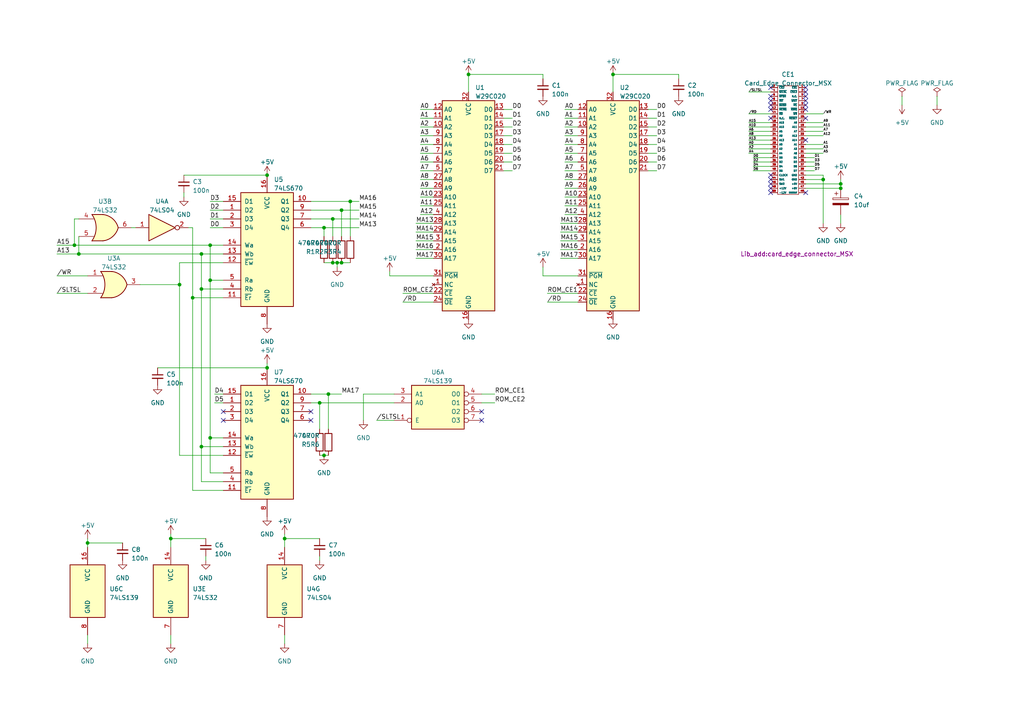
<source format=kicad_sch>
(kicad_sch (version 20230121) (generator eeschema)

  (uuid 26d19f52-c77a-47ca-9113-78b219abf07b)

  (paper "A4")

  (lib_symbols
    (symbol "74xx:74LS04" (in_bom yes) (on_board yes)
      (property "Reference" "U" (at 0 1.27 0)
        (effects (font (size 1.27 1.27)))
      )
      (property "Value" "74LS04" (at 0 -1.27 0)
        (effects (font (size 1.27 1.27)))
      )
      (property "Footprint" "" (at 0 0 0)
        (effects (font (size 1.27 1.27)) hide)
      )
      (property "Datasheet" "http://www.ti.com/lit/gpn/sn74LS04" (at 0 0 0)
        (effects (font (size 1.27 1.27)) hide)
      )
      (property "ki_locked" "" (at 0 0 0)
        (effects (font (size 1.27 1.27)))
      )
      (property "ki_keywords" "TTL not inv" (at 0 0 0)
        (effects (font (size 1.27 1.27)) hide)
      )
      (property "ki_description" "Hex Inverter" (at 0 0 0)
        (effects (font (size 1.27 1.27)) hide)
      )
      (property "ki_fp_filters" "DIP*W7.62mm* SSOP?14* TSSOP?14*" (at 0 0 0)
        (effects (font (size 1.27 1.27)) hide)
      )
      (symbol "74LS04_1_0"
        (polyline
          (pts
            (xy -3.81 3.81)
            (xy -3.81 -3.81)
            (xy 3.81 0)
            (xy -3.81 3.81)
          )
          (stroke (width 0.254) (type default))
          (fill (type background))
        )
        (pin input line (at -7.62 0 0) (length 3.81)
          (name "~" (effects (font (size 1.27 1.27))))
          (number "1" (effects (font (size 1.27 1.27))))
        )
        (pin output inverted (at 7.62 0 180) (length 3.81)
          (name "~" (effects (font (size 1.27 1.27))))
          (number "2" (effects (font (size 1.27 1.27))))
        )
      )
      (symbol "74LS04_2_0"
        (polyline
          (pts
            (xy -3.81 3.81)
            (xy -3.81 -3.81)
            (xy 3.81 0)
            (xy -3.81 3.81)
          )
          (stroke (width 0.254) (type default))
          (fill (type background))
        )
        (pin input line (at -7.62 0 0) (length 3.81)
          (name "~" (effects (font (size 1.27 1.27))))
          (number "3" (effects (font (size 1.27 1.27))))
        )
        (pin output inverted (at 7.62 0 180) (length 3.81)
          (name "~" (effects (font (size 1.27 1.27))))
          (number "4" (effects (font (size 1.27 1.27))))
        )
      )
      (symbol "74LS04_3_0"
        (polyline
          (pts
            (xy -3.81 3.81)
            (xy -3.81 -3.81)
            (xy 3.81 0)
            (xy -3.81 3.81)
          )
          (stroke (width 0.254) (type default))
          (fill (type background))
        )
        (pin input line (at -7.62 0 0) (length 3.81)
          (name "~" (effects (font (size 1.27 1.27))))
          (number "5" (effects (font (size 1.27 1.27))))
        )
        (pin output inverted (at 7.62 0 180) (length 3.81)
          (name "~" (effects (font (size 1.27 1.27))))
          (number "6" (effects (font (size 1.27 1.27))))
        )
      )
      (symbol "74LS04_4_0"
        (polyline
          (pts
            (xy -3.81 3.81)
            (xy -3.81 -3.81)
            (xy 3.81 0)
            (xy -3.81 3.81)
          )
          (stroke (width 0.254) (type default))
          (fill (type background))
        )
        (pin output inverted (at 7.62 0 180) (length 3.81)
          (name "~" (effects (font (size 1.27 1.27))))
          (number "8" (effects (font (size 1.27 1.27))))
        )
        (pin input line (at -7.62 0 0) (length 3.81)
          (name "~" (effects (font (size 1.27 1.27))))
          (number "9" (effects (font (size 1.27 1.27))))
        )
      )
      (symbol "74LS04_5_0"
        (polyline
          (pts
            (xy -3.81 3.81)
            (xy -3.81 -3.81)
            (xy 3.81 0)
            (xy -3.81 3.81)
          )
          (stroke (width 0.254) (type default))
          (fill (type background))
        )
        (pin output inverted (at 7.62 0 180) (length 3.81)
          (name "~" (effects (font (size 1.27 1.27))))
          (number "10" (effects (font (size 1.27 1.27))))
        )
        (pin input line (at -7.62 0 0) (length 3.81)
          (name "~" (effects (font (size 1.27 1.27))))
          (number "11" (effects (font (size 1.27 1.27))))
        )
      )
      (symbol "74LS04_6_0"
        (polyline
          (pts
            (xy -3.81 3.81)
            (xy -3.81 -3.81)
            (xy 3.81 0)
            (xy -3.81 3.81)
          )
          (stroke (width 0.254) (type default))
          (fill (type background))
        )
        (pin output inverted (at 7.62 0 180) (length 3.81)
          (name "~" (effects (font (size 1.27 1.27))))
          (number "12" (effects (font (size 1.27 1.27))))
        )
        (pin input line (at -7.62 0 0) (length 3.81)
          (name "~" (effects (font (size 1.27 1.27))))
          (number "13" (effects (font (size 1.27 1.27))))
        )
      )
      (symbol "74LS04_7_0"
        (pin power_in line (at 0 12.7 270) (length 5.08)
          (name "VCC" (effects (font (size 1.27 1.27))))
          (number "14" (effects (font (size 1.27 1.27))))
        )
        (pin power_in line (at 0 -12.7 90) (length 5.08)
          (name "GND" (effects (font (size 1.27 1.27))))
          (number "7" (effects (font (size 1.27 1.27))))
        )
      )
      (symbol "74LS04_7_1"
        (rectangle (start -5.08 7.62) (end 5.08 -7.62)
          (stroke (width 0.254) (type default))
          (fill (type background))
        )
      )
    )
    (symbol "74xx:74LS139" (pin_names (offset 1.016)) (in_bom yes) (on_board yes)
      (property "Reference" "U" (at -7.62 8.89 0)
        (effects (font (size 1.27 1.27)))
      )
      (property "Value" "74LS139" (at -7.62 -8.89 0)
        (effects (font (size 1.27 1.27)))
      )
      (property "Footprint" "" (at 0 0 0)
        (effects (font (size 1.27 1.27)) hide)
      )
      (property "Datasheet" "http://www.ti.com/lit/ds/symlink/sn74ls139a.pdf" (at 0 0 0)
        (effects (font (size 1.27 1.27)) hide)
      )
      (property "ki_locked" "" (at 0 0 0)
        (effects (font (size 1.27 1.27)))
      )
      (property "ki_keywords" "TTL DECOD4" (at 0 0 0)
        (effects (font (size 1.27 1.27)) hide)
      )
      (property "ki_description" "Dual Decoder 1 of 4, Active low outputs" (at 0 0 0)
        (effects (font (size 1.27 1.27)) hide)
      )
      (property "ki_fp_filters" "DIP?16*" (at 0 0 0)
        (effects (font (size 1.27 1.27)) hide)
      )
      (symbol "74LS139_1_0"
        (pin input inverted (at -12.7 -5.08 0) (length 5.08)
          (name "E" (effects (font (size 1.27 1.27))))
          (number "1" (effects (font (size 1.27 1.27))))
        )
        (pin input line (at -12.7 0 0) (length 5.08)
          (name "A0" (effects (font (size 1.27 1.27))))
          (number "2" (effects (font (size 1.27 1.27))))
        )
        (pin input line (at -12.7 2.54 0) (length 5.08)
          (name "A1" (effects (font (size 1.27 1.27))))
          (number "3" (effects (font (size 1.27 1.27))))
        )
        (pin output inverted (at 12.7 2.54 180) (length 5.08)
          (name "O0" (effects (font (size 1.27 1.27))))
          (number "4" (effects (font (size 1.27 1.27))))
        )
        (pin output inverted (at 12.7 0 180) (length 5.08)
          (name "O1" (effects (font (size 1.27 1.27))))
          (number "5" (effects (font (size 1.27 1.27))))
        )
        (pin output inverted (at 12.7 -2.54 180) (length 5.08)
          (name "O2" (effects (font (size 1.27 1.27))))
          (number "6" (effects (font (size 1.27 1.27))))
        )
        (pin output inverted (at 12.7 -5.08 180) (length 5.08)
          (name "O3" (effects (font (size 1.27 1.27))))
          (number "7" (effects (font (size 1.27 1.27))))
        )
      )
      (symbol "74LS139_1_1"
        (rectangle (start -7.62 5.08) (end 7.62 -7.62)
          (stroke (width 0.254) (type default))
          (fill (type background))
        )
      )
      (symbol "74LS139_2_0"
        (pin output inverted (at 12.7 -2.54 180) (length 5.08)
          (name "O2" (effects (font (size 1.27 1.27))))
          (number "10" (effects (font (size 1.27 1.27))))
        )
        (pin output inverted (at 12.7 0 180) (length 5.08)
          (name "O1" (effects (font (size 1.27 1.27))))
          (number "11" (effects (font (size 1.27 1.27))))
        )
        (pin output inverted (at 12.7 2.54 180) (length 5.08)
          (name "O0" (effects (font (size 1.27 1.27))))
          (number "12" (effects (font (size 1.27 1.27))))
        )
        (pin input line (at -12.7 2.54 0) (length 5.08)
          (name "A1" (effects (font (size 1.27 1.27))))
          (number "13" (effects (font (size 1.27 1.27))))
        )
        (pin input line (at -12.7 0 0) (length 5.08)
          (name "A0" (effects (font (size 1.27 1.27))))
          (number "14" (effects (font (size 1.27 1.27))))
        )
        (pin input inverted (at -12.7 -5.08 0) (length 5.08)
          (name "E" (effects (font (size 1.27 1.27))))
          (number "15" (effects (font (size 1.27 1.27))))
        )
        (pin output inverted (at 12.7 -5.08 180) (length 5.08)
          (name "O3" (effects (font (size 1.27 1.27))))
          (number "9" (effects (font (size 1.27 1.27))))
        )
      )
      (symbol "74LS139_2_1"
        (rectangle (start -7.62 5.08) (end 7.62 -7.62)
          (stroke (width 0.254) (type default))
          (fill (type background))
        )
      )
      (symbol "74LS139_3_0"
        (pin power_in line (at 0 12.7 270) (length 5.08)
          (name "VCC" (effects (font (size 1.27 1.27))))
          (number "16" (effects (font (size 1.27 1.27))))
        )
        (pin power_in line (at 0 -12.7 90) (length 5.08)
          (name "GND" (effects (font (size 1.27 1.27))))
          (number "8" (effects (font (size 1.27 1.27))))
        )
      )
      (symbol "74LS139_3_1"
        (rectangle (start -5.08 7.62) (end 5.08 -7.62)
          (stroke (width 0.254) (type default))
          (fill (type background))
        )
      )
    )
    (symbol "74xx:74LS32" (pin_names (offset 1.016)) (in_bom yes) (on_board yes)
      (property "Reference" "U" (at 0 1.27 0)
        (effects (font (size 1.27 1.27)))
      )
      (property "Value" "74LS32" (at 0 -1.27 0)
        (effects (font (size 1.27 1.27)))
      )
      (property "Footprint" "" (at 0 0 0)
        (effects (font (size 1.27 1.27)) hide)
      )
      (property "Datasheet" "http://www.ti.com/lit/gpn/sn74LS32" (at 0 0 0)
        (effects (font (size 1.27 1.27)) hide)
      )
      (property "ki_locked" "" (at 0 0 0)
        (effects (font (size 1.27 1.27)))
      )
      (property "ki_keywords" "TTL Or2" (at 0 0 0)
        (effects (font (size 1.27 1.27)) hide)
      )
      (property "ki_description" "Quad 2-input OR" (at 0 0 0)
        (effects (font (size 1.27 1.27)) hide)
      )
      (property "ki_fp_filters" "DIP?14*" (at 0 0 0)
        (effects (font (size 1.27 1.27)) hide)
      )
      (symbol "74LS32_1_1"
        (arc (start -3.81 -3.81) (mid -2.589 0) (end -3.81 3.81)
          (stroke (width 0.254) (type default))
          (fill (type none))
        )
        (arc (start -0.6096 -3.81) (mid 2.1842 -2.5851) (end 3.81 0)
          (stroke (width 0.254) (type default))
          (fill (type background))
        )
        (polyline
          (pts
            (xy -3.81 -3.81)
            (xy -0.635 -3.81)
          )
          (stroke (width 0.254) (type default))
          (fill (type background))
        )
        (polyline
          (pts
            (xy -3.81 3.81)
            (xy -0.635 3.81)
          )
          (stroke (width 0.254) (type default))
          (fill (type background))
        )
        (polyline
          (pts
            (xy -0.635 3.81)
            (xy -3.81 3.81)
            (xy -3.81 3.81)
            (xy -3.556 3.4036)
            (xy -3.0226 2.2606)
            (xy -2.6924 1.0414)
            (xy -2.6162 -0.254)
            (xy -2.7686 -1.4986)
            (xy -3.175 -2.7178)
            (xy -3.81 -3.81)
            (xy -3.81 -3.81)
            (xy -0.635 -3.81)
          )
          (stroke (width -25.4) (type default))
          (fill (type background))
        )
        (arc (start 3.81 0) (mid 2.1915 2.5936) (end -0.6096 3.81)
          (stroke (width 0.254) (type default))
          (fill (type background))
        )
        (pin input line (at -7.62 2.54 0) (length 4.318)
          (name "~" (effects (font (size 1.27 1.27))))
          (number "1" (effects (font (size 1.27 1.27))))
        )
        (pin input line (at -7.62 -2.54 0) (length 4.318)
          (name "~" (effects (font (size 1.27 1.27))))
          (number "2" (effects (font (size 1.27 1.27))))
        )
        (pin output line (at 7.62 0 180) (length 3.81)
          (name "~" (effects (font (size 1.27 1.27))))
          (number "3" (effects (font (size 1.27 1.27))))
        )
      )
      (symbol "74LS32_1_2"
        (arc (start 0 -3.81) (mid 3.7934 0) (end 0 3.81)
          (stroke (width 0.254) (type default))
          (fill (type background))
        )
        (polyline
          (pts
            (xy 0 3.81)
            (xy -3.81 3.81)
            (xy -3.81 -3.81)
            (xy 0 -3.81)
          )
          (stroke (width 0.254) (type default))
          (fill (type background))
        )
        (pin input inverted (at -7.62 2.54 0) (length 3.81)
          (name "~" (effects (font (size 1.27 1.27))))
          (number "1" (effects (font (size 1.27 1.27))))
        )
        (pin input inverted (at -7.62 -2.54 0) (length 3.81)
          (name "~" (effects (font (size 1.27 1.27))))
          (number "2" (effects (font (size 1.27 1.27))))
        )
        (pin output inverted (at 7.62 0 180) (length 3.81)
          (name "~" (effects (font (size 1.27 1.27))))
          (number "3" (effects (font (size 1.27 1.27))))
        )
      )
      (symbol "74LS32_2_1"
        (arc (start -3.81 -3.81) (mid -2.589 0) (end -3.81 3.81)
          (stroke (width 0.254) (type default))
          (fill (type none))
        )
        (arc (start -0.6096 -3.81) (mid 2.1842 -2.5851) (end 3.81 0)
          (stroke (width 0.254) (type default))
          (fill (type background))
        )
        (polyline
          (pts
            (xy -3.81 -3.81)
            (xy -0.635 -3.81)
          )
          (stroke (width 0.254) (type default))
          (fill (type background))
        )
        (polyline
          (pts
            (xy -3.81 3.81)
            (xy -0.635 3.81)
          )
          (stroke (width 0.254) (type default))
          (fill (type background))
        )
        (polyline
          (pts
            (xy -0.635 3.81)
            (xy -3.81 3.81)
            (xy -3.81 3.81)
            (xy -3.556 3.4036)
            (xy -3.0226 2.2606)
            (xy -2.6924 1.0414)
            (xy -2.6162 -0.254)
            (xy -2.7686 -1.4986)
            (xy -3.175 -2.7178)
            (xy -3.81 -3.81)
            (xy -3.81 -3.81)
            (xy -0.635 -3.81)
          )
          (stroke (width -25.4) (type default))
          (fill (type background))
        )
        (arc (start 3.81 0) (mid 2.1915 2.5936) (end -0.6096 3.81)
          (stroke (width 0.254) (type default))
          (fill (type background))
        )
        (pin input line (at -7.62 2.54 0) (length 4.318)
          (name "~" (effects (font (size 1.27 1.27))))
          (number "4" (effects (font (size 1.27 1.27))))
        )
        (pin input line (at -7.62 -2.54 0) (length 4.318)
          (name "~" (effects (font (size 1.27 1.27))))
          (number "5" (effects (font (size 1.27 1.27))))
        )
        (pin output line (at 7.62 0 180) (length 3.81)
          (name "~" (effects (font (size 1.27 1.27))))
          (number "6" (effects (font (size 1.27 1.27))))
        )
      )
      (symbol "74LS32_2_2"
        (arc (start 0 -3.81) (mid 3.7934 0) (end 0 3.81)
          (stroke (width 0.254) (type default))
          (fill (type background))
        )
        (polyline
          (pts
            (xy 0 3.81)
            (xy -3.81 3.81)
            (xy -3.81 -3.81)
            (xy 0 -3.81)
          )
          (stroke (width 0.254) (type default))
          (fill (type background))
        )
        (pin input inverted (at -7.62 2.54 0) (length 3.81)
          (name "~" (effects (font (size 1.27 1.27))))
          (number "4" (effects (font (size 1.27 1.27))))
        )
        (pin input inverted (at -7.62 -2.54 0) (length 3.81)
          (name "~" (effects (font (size 1.27 1.27))))
          (number "5" (effects (font (size 1.27 1.27))))
        )
        (pin output inverted (at 7.62 0 180) (length 3.81)
          (name "~" (effects (font (size 1.27 1.27))))
          (number "6" (effects (font (size 1.27 1.27))))
        )
      )
      (symbol "74LS32_3_1"
        (arc (start -3.81 -3.81) (mid -2.589 0) (end -3.81 3.81)
          (stroke (width 0.254) (type default))
          (fill (type none))
        )
        (arc (start -0.6096 -3.81) (mid 2.1842 -2.5851) (end 3.81 0)
          (stroke (width 0.254) (type default))
          (fill (type background))
        )
        (polyline
          (pts
            (xy -3.81 -3.81)
            (xy -0.635 -3.81)
          )
          (stroke (width 0.254) (type default))
          (fill (type background))
        )
        (polyline
          (pts
            (xy -3.81 3.81)
            (xy -0.635 3.81)
          )
          (stroke (width 0.254) (type default))
          (fill (type background))
        )
        (polyline
          (pts
            (xy -0.635 3.81)
            (xy -3.81 3.81)
            (xy -3.81 3.81)
            (xy -3.556 3.4036)
            (xy -3.0226 2.2606)
            (xy -2.6924 1.0414)
            (xy -2.6162 -0.254)
            (xy -2.7686 -1.4986)
            (xy -3.175 -2.7178)
            (xy -3.81 -3.81)
            (xy -3.81 -3.81)
            (xy -0.635 -3.81)
          )
          (stroke (width -25.4) (type default))
          (fill (type background))
        )
        (arc (start 3.81 0) (mid 2.1915 2.5936) (end -0.6096 3.81)
          (stroke (width 0.254) (type default))
          (fill (type background))
        )
        (pin input line (at -7.62 -2.54 0) (length 4.318)
          (name "~" (effects (font (size 1.27 1.27))))
          (number "10" (effects (font (size 1.27 1.27))))
        )
        (pin output line (at 7.62 0 180) (length 3.81)
          (name "~" (effects (font (size 1.27 1.27))))
          (number "8" (effects (font (size 1.27 1.27))))
        )
        (pin input line (at -7.62 2.54 0) (length 4.318)
          (name "~" (effects (font (size 1.27 1.27))))
          (number "9" (effects (font (size 1.27 1.27))))
        )
      )
      (symbol "74LS32_3_2"
        (arc (start 0 -3.81) (mid 3.7934 0) (end 0 3.81)
          (stroke (width 0.254) (type default))
          (fill (type background))
        )
        (polyline
          (pts
            (xy 0 3.81)
            (xy -3.81 3.81)
            (xy -3.81 -3.81)
            (xy 0 -3.81)
          )
          (stroke (width 0.254) (type default))
          (fill (type background))
        )
        (pin input inverted (at -7.62 -2.54 0) (length 3.81)
          (name "~" (effects (font (size 1.27 1.27))))
          (number "10" (effects (font (size 1.27 1.27))))
        )
        (pin output inverted (at 7.62 0 180) (length 3.81)
          (name "~" (effects (font (size 1.27 1.27))))
          (number "8" (effects (font (size 1.27 1.27))))
        )
        (pin input inverted (at -7.62 2.54 0) (length 3.81)
          (name "~" (effects (font (size 1.27 1.27))))
          (number "9" (effects (font (size 1.27 1.27))))
        )
      )
      (symbol "74LS32_4_1"
        (arc (start -3.81 -3.81) (mid -2.589 0) (end -3.81 3.81)
          (stroke (width 0.254) (type default))
          (fill (type none))
        )
        (arc (start -0.6096 -3.81) (mid 2.1842 -2.5851) (end 3.81 0)
          (stroke (width 0.254) (type default))
          (fill (type background))
        )
        (polyline
          (pts
            (xy -3.81 -3.81)
            (xy -0.635 -3.81)
          )
          (stroke (width 0.254) (type default))
          (fill (type background))
        )
        (polyline
          (pts
            (xy -3.81 3.81)
            (xy -0.635 3.81)
          )
          (stroke (width 0.254) (type default))
          (fill (type background))
        )
        (polyline
          (pts
            (xy -0.635 3.81)
            (xy -3.81 3.81)
            (xy -3.81 3.81)
            (xy -3.556 3.4036)
            (xy -3.0226 2.2606)
            (xy -2.6924 1.0414)
            (xy -2.6162 -0.254)
            (xy -2.7686 -1.4986)
            (xy -3.175 -2.7178)
            (xy -3.81 -3.81)
            (xy -3.81 -3.81)
            (xy -0.635 -3.81)
          )
          (stroke (width -25.4) (type default))
          (fill (type background))
        )
        (arc (start 3.81 0) (mid 2.1915 2.5936) (end -0.6096 3.81)
          (stroke (width 0.254) (type default))
          (fill (type background))
        )
        (pin output line (at 7.62 0 180) (length 3.81)
          (name "~" (effects (font (size 1.27 1.27))))
          (number "11" (effects (font (size 1.27 1.27))))
        )
        (pin input line (at -7.62 2.54 0) (length 4.318)
          (name "~" (effects (font (size 1.27 1.27))))
          (number "12" (effects (font (size 1.27 1.27))))
        )
        (pin input line (at -7.62 -2.54 0) (length 4.318)
          (name "~" (effects (font (size 1.27 1.27))))
          (number "13" (effects (font (size 1.27 1.27))))
        )
      )
      (symbol "74LS32_4_2"
        (arc (start 0 -3.81) (mid 3.7934 0) (end 0 3.81)
          (stroke (width 0.254) (type default))
          (fill (type background))
        )
        (polyline
          (pts
            (xy 0 3.81)
            (xy -3.81 3.81)
            (xy -3.81 -3.81)
            (xy 0 -3.81)
          )
          (stroke (width 0.254) (type default))
          (fill (type background))
        )
        (pin output inverted (at 7.62 0 180) (length 3.81)
          (name "~" (effects (font (size 1.27 1.27))))
          (number "11" (effects (font (size 1.27 1.27))))
        )
        (pin input inverted (at -7.62 2.54 0) (length 3.81)
          (name "~" (effects (font (size 1.27 1.27))))
          (number "12" (effects (font (size 1.27 1.27))))
        )
        (pin input inverted (at -7.62 -2.54 0) (length 3.81)
          (name "~" (effects (font (size 1.27 1.27))))
          (number "13" (effects (font (size 1.27 1.27))))
        )
      )
      (symbol "74LS32_5_0"
        (pin power_in line (at 0 12.7 270) (length 5.08)
          (name "VCC" (effects (font (size 1.27 1.27))))
          (number "14" (effects (font (size 1.27 1.27))))
        )
        (pin power_in line (at 0 -12.7 90) (length 5.08)
          (name "GND" (effects (font (size 1.27 1.27))))
          (number "7" (effects (font (size 1.27 1.27))))
        )
      )
      (symbol "74LS32_5_1"
        (rectangle (start -5.08 7.62) (end 5.08 -7.62)
          (stroke (width 0.254) (type default))
          (fill (type background))
        )
      )
    )
    (symbol "74xx:74LS670" (pin_names (offset 1.016)) (in_bom yes) (on_board yes)
      (property "Reference" "U" (at -7.62 16.51 0)
        (effects (font (size 1.27 1.27)))
      )
      (property "Value" "74LS670" (at -7.62 -19.05 0)
        (effects (font (size 1.27 1.27)))
      )
      (property "Footprint" "" (at 0 0 0)
        (effects (font (size 1.27 1.27)) hide)
      )
      (property "Datasheet" "http://www.ti.com/lit/gpn/sn74LS670" (at 0 0 0)
        (effects (font (size 1.27 1.27)) hide)
      )
      (property "ki_locked" "" (at 0 0 0)
        (effects (font (size 1.27 1.27)))
      )
      (property "ki_keywords" "TTL Register 3State" (at 0 0 0)
        (effects (font (size 1.27 1.27)) hide)
      )
      (property "ki_description" "4 x 4 Register Files 3-State Outputs" (at 0 0 0)
        (effects (font (size 1.27 1.27)) hide)
      )
      (property "ki_fp_filters" "DIP?16*" (at 0 0 0)
        (effects (font (size 1.27 1.27)) hide)
      )
      (symbol "74LS670_1_0"
        (pin input line (at -12.7 10.16 0) (length 5.08)
          (name "D2" (effects (font (size 1.27 1.27))))
          (number "1" (effects (font (size 1.27 1.27))))
        )
        (pin tri_state line (at 12.7 12.7 180) (length 5.08)
          (name "Q1" (effects (font (size 1.27 1.27))))
          (number "10" (effects (font (size 1.27 1.27))))
        )
        (pin input line (at -12.7 -15.24 0) (length 5.08)
          (name "~{Er}" (effects (font (size 1.27 1.27))))
          (number "11" (effects (font (size 1.27 1.27))))
        )
        (pin input line (at -12.7 -5.08 0) (length 5.08)
          (name "~{Ew}" (effects (font (size 1.27 1.27))))
          (number "12" (effects (font (size 1.27 1.27))))
        )
        (pin input line (at -12.7 -2.54 0) (length 5.08)
          (name "Wb" (effects (font (size 1.27 1.27))))
          (number "13" (effects (font (size 1.27 1.27))))
        )
        (pin input line (at -12.7 0 0) (length 5.08)
          (name "Wa" (effects (font (size 1.27 1.27))))
          (number "14" (effects (font (size 1.27 1.27))))
        )
        (pin input line (at -12.7 12.7 0) (length 5.08)
          (name "D1" (effects (font (size 1.27 1.27))))
          (number "15" (effects (font (size 1.27 1.27))))
        )
        (pin power_in line (at 0 20.32 270) (length 5.08)
          (name "VCC" (effects (font (size 1.27 1.27))))
          (number "16" (effects (font (size 1.27 1.27))))
        )
        (pin input line (at -12.7 7.62 0) (length 5.08)
          (name "D3" (effects (font (size 1.27 1.27))))
          (number "2" (effects (font (size 1.27 1.27))))
        )
        (pin input line (at -12.7 5.08 0) (length 5.08)
          (name "D4" (effects (font (size 1.27 1.27))))
          (number "3" (effects (font (size 1.27 1.27))))
        )
        (pin input line (at -12.7 -12.7 0) (length 5.08)
          (name "Rb" (effects (font (size 1.27 1.27))))
          (number "4" (effects (font (size 1.27 1.27))))
        )
        (pin input line (at -12.7 -10.16 0) (length 5.08)
          (name "Ra" (effects (font (size 1.27 1.27))))
          (number "5" (effects (font (size 1.27 1.27))))
        )
        (pin tri_state line (at 12.7 5.08 180) (length 5.08)
          (name "Q4" (effects (font (size 1.27 1.27))))
          (number "6" (effects (font (size 1.27 1.27))))
        )
        (pin tri_state line (at 12.7 7.62 180) (length 5.08)
          (name "Q3" (effects (font (size 1.27 1.27))))
          (number "7" (effects (font (size 1.27 1.27))))
        )
        (pin power_in line (at 0 -22.86 90) (length 5.08)
          (name "GND" (effects (font (size 1.27 1.27))))
          (number "8" (effects (font (size 1.27 1.27))))
        )
        (pin tri_state line (at 12.7 10.16 180) (length 5.08)
          (name "Q2" (effects (font (size 1.27 1.27))))
          (number "9" (effects (font (size 1.27 1.27))))
        )
      )
      (symbol "74LS670_1_1"
        (rectangle (start -7.62 15.24) (end 7.62 -17.78)
          (stroke (width 0.254) (type default))
          (fill (type background))
        )
      )
    )
    (symbol "Device:C_Polarized" (pin_numbers hide) (pin_names (offset 0.254)) (in_bom yes) (on_board yes)
      (property "Reference" "C" (at 0.635 2.54 0)
        (effects (font (size 1.27 1.27)) (justify left))
      )
      (property "Value" "C_Polarized" (at 0.635 -2.54 0)
        (effects (font (size 1.27 1.27)) (justify left))
      )
      (property "Footprint" "" (at 0.9652 -3.81 0)
        (effects (font (size 1.27 1.27)) hide)
      )
      (property "Datasheet" "~" (at 0 0 0)
        (effects (font (size 1.27 1.27)) hide)
      )
      (property "ki_keywords" "cap capacitor" (at 0 0 0)
        (effects (font (size 1.27 1.27)) hide)
      )
      (property "ki_description" "Polarized capacitor" (at 0 0 0)
        (effects (font (size 1.27 1.27)) hide)
      )
      (property "ki_fp_filters" "CP_*" (at 0 0 0)
        (effects (font (size 1.27 1.27)) hide)
      )
      (symbol "C_Polarized_0_1"
        (rectangle (start -2.286 0.508) (end 2.286 1.016)
          (stroke (width 0) (type default))
          (fill (type none))
        )
        (polyline
          (pts
            (xy -1.778 2.286)
            (xy -0.762 2.286)
          )
          (stroke (width 0) (type default))
          (fill (type none))
        )
        (polyline
          (pts
            (xy -1.27 2.794)
            (xy -1.27 1.778)
          )
          (stroke (width 0) (type default))
          (fill (type none))
        )
        (rectangle (start 2.286 -0.508) (end -2.286 -1.016)
          (stroke (width 0) (type default))
          (fill (type outline))
        )
      )
      (symbol "C_Polarized_1_1"
        (pin passive line (at 0 3.81 270) (length 2.794)
          (name "~" (effects (font (size 1.27 1.27))))
          (number "1" (effects (font (size 1.27 1.27))))
        )
        (pin passive line (at 0 -3.81 90) (length 2.794)
          (name "~" (effects (font (size 1.27 1.27))))
          (number "2" (effects (font (size 1.27 1.27))))
        )
      )
    )
    (symbol "Device:C_Small" (pin_numbers hide) (pin_names (offset 0.254) hide) (in_bom yes) (on_board yes)
      (property "Reference" "C" (at 0.254 1.778 0)
        (effects (font (size 1.27 1.27)) (justify left))
      )
      (property "Value" "C_Small" (at 0.254 -2.032 0)
        (effects (font (size 1.27 1.27)) (justify left))
      )
      (property "Footprint" "" (at 0 0 0)
        (effects (font (size 1.27 1.27)) hide)
      )
      (property "Datasheet" "~" (at 0 0 0)
        (effects (font (size 1.27 1.27)) hide)
      )
      (property "ki_keywords" "capacitor cap" (at 0 0 0)
        (effects (font (size 1.27 1.27)) hide)
      )
      (property "ki_description" "Unpolarized capacitor, small symbol" (at 0 0 0)
        (effects (font (size 1.27 1.27)) hide)
      )
      (property "ki_fp_filters" "C_*" (at 0 0 0)
        (effects (font (size 1.27 1.27)) hide)
      )
      (symbol "C_Small_0_1"
        (polyline
          (pts
            (xy -1.524 -0.508)
            (xy 1.524 -0.508)
          )
          (stroke (width 0.3302) (type default))
          (fill (type none))
        )
        (polyline
          (pts
            (xy -1.524 0.508)
            (xy 1.524 0.508)
          )
          (stroke (width 0.3048) (type default))
          (fill (type none))
        )
      )
      (symbol "C_Small_1_1"
        (pin passive line (at 0 2.54 270) (length 2.032)
          (name "~" (effects (font (size 1.27 1.27))))
          (number "1" (effects (font (size 1.27 1.27))))
        )
        (pin passive line (at 0 -2.54 90) (length 2.032)
          (name "~" (effects (font (size 1.27 1.27))))
          (number "2" (effects (font (size 1.27 1.27))))
        )
      )
    )
    (symbol "Device:R" (pin_numbers hide) (pin_names (offset 0)) (in_bom yes) (on_board yes)
      (property "Reference" "R" (at 2.032 0 90)
        (effects (font (size 1.27 1.27)))
      )
      (property "Value" "R" (at 0 0 90)
        (effects (font (size 1.27 1.27)))
      )
      (property "Footprint" "" (at -1.778 0 90)
        (effects (font (size 1.27 1.27)) hide)
      )
      (property "Datasheet" "~" (at 0 0 0)
        (effects (font (size 1.27 1.27)) hide)
      )
      (property "ki_keywords" "R res resistor" (at 0 0 0)
        (effects (font (size 1.27 1.27)) hide)
      )
      (property "ki_description" "Resistor" (at 0 0 0)
        (effects (font (size 1.27 1.27)) hide)
      )
      (property "ki_fp_filters" "R_*" (at 0 0 0)
        (effects (font (size 1.27 1.27)) hide)
      )
      (symbol "R_0_1"
        (rectangle (start -1.016 -2.54) (end 1.016 2.54)
          (stroke (width 0.254) (type default))
          (fill (type none))
        )
      )
      (symbol "R_1_1"
        (pin passive line (at 0 3.81 270) (length 1.27)
          (name "~" (effects (font (size 1.27 1.27))))
          (number "1" (effects (font (size 1.27 1.27))))
        )
        (pin passive line (at 0 -3.81 90) (length 1.27)
          (name "~" (effects (font (size 1.27 1.27))))
          (number "2" (effects (font (size 1.27 1.27))))
        )
      )
    )
    (symbol "Memory_Flash_Custom:W29C020" (in_bom yes) (on_board yes)
      (property "Reference" "U" (at -7.62 31.75 0)
        (effects (font (size 1.27 1.27)))
      )
      (property "Value" "W29C020" (at 2.54 -31.75 0)
        (effects (font (size 1.27 1.27)) (justify left))
      )
      (property "Footprint" "" (at 0 0 0)
        (effects (font (size 1.27 1.27)) hide)
      )
      (property "Datasheet" "" (at 0 0 0)
        (effects (font (size 1.27 1.27)) hide)
      )
      (property "ki_keywords" "CMOS FLASH MEMORY" (at 0 0 0)
        (effects (font (size 1.27 1.27)) hide)
      )
      (property "ki_description" "FLASH CMOS 2MiBit (256 Ki x 8 Bit)" (at 0 0 0)
        (effects (font (size 1.27 1.27)) hide)
      )
      (property "ki_fp_filters" "DIP*W15.24mm* PLCC*" (at 0 0 0)
        (effects (font (size 1.27 1.27)) hide)
      )
      (symbol "W29C020_1_1"
        (rectangle (start -7.62 30.48) (end 7.62 -30.48)
          (stroke (width 0.254) (type default))
          (fill (type background))
        )
        (pin no_connect line (at -10.16 -22.86 0) (length 2.54)
          (name "NC" (effects (font (size 1.27 1.27))))
          (number "1" (effects (font (size 1.27 1.27))))
        )
        (pin input line (at -10.16 22.86 0) (length 2.54)
          (name "A2" (effects (font (size 1.27 1.27))))
          (number "10" (effects (font (size 1.27 1.27))))
        )
        (pin input line (at -10.16 25.4 0) (length 2.54)
          (name "A1" (effects (font (size 1.27 1.27))))
          (number "11" (effects (font (size 1.27 1.27))))
        )
        (pin input line (at -10.16 27.94 0) (length 2.54)
          (name "A0" (effects (font (size 1.27 1.27))))
          (number "12" (effects (font (size 1.27 1.27))))
        )
        (pin tri_state line (at 10.16 27.94 180) (length 2.54)
          (name "D0" (effects (font (size 1.27 1.27))))
          (number "13" (effects (font (size 1.27 1.27))))
        )
        (pin tri_state line (at 10.16 25.4 180) (length 2.54)
          (name "D1" (effects (font (size 1.27 1.27))))
          (number "14" (effects (font (size 1.27 1.27))))
        )
        (pin tri_state line (at 10.16 22.86 180) (length 2.54)
          (name "D2" (effects (font (size 1.27 1.27))))
          (number "15" (effects (font (size 1.27 1.27))))
        )
        (pin power_in line (at 0 -33.02 90) (length 2.54)
          (name "GND" (effects (font (size 1.27 1.27))))
          (number "16" (effects (font (size 1.27 1.27))))
        )
        (pin tri_state line (at 10.16 20.32 180) (length 2.54)
          (name "D3" (effects (font (size 1.27 1.27))))
          (number "17" (effects (font (size 1.27 1.27))))
        )
        (pin tri_state line (at 10.16 17.78 180) (length 2.54)
          (name "D4" (effects (font (size 1.27 1.27))))
          (number "18" (effects (font (size 1.27 1.27))))
        )
        (pin tri_state line (at 10.16 15.24 180) (length 2.54)
          (name "D5" (effects (font (size 1.27 1.27))))
          (number "19" (effects (font (size 1.27 1.27))))
        )
        (pin input line (at -10.16 -12.7 0) (length 2.54)
          (name "A16" (effects (font (size 1.27 1.27))))
          (number "2" (effects (font (size 1.27 1.27))))
        )
        (pin tri_state line (at 10.16 12.7 180) (length 2.54)
          (name "D6" (effects (font (size 1.27 1.27))))
          (number "20" (effects (font (size 1.27 1.27))))
        )
        (pin tri_state line (at 10.16 10.16 180) (length 2.54)
          (name "D7" (effects (font (size 1.27 1.27))))
          (number "21" (effects (font (size 1.27 1.27))))
        )
        (pin input line (at -10.16 -25.4 0) (length 2.54)
          (name "~{CE}" (effects (font (size 1.27 1.27))))
          (number "22" (effects (font (size 1.27 1.27))))
        )
        (pin input line (at -10.16 2.54 0) (length 2.54)
          (name "A10" (effects (font (size 1.27 1.27))))
          (number "23" (effects (font (size 1.27 1.27))))
        )
        (pin input line (at -10.16 -27.94 0) (length 2.54)
          (name "~{OE}" (effects (font (size 1.27 1.27))))
          (number "24" (effects (font (size 1.27 1.27))))
        )
        (pin input line (at -10.16 0 0) (length 2.54)
          (name "A11" (effects (font (size 1.27 1.27))))
          (number "25" (effects (font (size 1.27 1.27))))
        )
        (pin input line (at -10.16 5.08 0) (length 2.54)
          (name "A9" (effects (font (size 1.27 1.27))))
          (number "26" (effects (font (size 1.27 1.27))))
        )
        (pin input line (at -10.16 7.62 0) (length 2.54)
          (name "A8" (effects (font (size 1.27 1.27))))
          (number "27" (effects (font (size 1.27 1.27))))
        )
        (pin input line (at -10.16 -5.08 0) (length 2.54)
          (name "A13" (effects (font (size 1.27 1.27))))
          (number "28" (effects (font (size 1.27 1.27))))
        )
        (pin input line (at -10.16 -7.62 0) (length 2.54)
          (name "A14" (effects (font (size 1.27 1.27))))
          (number "29" (effects (font (size 1.27 1.27))))
        )
        (pin input line (at -10.16 -10.16 0) (length 2.54)
          (name "A15" (effects (font (size 1.27 1.27))))
          (number "3" (effects (font (size 1.27 1.27))))
        )
        (pin input line (at -10.16 -15.24 0) (length 2.54)
          (name "A17" (effects (font (size 1.27 1.27))))
          (number "30" (effects (font (size 1.27 1.27))))
        )
        (pin input line (at -10.16 -20.32 0) (length 2.54)
          (name "~{PGM}" (effects (font (size 1.27 1.27))))
          (number "31" (effects (font (size 1.27 1.27))))
        )
        (pin power_in line (at 0 33.02 270) (length 2.54)
          (name "VCC" (effects (font (size 1.27 1.27))))
          (number "32" (effects (font (size 1.27 1.27))))
        )
        (pin input line (at -10.16 -2.54 0) (length 2.54)
          (name "A12" (effects (font (size 1.27 1.27))))
          (number "4" (effects (font (size 1.27 1.27))))
        )
        (pin input line (at -10.16 10.16 0) (length 2.54)
          (name "A7" (effects (font (size 1.27 1.27))))
          (number "5" (effects (font (size 1.27 1.27))))
        )
        (pin input line (at -10.16 12.7 0) (length 2.54)
          (name "A6" (effects (font (size 1.27 1.27))))
          (number "6" (effects (font (size 1.27 1.27))))
        )
        (pin input line (at -10.16 15.24 0) (length 2.54)
          (name "A5" (effects (font (size 1.27 1.27))))
          (number "7" (effects (font (size 1.27 1.27))))
        )
        (pin input line (at -10.16 17.78 0) (length 2.54)
          (name "A4" (effects (font (size 1.27 1.27))))
          (number "8" (effects (font (size 1.27 1.27))))
        )
        (pin input line (at -10.16 20.32 0) (length 2.54)
          (name "A3" (effects (font (size 1.27 1.27))))
          (number "9" (effects (font (size 1.27 1.27))))
        )
      )
    )
    (symbol "power:+5V" (power) (pin_names (offset 0)) (in_bom yes) (on_board yes)
      (property "Reference" "#PWR" (at 0 -3.81 0)
        (effects (font (size 1.27 1.27)) hide)
      )
      (property "Value" "+5V" (at 0 3.556 0)
        (effects (font (size 1.27 1.27)))
      )
      (property "Footprint" "" (at 0 0 0)
        (effects (font (size 1.27 1.27)) hide)
      )
      (property "Datasheet" "" (at 0 0 0)
        (effects (font (size 1.27 1.27)) hide)
      )
      (property "ki_keywords" "global power" (at 0 0 0)
        (effects (font (size 1.27 1.27)) hide)
      )
      (property "ki_description" "Power symbol creates a global label with name \"+5V\"" (at 0 0 0)
        (effects (font (size 1.27 1.27)) hide)
      )
      (symbol "+5V_0_1"
        (polyline
          (pts
            (xy -0.762 1.27)
            (xy 0 2.54)
          )
          (stroke (width 0) (type default))
          (fill (type none))
        )
        (polyline
          (pts
            (xy 0 0)
            (xy 0 2.54)
          )
          (stroke (width 0) (type default))
          (fill (type none))
        )
        (polyline
          (pts
            (xy 0 2.54)
            (xy 0.762 1.27)
          )
          (stroke (width 0) (type default))
          (fill (type none))
        )
      )
      (symbol "+5V_1_1"
        (pin power_in line (at 0 0 90) (length 0) hide
          (name "+5V" (effects (font (size 1.27 1.27))))
          (number "1" (effects (font (size 1.27 1.27))))
        )
      )
    )
    (symbol "power:GND" (power) (pin_names (offset 0)) (in_bom yes) (on_board yes)
      (property "Reference" "#PWR" (at 0 -6.35 0)
        (effects (font (size 1.27 1.27)) hide)
      )
      (property "Value" "GND" (at 0 -3.81 0)
        (effects (font (size 1.27 1.27)))
      )
      (property "Footprint" "" (at 0 0 0)
        (effects (font (size 1.27 1.27)) hide)
      )
      (property "Datasheet" "" (at 0 0 0)
        (effects (font (size 1.27 1.27)) hide)
      )
      (property "ki_keywords" "global power" (at 0 0 0)
        (effects (font (size 1.27 1.27)) hide)
      )
      (property "ki_description" "Power symbol creates a global label with name \"GND\" , ground" (at 0 0 0)
        (effects (font (size 1.27 1.27)) hide)
      )
      (symbol "GND_0_1"
        (polyline
          (pts
            (xy 0 0)
            (xy 0 -1.27)
            (xy 1.27 -1.27)
            (xy 0 -2.54)
            (xy -1.27 -1.27)
            (xy 0 -1.27)
          )
          (stroke (width 0) (type default))
          (fill (type none))
        )
      )
      (symbol "GND_1_1"
        (pin power_in line (at 0 0 270) (length 0) hide
          (name "GND" (effects (font (size 1.27 1.27))))
          (number "1" (effects (font (size 1.27 1.27))))
        )
      )
    )
    (symbol "power:PWR_FLAG" (power) (pin_numbers hide) (pin_names (offset 0) hide) (in_bom yes) (on_board yes)
      (property "Reference" "#FLG" (at 0 1.905 0)
        (effects (font (size 1.27 1.27)) hide)
      )
      (property "Value" "PWR_FLAG" (at 0 3.81 0)
        (effects (font (size 1.27 1.27)))
      )
      (property "Footprint" "" (at 0 0 0)
        (effects (font (size 1.27 1.27)) hide)
      )
      (property "Datasheet" "~" (at 0 0 0)
        (effects (font (size 1.27 1.27)) hide)
      )
      (property "ki_keywords" "flag power" (at 0 0 0)
        (effects (font (size 1.27 1.27)) hide)
      )
      (property "ki_description" "Special symbol for telling ERC where power comes from" (at 0 0 0)
        (effects (font (size 1.27 1.27)) hide)
      )
      (symbol "PWR_FLAG_0_0"
        (pin power_out line (at 0 0 90) (length 0)
          (name "pwr" (effects (font (size 1.27 1.27))))
          (number "1" (effects (font (size 1.27 1.27))))
        )
      )
      (symbol "PWR_FLAG_0_1"
        (polyline
          (pts
            (xy 0 0)
            (xy 0 1.27)
            (xy -1.016 1.905)
            (xy 0 2.54)
            (xy 1.016 1.905)
            (xy 0 1.27)
          )
          (stroke (width 0) (type default))
          (fill (type none))
        )
      )
    )
    (symbol "ykp74_work:Card_Edge_Connector_MSX" (pin_names (offset 0.381)) (in_bom yes) (on_board yes)
      (property "Reference" "CE" (at 0 20.32 0)
        (effects (font (size 1.27 1.27)))
      )
      (property "Value" "Card_Edge_Connector_MSX" (at 1.27 -13.97 0)
        (effects (font (size 1.27 1.27)))
      )
      (property "Footprint" "KiCad:card_edge_connector_MSX" (at 1.27 -16.51 0)
        (effects (font (size 1.27 1.27)) hide)
      )
      (property "Datasheet" "" (at 0 1.27 90)
        (effects (font (size 1.27 1.27)) hide)
      )
      (symbol "Card_Edge_Connector_MSX_0_1"
        (rectangle (start -3.048 -13.208) (end 3.048 18.288)
          (stroke (width 0) (type solid))
          (fill (type none))
        )
      )
      (symbol "Card_Edge_Connector_MSX_1_1"
        (pin unspecified line (at 5.08 17.78 180) (length 2.0066)
          (name "~{CS1}" (effects (font (size 0.508 0.508))))
          (number "1" (effects (font (size 0.508 0.508))))
        )
        (pin unspecified line (at -5.08 12.7 0) (length 2.0066)
          (name "~{BUSD}" (effects (font (size 0.508 0.508))))
          (number "10" (effects (font (size 0.508 0.508))))
        )
        (pin unspecified line (at 5.08 11.43 180) (length 2.0066)
          (name "~{IORQ}" (effects (font (size 0.508 0.508))))
          (number "11" (effects (font (size 0.508 0.508))))
        )
        (pin unspecified line (at -5.08 11.43 0) (length 2.0066)
          (name "~{MERQ}" (effects (font (size 0.508 0.508))))
          (number "12" (effects (font (size 0.508 0.508))))
        )
        (pin unspecified line (at 5.08 10.16 180) (length 2.0066)
          (name "~{WR}" (effects (font (size 0.508 0.508))))
          (number "13" (effects (font (size 0.508 0.508))))
        )
        (pin unspecified line (at -5.08 10.16 0) (length 2.0066)
          (name "~{RD}" (effects (font (size 0.508 0.508))))
          (number "14" (effects (font (size 0.508 0.508))))
        )
        (pin unspecified line (at 5.08 8.89 180) (length 2.0066)
          (name "~{RESET}" (effects (font (size 0.508 0.508))))
          (number "15" (effects (font (size 0.508 0.508))))
        )
        (pin unspecified line (at -5.08 8.89 0) (length 2.0066)
          (name "N.C." (effects (font (size 0.508 0.508))))
          (number "16" (effects (font (size 0.508 0.508))))
        )
        (pin unspecified line (at 5.08 7.62 180) (length 2.0066)
          (name "A9" (effects (font (size 0.508 0.508))))
          (number "17" (effects (font (size 0.508 0.508))))
        )
        (pin unspecified line (at -5.08 7.62 0) (length 2.0066)
          (name "A15" (effects (font (size 0.508 0.508))))
          (number "18" (effects (font (size 0.508 0.508))))
        )
        (pin unspecified line (at 5.08 6.35 180) (length 2.0066)
          (name "A11" (effects (font (size 0.508 0.508))))
          (number "19" (effects (font (size 0.508 0.508))))
        )
        (pin unspecified line (at -5.08 17.78 0) (length 2.0066)
          (name "~{CS2}" (effects (font (size 0.508 0.508))))
          (number "2" (effects (font (size 0.508 0.508))))
        )
        (pin unspecified line (at -5.08 6.35 0) (length 2.0066)
          (name "A10" (effects (font (size 0.508 0.508))))
          (number "20" (effects (font (size 0.508 0.508))))
        )
        (pin unspecified line (at 5.08 5.08 180) (length 2.0066)
          (name "A7" (effects (font (size 0.508 0.508))))
          (number "21" (effects (font (size 0.508 0.508))))
        )
        (pin unspecified line (at -5.08 5.08 0) (length 2.0066)
          (name "A6" (effects (font (size 0.508 0.508))))
          (number "22" (effects (font (size 0.508 0.508))))
        )
        (pin unspecified line (at 5.08 3.81 180) (length 2.0066)
          (name "A12" (effects (font (size 0.508 0.508))))
          (number "23" (effects (font (size 0.508 0.508))))
        )
        (pin unspecified line (at -5.08 3.81 0) (length 2.0066)
          (name "A8" (effects (font (size 0.508 0.508))))
          (number "24" (effects (font (size 0.508 0.508))))
        )
        (pin unspecified line (at 5.08 2.54 180) (length 2.0066)
          (name "A14" (effects (font (size 0.508 0.508))))
          (number "25" (effects (font (size 0.508 0.508))))
        )
        (pin unspecified line (at -5.08 2.54 0) (length 2.0066)
          (name "A13" (effects (font (size 0.508 0.508))))
          (number "26" (effects (font (size 0.508 0.508))))
        )
        (pin unspecified line (at 5.08 1.27 180) (length 2.0066)
          (name "A1" (effects (font (size 0.508 0.508))))
          (number "27" (effects (font (size 0.508 0.508))))
        )
        (pin unspecified line (at -5.08 1.27 0) (length 2.0066)
          (name "A0" (effects (font (size 0.508 0.508))))
          (number "28" (effects (font (size 0.508 0.508))))
        )
        (pin unspecified line (at 5.08 0 180) (length 2.0066)
          (name "A3" (effects (font (size 0.508 0.508))))
          (number "29" (effects (font (size 0.508 0.508))))
        )
        (pin unspecified line (at 5.08 16.51 180) (length 2.0066)
          (name "~{CS12}" (effects (font (size 0.508 0.508))))
          (number "3" (effects (font (size 0.508 0.508))))
        )
        (pin unspecified line (at -5.08 0 0) (length 2.0066)
          (name "A2" (effects (font (size 0.508 0.508))))
          (number "30" (effects (font (size 0.508 0.508))))
        )
        (pin unspecified line (at 5.08 -1.27 180) (length 2.0066)
          (name "A5" (effects (font (size 0.508 0.508))))
          (number "31" (effects (font (size 0.508 0.508))))
        )
        (pin unspecified line (at -5.08 -1.27 0) (length 2.0066)
          (name "A4" (effects (font (size 0.508 0.508))))
          (number "32" (effects (font (size 0.508 0.508))))
        )
        (pin unspecified line (at 5.08 -2.54 180) (length 2.0066)
          (name "D1" (effects (font (size 0.508 0.508))))
          (number "33" (effects (font (size 0.508 0.508))))
        )
        (pin unspecified line (at -5.08 -2.54 0) (length 2.0066)
          (name "D0" (effects (font (size 0.508 0.508))))
          (number "34" (effects (font (size 0.508 0.508))))
        )
        (pin unspecified line (at 5.08 -3.81 180) (length 2.0066)
          (name "D3" (effects (font (size 0.508 0.508))))
          (number "35" (effects (font (size 0.508 0.508))))
        )
        (pin unspecified line (at -5.08 -3.81 0) (length 2.0066)
          (name "D2" (effects (font (size 0.508 0.508))))
          (number "36" (effects (font (size 0.508 0.508))))
        )
        (pin unspecified line (at 5.08 -5.08 180) (length 2.0066)
          (name "D5" (effects (font (size 0.508 0.508))))
          (number "37" (effects (font (size 0.508 0.508))))
        )
        (pin unspecified line (at -5.08 -5.08 0) (length 2.0066)
          (name "D4" (effects (font (size 0.508 0.508))))
          (number "38" (effects (font (size 0.508 0.508))))
        )
        (pin unspecified line (at 5.08 -6.35 180) (length 2.0066)
          (name "D7" (effects (font (size 0.508 0.508))))
          (number "39" (effects (font (size 0.508 0.508))))
        )
        (pin unspecified line (at -5.08 16.51 0) (length 2.0066)
          (name "~{STLSL}" (effects (font (size 0.508 0.508))))
          (number "4" (effects (font (size 0.508 0.508))))
        )
        (pin unspecified line (at -5.08 -6.35 0) (length 2.0066)
          (name "D6" (effects (font (size 0.508 0.508))))
          (number "40" (effects (font (size 0.508 0.508))))
        )
        (pin unspecified line (at 5.08 -7.62 180) (length 2.0066)
          (name "GND" (effects (font (size 0.508 0.508))))
          (number "41" (effects (font (size 0.508 0.508))))
        )
        (pin unspecified line (at -5.08 -7.62 0) (length 2.0066)
          (name "CLOCK" (effects (font (size 0.508 0.508))))
          (number "42" (effects (font (size 0.508 0.508))))
        )
        (pin unspecified line (at 5.08 -8.89 180) (length 2.0066)
          (name "GND" (effects (font (size 0.508 0.508))))
          (number "43" (effects (font (size 0.508 0.508))))
        )
        (pin unspecified line (at -5.08 -8.89 0) (length 2.0066)
          (name "SW1" (effects (font (size 0.508 0.508))))
          (number "44" (effects (font (size 0.508 0.508))))
        )
        (pin unspecified line (at 5.08 -10.16 180) (length 2.0066)
          (name "+5V" (effects (font (size 0.508 0.508))))
          (number "45" (effects (font (size 0.508 0.508))))
        )
        (pin unspecified line (at -5.08 -10.16 0) (length 2.0066)
          (name "SW2" (effects (font (size 0.508 0.508))))
          (number "46" (effects (font (size 0.508 0.508))))
        )
        (pin unspecified line (at 5.08 -11.43 180) (length 2.0066)
          (name "+5V" (effects (font (size 0.508 0.508))))
          (number "47" (effects (font (size 0.508 0.508))))
        )
        (pin unspecified line (at -5.08 -11.43 0) (length 2.0066)
          (name "+12V" (effects (font (size 0.508 0.508))))
          (number "48" (effects (font (size 0.508 0.508))))
        )
        (pin unspecified line (at 5.08 -12.7 180) (length 2.0066)
          (name "SNDOUT" (effects (font (size 0.4064 0.4064))))
          (number "49" (effects (font (size 0.508 0.508))))
        )
        (pin unspecified line (at 5.08 15.24 180) (length 2.0066)
          (name "N.C." (effects (font (size 0.508 0.508))))
          (number "5" (effects (font (size 0.508 0.508))))
        )
        (pin unspecified line (at -5.08 -12.7 0) (length 2.0066)
          (name "-12V" (effects (font (size 0.508 0.508))))
          (number "50" (effects (font (size 0.508 0.508))))
        )
        (pin unspecified line (at -5.08 15.24 0) (length 2.0066)
          (name "~{RFSH}" (effects (font (size 0.508 0.508))))
          (number "6" (effects (font (size 0.508 0.508))))
        )
        (pin unspecified line (at 5.08 13.97 180) (length 2.0066)
          (name "~{WAIT}" (effects (font (size 0.508 0.508))))
          (number "7" (effects (font (size 0.508 0.508))))
        )
        (pin unspecified line (at -5.08 13.97 0) (length 2.0066)
          (name "~{INT}" (effects (font (size 0.508 0.508))))
          (number "8" (effects (font (size 0.508 0.508))))
        )
        (pin unspecified line (at 5.08 12.7 180) (length 2.0066)
          (name "~{M1}" (effects (font (size 0.508 0.508))))
          (number "9" (effects (font (size 0.508 0.508))))
        )
      )
    )
  )


  (junction (at 99.06 60.96) (diameter 0) (color 0 0 0 0)
    (uuid 08a9edac-8bd7-4d57-9763-966e50ff7d19)
  )
  (junction (at 60.96 81.28) (diameter 0) (color 0 0 0 0)
    (uuid 115fe908-9699-4c46-89cf-79ffeeaf53e7)
  )
  (junction (at 96.52 63.5) (diameter 0) (color 0 0 0 0)
    (uuid 19fa84a5-4884-40f7-b1b4-7b078b50301a)
  )
  (junction (at 58.42 73.66) (diameter 0) (color 0 0 0 0)
    (uuid 1c4cb115-dc91-4b0c-ba75-d2a9fab47852)
  )
  (junction (at 77.47 106.68) (diameter 0) (color 0 0 0 0)
    (uuid 2646cc33-1974-4bc3-bdc7-509ddbfd1025)
  )
  (junction (at 99.06 76.2) (diameter 0) (color 0 0 0 0)
    (uuid 29e4c079-7b1c-4e77-961b-6688f6b26482)
  )
  (junction (at 93.98 66.04) (diameter 0) (color 0 0 0 0)
    (uuid 2f85b034-046d-4965-b5f5-5f9ccecfc3eb)
  )
  (junction (at 60.96 127) (diameter 0) (color 0 0 0 0)
    (uuid 3375c705-a11a-442e-8c6d-24ac7ab8065e)
  )
  (junction (at 58.42 83.82) (diameter 0) (color 0 0 0 0)
    (uuid 380473c4-939c-4006-a8df-8780c60f77bf)
  )
  (junction (at 177.8 21.59) (diameter 0) (color 0 0 0 0)
    (uuid 413cc930-eba1-4b60-8dcb-7143b56abceb)
  )
  (junction (at 25.4 157.48) (diameter 0) (color 0 0 0 0)
    (uuid 7114da3c-a125-4675-ad17-965977c2f813)
  )
  (junction (at 58.42 129.54) (diameter 0) (color 0 0 0 0)
    (uuid 71705a77-a3ae-4b55-bea8-479a6be550c2)
  )
  (junction (at 135.89 21.59) (diameter 0) (color 0 0 0 0)
    (uuid 7ee6ade1-2010-4091-bcb2-4feae9829f74)
  )
  (junction (at 101.6 58.42) (diameter 0) (color 0 0 0 0)
    (uuid 86e02313-13fb-4b72-8b69-323b9ff9cc5a)
  )
  (junction (at 55.88 86.36) (diameter 0) (color 0 0 0 0)
    (uuid 8811a581-d073-4e10-bdb9-f1b205ca1e1a)
  )
  (junction (at 243.84 53.34) (diameter 0) (color 0 0 0 0)
    (uuid 8fa800c1-a3ea-4234-84cb-5cdef43142b9)
  )
  (junction (at 92.71 116.84) (diameter 0) (color 0 0 0 0)
    (uuid 94c3c0d7-776d-4541-a49a-a018ac03ca80)
  )
  (junction (at 93.98 132.08) (diameter 0) (color 0 0 0 0)
    (uuid 9d09d4cf-9c30-4c00-ac34-f073f498241f)
  )
  (junction (at 52.07 82.55) (diameter 0) (color 0 0 0 0)
    (uuid 9df7f292-331c-46b3-abc8-5123f5f86f1f)
  )
  (junction (at 82.55 156.21) (diameter 0) (color 0 0 0 0)
    (uuid 9fa08f11-e449-457e-a7b6-3e40ae9d7df0)
  )
  (junction (at 96.52 76.2) (diameter 0) (color 0 0 0 0)
    (uuid a1efc52c-2c91-421d-b444-a3be434d8735)
  )
  (junction (at 49.53 156.21) (diameter 0) (color 0 0 0 0)
    (uuid ae071cea-9ff7-4d45-a436-894cd93aa84b)
  )
  (junction (at 238.76 52.07) (diameter 0) (color 0 0 0 0)
    (uuid b7e08997-96a9-48c7-af38-f93dc60ffc86)
  )
  (junction (at 21.59 71.12) (diameter 0) (color 0 0 0 0)
    (uuid b80084f4-c99a-4512-bcf2-6a07877fadd0)
  )
  (junction (at 77.47 50.8) (diameter 0) (color 0 0 0 0)
    (uuid c8bb8312-7fe1-4dd5-a354-651c8765899f)
  )
  (junction (at 97.79 76.2) (diameter 0) (color 0 0 0 0)
    (uuid e8d9feb1-6e33-4008-aa4e-c94d23ea5dc4)
  )
  (junction (at 95.25 114.3) (diameter 0) (color 0 0 0 0)
    (uuid e9588107-7d08-47db-8d82-24b671215ac6)
  )
  (junction (at 243.84 54.61) (diameter 0) (color 0 0 0 0)
    (uuid eeec970d-bdc0-44bc-aa48-e30bf4ba2d77)
  )
  (junction (at 60.96 71.12) (diameter 0) (color 0 0 0 0)
    (uuid f2f1b2cd-3d17-4177-bade-c8a0dcc629a7)
  )
  (junction (at 22.86 73.66) (diameter 0) (color 0 0 0 0)
    (uuid fcf4afff-e2b2-469a-b316-5ad896aa37ed)
  )

  (no_connect (at 233.68 30.48) (uuid 20f82ec1-0b50-40ef-975b-8ce14c8f1855))
  (no_connect (at 90.17 119.38) (uuid 2e4eff89-c00f-4162-af80-eb8b2c6be68b))
  (no_connect (at 233.68 31.75) (uuid 3fb2b909-9717-40ae-9c8a-97b1c519f786))
  (no_connect (at 139.7 121.92) (uuid 439d7a29-3efb-4a6e-9f44-a3c3c61394d9))
  (no_connect (at 223.52 34.29) (uuid 5418a69b-2567-496d-9022-59e87f23ba46))
  (no_connect (at 64.77 119.38) (uuid 633e2d10-dae9-4773-9e3c-01b6aadb5104))
  (no_connect (at 233.68 55.88) (uuid 721f3aba-f54d-4476-bce1-fea6d0f4aff2))
  (no_connect (at 90.17 121.92) (uuid 78c9f7be-d716-4a31-9931-60f117b06e9f))
  (no_connect (at 223.52 25.4) (uuid 7aa3f127-32c1-4fc2-b4e9-d7bb0735d179))
  (no_connect (at 233.68 34.29) (uuid 7ea875d0-e235-4f87-ba38-64db010dbbd5))
  (no_connect (at 223.52 50.8) (uuid 856c75a5-54c5-413b-b4ff-19a3d42608d7))
  (no_connect (at 223.52 31.75) (uuid 89956efe-64cc-4977-88b5-49d9eed6dd8a))
  (no_connect (at 223.52 55.88) (uuid 932cec42-136f-46f0-a856-8ab89c32a315))
  (no_connect (at 223.52 30.48) (uuid a720a03b-4a92-4d06-8c87-7f2677794dd4))
  (no_connect (at 64.77 121.92) (uuid b228e026-86f0-465a-93db-9fe3e073934f))
  (no_connect (at 233.68 40.64) (uuid b75e960a-dc44-4acd-8650-6d1cf81a0c19))
  (no_connect (at 223.52 52.07) (uuid b92a0808-f2e9-4725-8310-561cde1c9352))
  (no_connect (at 223.52 29.21) (uuid ba706d9b-a0bd-4ada-bfde-b7876af82b57))
  (no_connect (at 139.7 119.38) (uuid c609f966-ce5d-4d97-87c1-311905dedf59))
  (no_connect (at 223.52 54.61) (uuid c953e6c4-d5c6-4ba7-a6e9-fca416cd0eae))
  (no_connect (at 233.68 29.21) (uuid ce91d3e6-b4c9-41b5-9a24-4e901cc0a205))
  (no_connect (at 223.52 27.94) (uuid e077ea1e-9229-4236-bf73-333436473ad1))
  (no_connect (at 233.68 25.4) (uuid e4f46eb1-9d23-434a-8e48-ac46b544ae48))
  (no_connect (at 233.68 26.67) (uuid ef589afd-9ac4-4366-bb35-7d689bb28f0d))
  (no_connect (at 223.52 53.34) (uuid f1603bc1-7373-4351-94e0-86cc3b14274e))
  (no_connect (at 233.68 27.94) (uuid f55c5ee9-257d-4835-af87-363076217afa))

  (wire (pts (xy 114.3 114.3) (xy 105.41 114.3))
    (stroke (width 0) (type default))
    (uuid 04fcbcc2-07ec-48cf-9119-c7305cb0845f)
  )
  (wire (pts (xy 54.61 66.04) (xy 55.88 66.04))
    (stroke (width 0) (type default))
    (uuid 05899b90-3d83-4463-9beb-da35ba464f0c)
  )
  (wire (pts (xy 92.71 132.08) (xy 93.98 132.08))
    (stroke (width 0) (type default))
    (uuid 06961a52-b9a7-4336-af9c-25ace3b8335b)
  )
  (wire (pts (xy 158.75 85.09) (xy 167.64 85.09))
    (stroke (width 0) (type default))
    (uuid 0782ca4a-97e6-415f-8bdd-a1495312f07a)
  )
  (wire (pts (xy 120.65 69.85) (xy 125.73 69.85))
    (stroke (width 0) (type default))
    (uuid 0c93219c-3476-47ab-b3c2-67353b3f431f)
  )
  (wire (pts (xy 121.92 59.69) (xy 125.73 59.69))
    (stroke (width 0) (type default))
    (uuid 0ce6a52d-612f-4009-8337-af44de10d31a)
  )
  (wire (pts (xy 121.92 34.29) (xy 125.73 34.29))
    (stroke (width 0) (type default))
    (uuid 0e4efe95-cf0a-460e-975d-aa5484d81371)
  )
  (wire (pts (xy 82.55 154.94) (xy 82.55 156.21))
    (stroke (width 0) (type default))
    (uuid 0f7b0a46-b0b8-4dfb-a423-f5629fdb26c3)
  )
  (wire (pts (xy 90.17 116.84) (xy 92.71 116.84))
    (stroke (width 0) (type default))
    (uuid 0f7da094-e7c3-4180-82f5-c3976ed56c1c)
  )
  (wire (pts (xy 233.68 46.99) (xy 236.22 46.99))
    (stroke (width 0) (type default))
    (uuid 0f821625-fae5-4a6d-b507-a91188698355)
  )
  (wire (pts (xy 64.77 127) (xy 60.96 127))
    (stroke (width 0) (type default))
    (uuid 10b78244-2a4b-4ab8-bd76-d817fd3be6fe)
  )
  (wire (pts (xy 218.44 49.53) (xy 223.52 49.53))
    (stroke (width 0) (type default))
    (uuid 12f332aa-ff77-4689-b543-635271bb6015)
  )
  (wire (pts (xy 90.17 66.04) (xy 93.98 66.04))
    (stroke (width 0) (type default))
    (uuid 139b53f2-8936-4fcc-b11b-d4c37924b9c0)
  )
  (wire (pts (xy 233.68 54.61) (xy 243.84 54.61))
    (stroke (width 0) (type default))
    (uuid 15250338-18dc-4018-985e-d4bc8c05635e)
  )
  (wire (pts (xy 93.98 132.08) (xy 95.25 132.08))
    (stroke (width 0) (type default))
    (uuid 168b54a5-98c7-465d-bcbb-b590f4a578b1)
  )
  (wire (pts (xy 238.76 39.37) (xy 233.68 39.37))
    (stroke (width 0) (type default))
    (uuid 16bd75ed-45d2-4fab-9181-ae39ff880051)
  )
  (wire (pts (xy 60.96 66.04) (xy 64.77 66.04))
    (stroke (width 0) (type default))
    (uuid 18ef35ed-14c3-4095-a228-927b9962169c)
  )
  (wire (pts (xy 163.83 31.75) (xy 167.64 31.75))
    (stroke (width 0) (type default))
    (uuid 1a33f483-42b9-42b2-ac39-d52b41ba331e)
  )
  (wire (pts (xy 55.88 86.36) (xy 55.88 142.24))
    (stroke (width 0) (type default))
    (uuid 1c067cb5-6f6a-4195-94e1-1cd98b581b1d)
  )
  (wire (pts (xy 233.68 48.26) (xy 236.22 48.26))
    (stroke (width 0) (type default))
    (uuid 1c48cf2e-24f5-42f2-9bbf-126a4616403b)
  )
  (wire (pts (xy 60.96 137.16) (xy 64.77 137.16))
    (stroke (width 0) (type default))
    (uuid 1e80c67f-86a7-4705-bf8c-52fe9769cfba)
  )
  (wire (pts (xy 16.51 73.66) (xy 22.86 73.66))
    (stroke (width 0) (type default))
    (uuid 20be3a15-f5d7-4c6a-8203-ce9e0b48804b)
  )
  (wire (pts (xy 217.17 39.37) (xy 223.52 39.37))
    (stroke (width 0) (type default))
    (uuid 20d6a429-236d-4c9a-9b4c-8e055207e2f9)
  )
  (wire (pts (xy 163.83 36.83) (xy 167.64 36.83))
    (stroke (width 0) (type default))
    (uuid 211eaf88-8556-4bb7-ad0a-f4b9e0d5519e)
  )
  (wire (pts (xy 190.5 31.75) (xy 187.96 31.75))
    (stroke (width 0) (type default))
    (uuid 21e98656-45d0-44d3-85fc-629a98e5a2b8)
  )
  (wire (pts (xy 93.98 76.2) (xy 96.52 76.2))
    (stroke (width 0) (type default))
    (uuid 22e44e8e-5d83-4628-9c57-50d5e5394708)
  )
  (wire (pts (xy 163.83 49.53) (xy 167.64 49.53))
    (stroke (width 0) (type default))
    (uuid 2648861f-72a1-475a-b588-2a93fb88ad55)
  )
  (wire (pts (xy 187.96 41.91) (xy 190.5 41.91))
    (stroke (width 0) (type default))
    (uuid 282a535d-a6be-4e6c-90f1-04377bbcac9c)
  )
  (wire (pts (xy 121.92 41.91) (xy 125.73 41.91))
    (stroke (width 0) (type default))
    (uuid 298af91c-a168-4f1b-a747-e989cd263503)
  )
  (wire (pts (xy 238.76 52.07) (xy 238.76 64.77))
    (stroke (width 0) (type default))
    (uuid 2a7cdae4-36a4-4983-928e-a774261a8f5b)
  )
  (wire (pts (xy 60.96 60.96) (xy 64.77 60.96))
    (stroke (width 0) (type default))
    (uuid 2aef7d02-b624-4c34-8038-f64a4898fdaa)
  )
  (wire (pts (xy 25.4 157.48) (xy 35.56 157.48))
    (stroke (width 0) (type default))
    (uuid 2c8cd8bc-6698-41d5-a8c3-8567a5921b22)
  )
  (wire (pts (xy 60.96 71.12) (xy 60.96 81.28))
    (stroke (width 0) (type default))
    (uuid 2cb945a1-1347-4198-8ceb-4df3bf18b576)
  )
  (wire (pts (xy 49.53 154.94) (xy 49.53 156.21))
    (stroke (width 0) (type default))
    (uuid 2d9aadc8-e8dc-4fd5-a448-cf793aaef0a1)
  )
  (wire (pts (xy 187.96 49.53) (xy 190.5 49.53))
    (stroke (width 0) (type default))
    (uuid 2f34d781-178c-4518-9a31-e05174978374)
  )
  (wire (pts (xy 157.48 22.86) (xy 157.48 21.59))
    (stroke (width 0) (type default))
    (uuid 3047d285-4ed9-46e1-a5bb-70fb24620191)
  )
  (wire (pts (xy 45.72 106.68) (xy 77.47 106.68))
    (stroke (width 0) (type default))
    (uuid 31c56f36-08ff-4e1f-b72a-d059dff966f6)
  )
  (wire (pts (xy 25.4 157.48) (xy 25.4 158.75))
    (stroke (width 0) (type default))
    (uuid 32b5fb4b-41c5-466b-84dc-f9b5da2def90)
  )
  (wire (pts (xy 58.42 129.54) (xy 64.77 129.54))
    (stroke (width 0) (type default))
    (uuid 33c50b8c-bacd-4adc-b1ad-8f2d2ff2c63e)
  )
  (wire (pts (xy 146.05 44.45) (xy 148.59 44.45))
    (stroke (width 0) (type default))
    (uuid 36bf88d6-4589-4244-ac01-c62a0ae865a6)
  )
  (wire (pts (xy 99.06 76.2) (xy 101.6 76.2))
    (stroke (width 0) (type default))
    (uuid 374243b5-567e-4c48-9ea3-eabc52813187)
  )
  (wire (pts (xy 218.44 45.72) (xy 223.52 45.72))
    (stroke (width 0) (type default))
    (uuid 3cddd4cf-4432-4afa-bb46-6012e856e00d)
  )
  (wire (pts (xy 60.96 127) (xy 60.96 137.16))
    (stroke (width 0) (type default))
    (uuid 3da6629d-8461-459a-914a-594174af6b51)
  )
  (wire (pts (xy 196.85 22.86) (xy 196.85 21.59))
    (stroke (width 0) (type default))
    (uuid 3f5b0723-3f18-433f-88cc-188eb513ff0d)
  )
  (wire (pts (xy 218.44 48.26) (xy 223.52 48.26))
    (stroke (width 0) (type default))
    (uuid 40630548-345f-4fe8-b072-093e5b12145b)
  )
  (wire (pts (xy 120.65 74.93) (xy 125.73 74.93))
    (stroke (width 0) (type default))
    (uuid 4128398c-236a-4f2d-9cce-a2fac4f9dfef)
  )
  (wire (pts (xy 55.88 86.36) (xy 64.77 86.36))
    (stroke (width 0) (type default))
    (uuid 420efd13-eba8-440f-9a53-32fe7723ad52)
  )
  (wire (pts (xy 162.56 72.39) (xy 167.64 72.39))
    (stroke (width 0) (type default))
    (uuid 451f4d8a-dae2-4b7b-ab82-e85b48153dce)
  )
  (wire (pts (xy 148.59 39.37) (xy 146.05 39.37))
    (stroke (width 0) (type default))
    (uuid 46ab3152-6610-4c78-9e8d-f99e0f065a33)
  )
  (wire (pts (xy 82.55 156.21) (xy 92.71 156.21))
    (stroke (width 0) (type default))
    (uuid 4771d5e1-7449-448d-98ee-cf000719827a)
  )
  (wire (pts (xy 238.76 33.02) (xy 233.68 33.02))
    (stroke (width 0) (type default))
    (uuid 49540981-8755-4f98-a58e-135e15d138c8)
  )
  (wire (pts (xy 82.55 156.21) (xy 82.55 158.75))
    (stroke (width 0) (type default))
    (uuid 4d4bf8d1-4228-400a-baa2-9be4ac012e13)
  )
  (wire (pts (xy 93.98 66.04) (xy 93.98 68.58))
    (stroke (width 0) (type default))
    (uuid 4eda5a99-5c8e-4651-b162-f9262dd80e22)
  )
  (wire (pts (xy 16.51 85.09) (xy 25.4 85.09))
    (stroke (width 0) (type default))
    (uuid 4ef97ca3-3c99-43d6-be2e-3dc33628c0cb)
  )
  (wire (pts (xy 139.7 116.84) (xy 143.51 116.84))
    (stroke (width 0) (type default))
    (uuid 4f0b17a2-2098-409b-a589-ff4ef5fc5dfc)
  )
  (wire (pts (xy 121.92 44.45) (xy 125.73 44.45))
    (stroke (width 0) (type default))
    (uuid 52fbd46a-682b-4473-ad50-573c6067752f)
  )
  (wire (pts (xy 162.56 69.85) (xy 167.64 69.85))
    (stroke (width 0) (type default))
    (uuid 53e35021-208b-43df-b3c2-995ce0a9e464)
  )
  (wire (pts (xy 49.53 156.21) (xy 59.69 156.21))
    (stroke (width 0) (type default))
    (uuid 5579e782-9799-42b4-b756-486d2e742b75)
  )
  (wire (pts (xy 217.17 44.45) (xy 223.52 44.45))
    (stroke (width 0) (type default))
    (uuid 572c26b0-31b2-4efe-9e7c-c3e318b9f6bc)
  )
  (wire (pts (xy 217.17 36.83) (xy 223.52 36.83))
    (stroke (width 0) (type default))
    (uuid 579a08a9-e5ac-45e9-bc97-2e59dc6912c9)
  )
  (wire (pts (xy 22.86 73.66) (xy 58.42 73.66))
    (stroke (width 0) (type default))
    (uuid 57cef971-9ff4-40ac-94c2-463b50e5c0eb)
  )
  (wire (pts (xy 55.88 66.04) (xy 55.88 86.36))
    (stroke (width 0) (type default))
    (uuid 58f1e5a0-719d-4b39-a4a6-b1c6f1f9e166)
  )
  (wire (pts (xy 40.64 82.55) (xy 52.07 82.55))
    (stroke (width 0) (type default))
    (uuid 59b9b4f0-7a66-4f74-b933-e17e25719504)
  )
  (wire (pts (xy 238.76 36.83) (xy 233.68 36.83))
    (stroke (width 0) (type default))
    (uuid 5bb7d6a3-9e85-4d23-8263-6b61952277dd)
  )
  (wire (pts (xy 187.96 36.83) (xy 190.5 36.83))
    (stroke (width 0) (type default))
    (uuid 5dbfebd4-0163-48df-a500-a1b421307b22)
  )
  (wire (pts (xy 217.17 41.91) (xy 223.52 41.91))
    (stroke (width 0) (type default))
    (uuid 5ef24b9d-3f30-43ab-8a00-2750f63929c9)
  )
  (wire (pts (xy 60.96 81.28) (xy 60.96 127))
    (stroke (width 0) (type default))
    (uuid 5fdedbeb-69bb-4af1-ae07-6acc315915e5)
  )
  (wire (pts (xy 53.34 55.88) (xy 53.34 57.15))
    (stroke (width 0) (type default))
    (uuid 60c28ab3-6fbe-4867-b304-55f664a6bbd5)
  )
  (wire (pts (xy 218.44 46.99) (xy 223.52 46.99))
    (stroke (width 0) (type default))
    (uuid 617b7101-d803-4b58-8e42-c05c61726bc8)
  )
  (wire (pts (xy 217.17 40.64) (xy 223.52 40.64))
    (stroke (width 0) (type default))
    (uuid 61da0268-10c6-492f-b055-63caed64b610)
  )
  (wire (pts (xy 38.1 66.04) (xy 39.37 66.04))
    (stroke (width 0) (type default))
    (uuid 625b4b3e-1787-4d71-a9e0-656bf61caa34)
  )
  (wire (pts (xy 233.68 41.91) (xy 238.76 41.91))
    (stroke (width 0) (type default))
    (uuid 62a7f4b0-ab18-4f10-b6e6-5ee606bb192c)
  )
  (wire (pts (xy 238.76 50.8) (xy 238.76 52.07))
    (stroke (width 0) (type default))
    (uuid 6356b65c-4267-425d-8a03-08daaff9b7dd)
  )
  (wire (pts (xy 101.6 58.42) (xy 101.6 68.58))
    (stroke (width 0) (type default))
    (uuid 64364c84-c705-4a6f-821c-d869fac76049)
  )
  (wire (pts (xy 101.6 58.42) (xy 104.14 58.42))
    (stroke (width 0) (type default))
    (uuid 65de5a58-2e3c-4d5b-b020-59a63cb1721a)
  )
  (wire (pts (xy 243.84 62.23) (xy 243.84 64.77))
    (stroke (width 0) (type default))
    (uuid 66b71c21-4832-4942-ad75-89f663952729)
  )
  (wire (pts (xy 77.47 106.68) (xy 77.47 105.41))
    (stroke (width 0) (type default))
    (uuid 6737d263-8fd1-4ec9-8bfb-56ceac48a2c4)
  )
  (wire (pts (xy 163.83 46.99) (xy 167.64 46.99))
    (stroke (width 0) (type default))
    (uuid 69e7469b-bf4f-45dc-8c4f-e065e1907705)
  )
  (wire (pts (xy 261.62 27.94) (xy 261.62 30.48))
    (stroke (width 0) (type default))
    (uuid 6aa28b7a-1dcb-462e-bf08-8968b72bc296)
  )
  (wire (pts (xy 92.71 116.84) (xy 92.71 124.46))
    (stroke (width 0) (type default))
    (uuid 6c6a54d4-e1ab-46e0-8268-b0e88014554d)
  )
  (wire (pts (xy 22.86 63.5) (xy 21.59 63.5))
    (stroke (width 0) (type default))
    (uuid 6c7d3ea9-b563-4361-8415-d05f05338d4e)
  )
  (wire (pts (xy 217.17 38.1) (xy 223.52 38.1))
    (stroke (width 0) (type default))
    (uuid 6d4af238-32b9-4dc4-85d1-0db1d3bc80a9)
  )
  (wire (pts (xy 49.53 156.21) (xy 49.53 158.75))
    (stroke (width 0) (type default))
    (uuid 6f0da8d8-d8f5-401e-8d92-e001fba800e9)
  )
  (wire (pts (xy 238.76 38.1) (xy 233.68 38.1))
    (stroke (width 0) (type default))
    (uuid 6fa494c8-a230-41c3-8f66-a3cdb47359b7)
  )
  (wire (pts (xy 16.51 80.01) (xy 25.4 80.01))
    (stroke (width 0) (type default))
    (uuid 79431b9e-0d78-4d1a-a5e5-87e7f95161e5)
  )
  (wire (pts (xy 217.17 35.56) (xy 223.52 35.56))
    (stroke (width 0) (type default))
    (uuid 7b1a83a6-9ad9-4645-b12e-664aaea8eb93)
  )
  (wire (pts (xy 116.84 87.63) (xy 125.73 87.63))
    (stroke (width 0) (type default))
    (uuid 7b30cf10-dce0-457a-ab1e-468299ad5e8c)
  )
  (wire (pts (xy 217.17 26.67) (xy 223.52 26.67))
    (stroke (width 0) (type default))
    (uuid 7ed47e41-e5ec-4db2-973b-6bc048e3991c)
  )
  (wire (pts (xy 58.42 83.82) (xy 64.77 83.82))
    (stroke (width 0) (type default))
    (uuid 7f3da880-247d-45b8-bd80-b6bda8142e5e)
  )
  (wire (pts (xy 163.83 44.45) (xy 167.64 44.45))
    (stroke (width 0) (type default))
    (uuid 7f74565e-325d-47b4-85be-ccaf365fe75a)
  )
  (wire (pts (xy 177.8 21.59) (xy 196.85 21.59))
    (stroke (width 0) (type default))
    (uuid 82782c21-d9e4-4dd0-96bb-8a25b366f2bf)
  )
  (wire (pts (xy 238.76 43.18) (xy 233.68 43.18))
    (stroke (width 0) (type default))
    (uuid 8296fcbe-5e6c-4aea-996e-d11d5b57f6c6)
  )
  (wire (pts (xy 52.07 132.08) (xy 64.77 132.08))
    (stroke (width 0) (type default))
    (uuid 8465875c-7f26-4a44-aea7-55497fec5ad3)
  )
  (wire (pts (xy 135.89 21.59) (xy 135.89 26.67))
    (stroke (width 0) (type default))
    (uuid 84852d4d-cc9c-4aa7-9232-ddd10b72d3c2)
  )
  (wire (pts (xy 217.17 33.02) (xy 223.52 33.02))
    (stroke (width 0) (type default))
    (uuid 85c41b94-540f-4439-9084-d74b9196edac)
  )
  (wire (pts (xy 59.69 161.29) (xy 59.69 162.56))
    (stroke (width 0) (type default))
    (uuid 8600bf13-790c-47c0-a754-527c5c5bf7bb)
  )
  (wire (pts (xy 190.5 39.37) (xy 187.96 39.37))
    (stroke (width 0) (type default))
    (uuid 87bfb04e-7010-4b1d-bf17-f7690250593b)
  )
  (wire (pts (xy 233.68 49.53) (xy 236.22 49.53))
    (stroke (width 0) (type default))
    (uuid 88c181ff-251a-4fb1-b72a-e81906462226)
  )
  (wire (pts (xy 49.53 184.15) (xy 49.53 186.69))
    (stroke (width 0) (type default))
    (uuid 89124554-d377-4d46-8bbb-beb322042cad)
  )
  (wire (pts (xy 25.4 184.15) (xy 25.4 186.69))
    (stroke (width 0) (type default))
    (uuid 89735552-55e3-45a1-a65e-6635fa28f154)
  )
  (wire (pts (xy 157.48 77.47) (xy 157.48 80.01))
    (stroke (width 0) (type default))
    (uuid 8a27cba7-f59d-404b-ae70-5ea402c92d21)
  )
  (wire (pts (xy 271.78 27.94) (xy 271.78 30.48))
    (stroke (width 0) (type default))
    (uuid 8a96488e-38b5-4cf1-9340-088267f99a13)
  )
  (wire (pts (xy 121.92 46.99) (xy 125.73 46.99))
    (stroke (width 0) (type default))
    (uuid 8aba530a-20f1-40e9-ba98-7278ce35f246)
  )
  (wire (pts (xy 146.05 34.29) (xy 148.59 34.29))
    (stroke (width 0) (type default))
    (uuid 8b79182b-68d5-4fc7-94cf-ab86d336009c)
  )
  (wire (pts (xy 99.06 114.3) (xy 95.25 114.3))
    (stroke (width 0) (type default))
    (uuid 8be204f6-6e42-4729-bff0-1aa78d4d54d2)
  )
  (wire (pts (xy 92.71 116.84) (xy 114.3 116.84))
    (stroke (width 0) (type default))
    (uuid 8c58a3a4-9e1b-449c-b922-b7b33a20bbd8)
  )
  (wire (pts (xy 96.52 63.5) (xy 96.52 68.58))
    (stroke (width 0) (type default))
    (uuid 8f6fabba-966c-4cf9-a7b2-ba72fbcb0767)
  )
  (wire (pts (xy 238.76 35.56) (xy 233.68 35.56))
    (stroke (width 0) (type default))
    (uuid 92f862e8-f6bd-486c-b131-2a062a67932d)
  )
  (wire (pts (xy 95.25 114.3) (xy 90.17 114.3))
    (stroke (width 0) (type default))
    (uuid 94841569-7da3-4047-bb48-ff34e6a58cf9)
  )
  (wire (pts (xy 90.17 60.96) (xy 99.06 60.96))
    (stroke (width 0) (type default))
    (uuid 95b36ce8-5ff3-4648-b714-da85e078001d)
  )
  (wire (pts (xy 109.22 121.92) (xy 114.3 121.92))
    (stroke (width 0) (type default))
    (uuid 97a5ac91-2735-445b-996d-05fd712a590f)
  )
  (wire (pts (xy 238.76 44.45) (xy 233.68 44.45))
    (stroke (width 0) (type default))
    (uuid 991c058e-3e2d-41d4-baf4-5cc8e82b6b64)
  )
  (wire (pts (xy 58.42 73.66) (xy 58.42 83.82))
    (stroke (width 0) (type default))
    (uuid 99e48392-9687-468e-8d71-8017a359b9b6)
  )
  (wire (pts (xy 163.83 62.23) (xy 167.64 62.23))
    (stroke (width 0) (type default))
    (uuid a0a84137-82a7-4c02-bac7-a83b0c21ff05)
  )
  (wire (pts (xy 120.65 67.31) (xy 125.73 67.31))
    (stroke (width 0) (type default))
    (uuid a3db64e6-789f-42a6-999c-7c0affec6390)
  )
  (wire (pts (xy 21.59 71.12) (xy 60.96 71.12))
    (stroke (width 0) (type default))
    (uuid a65bec57-ecbb-43fc-8042-717e5ecc9816)
  )
  (wire (pts (xy 97.79 76.2) (xy 97.79 77.47))
    (stroke (width 0) (type default))
    (uuid aa54fb01-fb98-4e3f-8328-864e988311f2)
  )
  (wire (pts (xy 62.23 116.84) (xy 64.77 116.84))
    (stroke (width 0) (type default))
    (uuid ab3d67b6-b004-476f-ab89-95e6930c2734)
  )
  (wire (pts (xy 99.06 60.96) (xy 99.06 68.58))
    (stroke (width 0) (type default))
    (uuid ad699131-0bac-466c-b4c1-789b94c6600e)
  )
  (wire (pts (xy 116.84 85.09) (xy 125.73 85.09))
    (stroke (width 0) (type default))
    (uuid ad8788b0-6f02-4ede-b82c-8b0ac36b5a70)
  )
  (wire (pts (xy 121.92 52.07) (xy 125.73 52.07))
    (stroke (width 0) (type default))
    (uuid af702c28-4bd2-4d57-a7dc-c31274d7c327)
  )
  (wire (pts (xy 120.65 72.39) (xy 125.73 72.39))
    (stroke (width 0) (type default))
    (uuid af815dae-6209-437b-9627-0089b62c01fb)
  )
  (wire (pts (xy 60.96 81.28) (xy 64.77 81.28))
    (stroke (width 0) (type default))
    (uuid b06a1e4c-f027-4f99-8358-fa399e520e6b)
  )
  (wire (pts (xy 96.52 76.2) (xy 97.79 76.2))
    (stroke (width 0) (type default))
    (uuid b0a71c6a-e4b2-40ba-a4eb-effb14c59cf3)
  )
  (wire (pts (xy 120.65 64.77) (xy 125.73 64.77))
    (stroke (width 0) (type default))
    (uuid b39b9af0-c8a8-4a6d-b5eb-7945bf2b416a)
  )
  (wire (pts (xy 121.92 31.75) (xy 125.73 31.75))
    (stroke (width 0) (type default))
    (uuid b43bf244-5af5-42c7-9b73-da4c5772331a)
  )
  (wire (pts (xy 121.92 39.37) (xy 125.73 39.37))
    (stroke (width 0) (type default))
    (uuid b4b16439-74fc-4f17-8ed3-51a8b1af7b9b)
  )
  (wire (pts (xy 162.56 74.93) (xy 167.64 74.93))
    (stroke (width 0) (type default))
    (uuid b4dd34a7-2fe3-4ad5-81d1-8f0cd449d228)
  )
  (wire (pts (xy 217.17 43.18) (xy 223.52 43.18))
    (stroke (width 0) (type default))
    (uuid b53cb9af-e095-4063-8b38-55eab693803d)
  )
  (wire (pts (xy 22.86 68.58) (xy 22.86 73.66))
    (stroke (width 0) (type default))
    (uuid b5429be4-68a4-4418-b71a-5c3ff479ef14)
  )
  (wire (pts (xy 58.42 73.66) (xy 64.77 73.66))
    (stroke (width 0) (type default))
    (uuid b6bce9e2-16fa-4a72-acee-4fc6797b1bfc)
  )
  (wire (pts (xy 16.51 71.12) (xy 21.59 71.12))
    (stroke (width 0) (type default))
    (uuid b718fe1a-1002-4977-8007-e3e4125b4966)
  )
  (wire (pts (xy 99.06 60.96) (xy 104.14 60.96))
    (stroke (width 0) (type default))
    (uuid b74920bf-0935-4d17-a117-350e9eb97721)
  )
  (wire (pts (xy 139.7 114.3) (xy 143.51 114.3))
    (stroke (width 0) (type default))
    (uuid b878196a-85d5-4c5e-8d14-378541eb0a89)
  )
  (wire (pts (xy 121.92 36.83) (xy 125.73 36.83))
    (stroke (width 0) (type default))
    (uuid b9e99236-57c4-43ee-b4d4-67670373cabb)
  )
  (wire (pts (xy 93.98 66.04) (xy 104.14 66.04))
    (stroke (width 0) (type default))
    (uuid b9fb1370-eaa0-4309-830c-1d4d6c442e58)
  )
  (wire (pts (xy 163.83 52.07) (xy 167.64 52.07))
    (stroke (width 0) (type default))
    (uuid bb91c7bb-8d8b-4e1f-90af-5fb98b05f475)
  )
  (wire (pts (xy 163.83 39.37) (xy 167.64 39.37))
    (stroke (width 0) (type default))
    (uuid bc53d94f-5993-4ef1-b2ed-f36bbca65f9d)
  )
  (wire (pts (xy 97.79 76.2) (xy 99.06 76.2))
    (stroke (width 0) (type default))
    (uuid bcbc1e4a-ab15-4b9c-99f9-79c1195dee15)
  )
  (wire (pts (xy 162.56 67.31) (xy 167.64 67.31))
    (stroke (width 0) (type default))
    (uuid bce386cd-e09f-4962-84cf-2e017a0bcd29)
  )
  (wire (pts (xy 233.68 52.07) (xy 238.76 52.07))
    (stroke (width 0) (type default))
    (uuid bd3a0ac4-f6f6-4beb-a952-1f741cbd5131)
  )
  (wire (pts (xy 92.71 161.29) (xy 92.71 162.56))
    (stroke (width 0) (type default))
    (uuid bdf838a2-3f64-4a53-8a8f-9e3d0317cad1)
  )
  (wire (pts (xy 60.96 58.42) (xy 64.77 58.42))
    (stroke (width 0) (type default))
    (uuid bfd70f0c-d9cf-459c-a5ba-c25b9ad6453e)
  )
  (wire (pts (xy 146.05 49.53) (xy 148.59 49.53))
    (stroke (width 0) (type default))
    (uuid c003b467-1bf4-4f48-bfd3-a506c8a1f322)
  )
  (wire (pts (xy 163.83 41.91) (xy 167.64 41.91))
    (stroke (width 0) (type default))
    (uuid c01f2cd9-15e4-480c-8df0-4e9ec7135587)
  )
  (wire (pts (xy 90.17 63.5) (xy 96.52 63.5))
    (stroke (width 0) (type default))
    (uuid c10c772d-6845-4efb-a29a-28d0ec0dcffb)
  )
  (wire (pts (xy 163.83 59.69) (xy 167.64 59.69))
    (stroke (width 0) (type default))
    (uuid c35136d0-5f1d-45b3-9c1e-da85eb4a0c81)
  )
  (wire (pts (xy 233.68 45.72) (xy 236.22 45.72))
    (stroke (width 0) (type default))
    (uuid c5563613-7ba5-42bf-9a1e-1a1fdfd03b61)
  )
  (wire (pts (xy 25.4 156.21) (xy 25.4 157.48))
    (stroke (width 0) (type default))
    (uuid c61d68b1-a1da-4dbd-9dc1-da0368435ea7)
  )
  (wire (pts (xy 163.83 54.61) (xy 167.64 54.61))
    (stroke (width 0) (type default))
    (uuid c7b1cd75-cca4-4ef8-bc58-f0c2c3477f82)
  )
  (wire (pts (xy 163.83 34.29) (xy 167.64 34.29))
    (stroke (width 0) (type default))
    (uuid c85489f5-7bb8-4214-b7a2-b290f6bbe62a)
  )
  (wire (pts (xy 148.59 31.75) (xy 146.05 31.75))
    (stroke (width 0) (type default))
    (uuid ca99ceff-feee-4071-8521-0f1ec5619875)
  )
  (wire (pts (xy 82.55 184.15) (xy 82.55 186.69))
    (stroke (width 0) (type default))
    (uuid cb4ab915-54e5-48ca-ae29-5f0c8cbca8b8)
  )
  (wire (pts (xy 121.92 54.61) (xy 125.73 54.61))
    (stroke (width 0) (type default))
    (uuid cb676f0d-c65a-423d-a5ea-705ba6defbcc)
  )
  (wire (pts (xy 243.84 54.61) (xy 243.84 53.34))
    (stroke (width 0) (type default))
    (uuid cbb6b197-1e94-4f08-ab1d-fcaa1e444913)
  )
  (wire (pts (xy 113.03 80.01) (xy 125.73 80.01))
    (stroke (width 0) (type default))
    (uuid cd0ae44c-6f8e-47cc-ad08-179bf1fba964)
  )
  (wire (pts (xy 157.48 80.01) (xy 167.64 80.01))
    (stroke (width 0) (type default))
    (uuid cd6500a3-c5e9-4312-a17a-b84676fed9ac)
  )
  (wire (pts (xy 64.77 71.12) (xy 60.96 71.12))
    (stroke (width 0) (type default))
    (uuid cdf1a113-58d8-4cf2-9ceb-c88c0eabbf2f)
  )
  (wire (pts (xy 162.56 64.77) (xy 167.64 64.77))
    (stroke (width 0) (type default))
    (uuid d332576b-3609-47d8-8a6f-66f186fb1b9f)
  )
  (wire (pts (xy 135.89 21.59) (xy 157.48 21.59))
    (stroke (width 0) (type default))
    (uuid d6ae7b7f-cc8d-4a09-a1ce-0d559ac6059f)
  )
  (wire (pts (xy 62.23 114.3) (xy 64.77 114.3))
    (stroke (width 0) (type default))
    (uuid d6b867d7-354c-4be1-b203-5fd434187cc6)
  )
  (wire (pts (xy 146.05 41.91) (xy 148.59 41.91))
    (stroke (width 0) (type default))
    (uuid d884eba9-ae5c-408d-8234-ad2a9a4c8812)
  )
  (wire (pts (xy 163.83 57.15) (xy 167.64 57.15))
    (stroke (width 0) (type default))
    (uuid daf42c51-ca3d-4c0b-a9d7-2f902f7183dd)
  )
  (wire (pts (xy 121.92 49.53) (xy 125.73 49.53))
    (stroke (width 0) (type default))
    (uuid db5ea33e-a7f9-4dc7-99f7-2a67b4d8781a)
  )
  (wire (pts (xy 113.03 78.74) (xy 113.03 80.01))
    (stroke (width 0) (type default))
    (uuid dba53d6a-8086-481e-af36-98650ff5a60d)
  )
  (wire (pts (xy 52.07 82.55) (xy 52.07 132.08))
    (stroke (width 0) (type default))
    (uuid dbaf3015-54a7-4704-a133-294f3103faa4)
  )
  (wire (pts (xy 60.96 63.5) (xy 64.77 63.5))
    (stroke (width 0) (type default))
    (uuid dd278359-423f-4f7e-aa92-0198c832d95d)
  )
  (wire (pts (xy 90.17 58.42) (xy 101.6 58.42))
    (stroke (width 0) (type default))
    (uuid ddc8b049-fcf8-4b0c-89fb-280b87783a20)
  )
  (wire (pts (xy 187.96 44.45) (xy 190.5 44.45))
    (stroke (width 0) (type default))
    (uuid de120a9f-448b-4759-95b3-2a6f39870e84)
  )
  (wire (pts (xy 121.92 57.15) (xy 125.73 57.15))
    (stroke (width 0) (type default))
    (uuid e19bdc08-1212-44a3-b76a-738d6ec3fb30)
  )
  (wire (pts (xy 52.07 82.55) (xy 52.07 76.2))
    (stroke (width 0) (type default))
    (uuid e2179586-3242-4591-bfbe-8118f61038d2)
  )
  (wire (pts (xy 190.5 46.99) (xy 187.96 46.99))
    (stroke (width 0) (type default))
    (uuid e3f589fb-3d4c-4fa4-9586-bfbe50e37b07)
  )
  (wire (pts (xy 58.42 83.82) (xy 58.42 129.54))
    (stroke (width 0) (type default))
    (uuid e51b8125-d332-4c27-a168-0f3ef74d98b8)
  )
  (wire (pts (xy 64.77 139.7) (xy 58.42 139.7))
    (stroke (width 0) (type default))
    (uuid e797a425-863b-4306-92aa-1f10eb93da5d)
  )
  (wire (pts (xy 121.92 62.23) (xy 125.73 62.23))
    (stroke (width 0) (type default))
    (uuid e8949eb8-27e2-4deb-9f9f-651870178318)
  )
  (wire (pts (xy 53.34 50.8) (xy 77.47 50.8))
    (stroke (width 0) (type default))
    (uuid eac72335-7bb6-4547-b28d-148b1c939093)
  )
  (wire (pts (xy 233.68 50.8) (xy 238.76 50.8))
    (stroke (width 0) (type default))
    (uuid ebfc41aa-203e-475b-9e09-c6097f728a0b)
  )
  (wire (pts (xy 55.88 142.24) (xy 64.77 142.24))
    (stroke (width 0) (type default))
    (uuid ec4ed914-5d9c-4e8f-9330-fbc769e03831)
  )
  (wire (pts (xy 146.05 36.83) (xy 148.59 36.83))
    (stroke (width 0) (type default))
    (uuid ec92fec3-b3aa-42ba-b1d7-578d5081cb44)
  )
  (wire (pts (xy 96.52 63.5) (xy 104.14 63.5))
    (stroke (width 0) (type default))
    (uuid ee09093a-631c-4ff1-928f-5963e7c47a72)
  )
  (wire (pts (xy 243.84 53.34) (xy 243.84 52.07))
    (stroke (width 0) (type default))
    (uuid ee18a2c3-54ba-4d23-8fba-6a0a334abb92)
  )
  (wire (pts (xy 233.68 53.34) (xy 243.84 53.34))
    (stroke (width 0) (type default))
    (uuid ee82d523-09eb-476e-93be-b6cb83ddec62)
  )
  (wire (pts (xy 148.59 46.99) (xy 146.05 46.99))
    (stroke (width 0) (type default))
    (uuid ef8463a1-951f-4d03-b0c1-5e0f102f5ae2)
  )
  (wire (pts (xy 58.42 139.7) (xy 58.42 129.54))
    (stroke (width 0) (type default))
    (uuid efdc3a5e-53e8-410c-8160-a1833d15b0e1)
  )
  (wire (pts (xy 177.8 21.59) (xy 177.8 26.67))
    (stroke (width 0) (type default))
    (uuid f121f394-0cb9-4506-9e7e-e277c5201232)
  )
  (wire (pts (xy 187.96 34.29) (xy 190.5 34.29))
    (stroke (width 0) (type default))
    (uuid f1accc76-6cf7-4641-a2f6-b76998e5a398)
  )
  (wire (pts (xy 95.25 114.3) (xy 95.25 124.46))
    (stroke (width 0) (type default))
    (uuid f3efd401-dabc-4a6e-b9a6-50b34187aab9)
  )
  (wire (pts (xy 158.75 87.63) (xy 167.64 87.63))
    (stroke (width 0) (type default))
    (uuid f6898c2a-bc18-4b80-84b0-1173fcaf9b82)
  )
  (wire (pts (xy 105.41 114.3) (xy 105.41 121.92))
    (stroke (width 0) (type default))
    (uuid f6de5b69-d86a-4a77-ab1e-1159ca49960e)
  )
  (wire (pts (xy 52.07 76.2) (xy 64.77 76.2))
    (stroke (width 0) (type default))
    (uuid fe8e1236-d8c0-4155-9407-ca70e25d3a2f)
  )
  (wire (pts (xy 21.59 63.5) (xy 21.59 71.12))
    (stroke (width 0) (type default))
    (uuid ff5739aa-68e6-483d-bb5a-dfabda73b6cc)
  )

  (label "A2" (at 163.83 36.83 0) (fields_autoplaced)
    (effects (font (size 1.27 1.27)) (justify left bottom))
    (uuid 029b9c6d-434c-45b4-a05f-f7487b0256f9)
  )
  (label "MA16" (at 120.65 72.39 0) (fields_autoplaced)
    (effects (font (size 1.27 1.27)) (justify left bottom))
    (uuid 08159e2d-1a94-448f-80fc-20dd10189a88)
  )
  (label "A12" (at 121.92 62.23 0) (fields_autoplaced)
    (effects (font (size 1.27 1.27)) (justify left bottom))
    (uuid 0ac62315-2aac-45e7-81e7-0c3ae100011a)
  )
  (label "D4" (at 62.23 114.3 0) (fields_autoplaced)
    (effects (font (size 1.27 1.27)) (justify left bottom))
    (uuid 0ba390c1-ab0a-4329-b656-01fd5c7bead0)
  )
  (label "MA13" (at 120.65 64.77 0) (fields_autoplaced)
    (effects (font (size 1.27 1.27)) (justify left bottom))
    (uuid 0c177213-f897-41a3-9f3d-961915412f6f)
  )
  (label "{slash}RD" (at 217.17 33.02 0) (fields_autoplaced)
    (effects (font (size 0.7 0.7)) (justify left bottom))
    (uuid 12a7eda3-206b-43fb-bd16-e4dff728fe3c)
  )
  (label "D1" (at 236.22 45.72 0) (fields_autoplaced)
    (effects (font (size 0.7 0.7)) (justify left bottom))
    (uuid 13e1ac40-60ce-42a6-8753-bc30c23dc8a6)
  )
  (label "MA17" (at 162.56 74.93 0) (fields_autoplaced)
    (effects (font (size 1.27 1.27)) (justify left bottom))
    (uuid 14de9cc0-e698-4081-abfb-42a66023b30b)
  )
  (label "A5" (at 238.76 44.45 0) (fields_autoplaced)
    (effects (font (size 0.7 0.7)) (justify left bottom))
    (uuid 161cd45a-57a6-4431-9546-ab712c628e1e)
  )
  (label "A6" (at 163.83 46.99 0) (fields_autoplaced)
    (effects (font (size 1.27 1.27)) (justify left bottom))
    (uuid 18b1b8d9-8f58-4ee8-af52-b075393e47e8)
  )
  (label "A10" (at 163.83 57.15 0) (fields_autoplaced)
    (effects (font (size 1.27 1.27)) (justify left bottom))
    (uuid 190c19df-a3fe-46d1-80c7-53e72b6c4b6d)
  )
  (label "{slash}SLTSL" (at 109.22 121.92 0) (fields_autoplaced)
    (effects (font (size 1.27 1.27)) (justify left bottom))
    (uuid 1c5a74ff-84ab-44e7-9fe5-ccab9a646207)
  )
  (label "MA15" (at 120.65 69.85 0) (fields_autoplaced)
    (effects (font (size 1.27 1.27)) (justify left bottom))
    (uuid 20fcef37-7aa9-4a13-bf53-ebfb6405e099)
  )
  (label "{slash}RD" (at 116.84 87.63 0) (fields_autoplaced)
    (effects (font (size 1.27 1.27)) (justify left bottom))
    (uuid 2a56e421-3397-4967-898c-4441e625e92a)
  )
  (label "D3" (at 148.59 39.37 0) (fields_autoplaced)
    (effects (font (size 1.27 1.27)) (justify left bottom))
    (uuid 2bf0e78a-e2cb-4027-b5e4-fe0297563cc7)
  )
  (label "MA16" (at 162.56 72.39 0) (fields_autoplaced)
    (effects (font (size 1.27 1.27)) (justify left bottom))
    (uuid 2f479e0f-8df1-4be0-829c-84bc7bb03611)
  )
  (label "D4" (at 218.44 48.26 0) (fields_autoplaced)
    (effects (font (size 0.7 0.7)) (justify left bottom))
    (uuid 2fbd5304-7ed4-43e0-97d3-a6049543240d)
  )
  (label "A1" (at 238.76 41.91 0) (fields_autoplaced)
    (effects (font (size 0.7 0.7)) (justify left bottom))
    (uuid 3308522e-6da6-4535-bb78-bbad14fa1f49)
  )
  (label "A6" (at 121.92 46.99 0) (fields_autoplaced)
    (effects (font (size 1.27 1.27)) (justify left bottom))
    (uuid 370b77b4-55c1-40cf-ad08-da6513bf97e7)
  )
  (label "A13" (at 16.51 73.66 0) (fields_autoplaced)
    (effects (font (size 1.27 1.27)) (justify left bottom))
    (uuid 370de118-ed76-426a-9d80-4c0ebed1d2dd)
  )
  (label "A15" (at 217.17 35.56 0) (fields_autoplaced)
    (effects (font (size 0.7 0.7)) (justify left bottom))
    (uuid 38fcfef5-0bf0-4491-a1e7-234644b22141)
  )
  (label "A7" (at 121.92 49.53 0) (fields_autoplaced)
    (effects (font (size 1.27 1.27)) (justify left bottom))
    (uuid 393346e3-1a0d-4724-b39f-35b2a0e2faba)
  )
  (label "A3" (at 238.76 43.18 0) (fields_autoplaced)
    (effects (font (size 0.7 0.7)) (justify left bottom))
    (uuid 39fc6db9-4670-4439-a00b-82f503ba538c)
  )
  (label "D1" (at 148.59 34.29 0) (fields_autoplaced)
    (effects (font (size 1.27 1.27)) (justify left bottom))
    (uuid 3f0ced13-addb-4c5d-87d2-c41754ff355a)
  )
  (label "{slash}WR" (at 238.76 33.02 0) (fields_autoplaced)
    (effects (font (size 0.7 0.7)) (justify left bottom))
    (uuid 4105958b-d88b-438d-b759-ab3ab234cd6f)
  )
  (label "D5" (at 62.23 116.84 0) (fields_autoplaced)
    (effects (font (size 1.27 1.27)) (justify left bottom))
    (uuid 4686a008-2fc1-4696-906e-d4ee30a7b5ec)
  )
  (label "MA17" (at 120.65 74.93 0) (fields_autoplaced)
    (effects (font (size 1.27 1.27)) (justify left bottom))
    (uuid 4766b682-76c7-4843-9405-ecf78b37920c)
  )
  (label "A3" (at 121.92 39.37 0) (fields_autoplaced)
    (effects (font (size 1.27 1.27)) (justify left bottom))
    (uuid 47f796d6-fac3-4464-9749-c30ec28ba7db)
  )
  (label "A2" (at 121.92 36.83 0) (fields_autoplaced)
    (effects (font (size 1.27 1.27)) (justify left bottom))
    (uuid 4950403f-6620-4167-aa52-29594d0152a4)
  )
  (label "A2" (at 217.17 43.18 0) (fields_autoplaced)
    (effects (font (size 0.7 0.7)) (justify left bottom))
    (uuid 4cc7f4a5-1666-4450-8e7a-432fd8cefebb)
  )
  (label "A11" (at 121.92 59.69 0) (fields_autoplaced)
    (effects (font (size 1.27 1.27)) (justify left bottom))
    (uuid 51ca54d0-16d1-48d0-884f-cd32cccae127)
  )
  (label "D2" (at 190.5 36.83 0) (fields_autoplaced)
    (effects (font (size 1.27 1.27)) (justify left bottom))
    (uuid 54c601c1-9e8f-4e07-b0db-4d7850144b34)
  )
  (label "D1" (at 190.5 34.29 0) (fields_autoplaced)
    (effects (font (size 1.27 1.27)) (justify left bottom))
    (uuid 55b7cc3e-23b5-4beb-b765-0fde43e0dc09)
  )
  (label "MA15" (at 162.56 69.85 0) (fields_autoplaced)
    (effects (font (size 1.27 1.27)) (justify left bottom))
    (uuid 5e29cdf2-0e26-4911-963b-785f7c8ec80f)
  )
  (label "A12" (at 163.83 62.23 0) (fields_autoplaced)
    (effects (font (size 1.27 1.27)) (justify left bottom))
    (uuid 6064052b-c40e-4306-aad5-af62d0af524e)
  )
  (label "D3" (at 236.22 46.99 0) (fields_autoplaced)
    (effects (font (size 0.7 0.7)) (justify left bottom))
    (uuid 66b2da6a-d12a-4c7d-b733-6793a0510e75)
  )
  (label "A9" (at 238.76 35.56 0) (fields_autoplaced)
    (effects (font (size 0.7 0.7)) (justify left bottom))
    (uuid 6c63197a-e07c-4400-a4c3-4bee0df0300d)
  )
  (label "A1" (at 121.92 34.29 0) (fields_autoplaced)
    (effects (font (size 1.27 1.27)) (justify left bottom))
    (uuid 78aa364f-1271-4b54-b5c4-6a0b31668f20)
  )
  (label "D6" (at 190.5 46.99 0) (fields_autoplaced)
    (effects (font (size 1.27 1.27)) (justify left bottom))
    (uuid 79d0f064-0fa1-4ac7-a9f6-89e72d044ce5)
  )
  (label "{slash}RD" (at 158.75 87.63 0) (fields_autoplaced)
    (effects (font (size 1.27 1.27)) (justify left bottom))
    (uuid 7b27e172-7fe6-46ca-92aa-4f766d2f6ad6)
  )
  (label "D7" (at 190.5 49.53 0) (fields_autoplaced)
    (effects (font (size 1.27 1.27)) (justify left bottom))
    (uuid 7f3d493f-91df-4436-9f0c-6140fd8b4071)
  )
  (label "MA13" (at 162.56 64.77 0) (fields_autoplaced)
    (effects (font (size 1.27 1.27)) (justify left bottom))
    (uuid 807a9ce9-012c-4400-87aa-54109547fe98)
  )
  (label "D5" (at 190.5 44.45 0) (fields_autoplaced)
    (effects (font (size 1.27 1.27)) (justify left bottom))
    (uuid 836aacb4-b5c3-469e-85df-05c48358fe22)
  )
  (label "A4" (at 217.17 44.45 0) (fields_autoplaced)
    (effects (font (size 0.7 0.7)) (justify left bottom))
    (uuid 83768acf-19ba-4458-9c36-05e0a080efdf)
  )
  (label "A7" (at 163.83 49.53 0) (fields_autoplaced)
    (effects (font (size 1.27 1.27)) (justify left bottom))
    (uuid 878f7028-1d6c-48aa-9ba3-d3256ae03ef1)
  )
  (label "{slash}SLTSL" (at 16.51 85.09 0) (fields_autoplaced)
    (effects (font (size 1.27 1.27)) (justify left bottom))
    (uuid 8fea87c3-a334-4c2f-9884-de61a0d283e0)
  )
  (label "D6" (at 148.59 46.99 0) (fields_autoplaced)
    (effects (font (size 1.27 1.27)) (justify left bottom))
    (uuid 906e4e42-331d-42a2-b8e7-601f8f4efd71)
  )
  (label "A6" (at 217.17 38.1 0) (fields_autoplaced)
    (effects (font (size 0.7 0.7)) (justify left bottom))
    (uuid 92d233fc-ebf7-4ef9-bebe-4c4a3e3a3259)
  )
  (label "A13" (at 217.17 40.64 0) (fields_autoplaced)
    (effects (font (size 0.7 0.7)) (justify left bottom))
    (uuid 95c2422b-a90e-41f1-a1f9-80d133be7d63)
  )
  (label "D5" (at 236.22 48.26 0) (fields_autoplaced)
    (effects (font (size 0.7 0.7)) (justify left bottom))
    (uuid 9694bc0a-5aad-46a0-aedd-4a98d7e3bec6)
  )
  (label "ROM_CE2" (at 116.84 85.09 0) (fields_autoplaced)
    (effects (font (size 1.27 1.27)) (justify left bottom))
    (uuid 984cd62f-2c11-4291-b4a7-03d3a4bde8ee)
  )
  (label "A11" (at 163.83 59.69 0) (fields_autoplaced)
    (effects (font (size 1.27 1.27)) (justify left bottom))
    (uuid 9a4c8226-f675-444d-b8d3-34a2d7708504)
  )
  (label "A15" (at 16.51 71.12 0) (fields_autoplaced)
    (effects (font (size 1.27 1.27)) (justify left bottom))
    (uuid 9a4d5478-a8fd-4d2a-8060-39ec3f0250da)
  )
  (label "A0" (at 163.83 31.75 0) (fields_autoplaced)
    (effects (font (size 1.27 1.27)) (justify left bottom))
    (uuid 9c483248-1a08-4b0b-9e67-ef45769c5762)
  )
  (label "D0" (at 148.59 31.75 0) (fields_autoplaced)
    (effects (font (size 1.27 1.27)) (justify left bottom))
    (uuid 9d98a6be-6759-4fa0-9ce5-9ecfaf1f2bc2)
  )
  (label "MA14" (at 162.56 67.31 0) (fields_autoplaced)
    (effects (font (size 1.27 1.27)) (justify left bottom))
    (uuid 9ff0f331-563b-4208-b191-23d946cb718b)
  )
  (label "A10" (at 217.17 36.83 0) (fields_autoplaced)
    (effects (font (size 0.7 0.7)) (justify left bottom))
    (uuid a1591f0f-e89a-4331-85c9-160791a7be10)
  )
  (label "A11" (at 238.76 36.83 0) (fields_autoplaced)
    (effects (font (size 0.7 0.7)) (justify left bottom))
    (uuid a414fd43-ea3e-45dc-a360-4d0c2655fb00)
  )
  (label "A5" (at 163.83 44.45 0) (fields_autoplaced)
    (effects (font (size 1.27 1.27)) (justify left bottom))
    (uuid a809b375-1a47-40aa-9c22-cbdccc65d993)
  )
  (label "D7" (at 236.22 49.53 0) (fields_autoplaced)
    (effects (font (size 0.7 0.7)) (justify left bottom))
    (uuid a9488633-31dd-4744-86d8-3f77b639fd46)
  )
  (label "A7" (at 238.76 38.1 0) (fields_autoplaced)
    (effects (font (size 0.7 0.7)) (justify left bottom))
    (uuid aa88269d-2023-4370-8c42-0a40f073c0cf)
  )
  (label "A12" (at 238.76 39.37 0) (fields_autoplaced)
    (effects (font (size 0.7 0.7)) (justify left bottom))
    (uuid ac38dc34-3cdd-41a3-92e0-a6cb3bf406a9)
  )
  (label "A8" (at 121.92 52.07 0) (fields_autoplaced)
    (effects (font (size 1.27 1.27)) (justify left bottom))
    (uuid ac7fe99d-4262-49ae-8e49-f01a60943ae7)
  )
  (label "A5" (at 121.92 44.45 0) (fields_autoplaced)
    (effects (font (size 1.27 1.27)) (justify left bottom))
    (uuid ad27e90e-0aea-4bc0-9e4c-06a69102eff8)
  )
  (label "A0" (at 121.92 31.75 0) (fields_autoplaced)
    (effects (font (size 1.27 1.27)) (justify left bottom))
    (uuid ad7794f7-4bd4-4dcf-a011-ef171b19deed)
  )
  (label "D4" (at 190.5 41.91 0) (fields_autoplaced)
    (effects (font (size 1.27 1.27)) (justify left bottom))
    (uuid ae1b29c1-7314-4876-abae-843053375c9b)
  )
  (label "D3" (at 60.96 58.42 0) (fields_autoplaced)
    (effects (font (size 1.27 1.27)) (justify left bottom))
    (uuid b3809bc9-c6f9-409d-accb-9ce86b7420ab)
  )
  (label "A1" (at 163.83 34.29 0) (fields_autoplaced)
    (effects (font (size 1.27 1.27)) (justify left bottom))
    (uuid b67014a4-ddbd-46f7-9b34-51abc3999ac2)
  )
  (label "A4" (at 121.92 41.91 0) (fields_autoplaced)
    (effects (font (size 1.27 1.27)) (justify left bottom))
    (uuid b6e92286-8338-4a32-a7da-7ab04f008574)
  )
  (label "D0" (at 218.44 45.72 0) (fields_autoplaced)
    (effects (font (size 0.7 0.7)) (justify left bottom))
    (uuid b708924a-6dfd-47b8-bb0b-ef434f7a1e1c)
  )
  (label "MA14" (at 104.14 63.5 0) (fields_autoplaced)
    (effects (font (size 1.27 1.27)) (justify left bottom))
    (uuid ba4d3fc3-0c78-4421-876b-eaeeedc3ec31)
  )
  (label "A3" (at 163.83 39.37 0) (fields_autoplaced)
    (effects (font (size 1.27 1.27)) (justify left bottom))
    (uuid bda28af9-65f2-4b19-a5d8-ffdeee2515de)
  )
  (label "MA14" (at 120.65 67.31 0) (fields_autoplaced)
    (effects (font (size 1.27 1.27)) (justify left bottom))
    (uuid be29467b-6f7f-471c-ab60-c9ab9089b099)
  )
  (label "ROM_CE2" (at 143.51 116.84 0) (fields_autoplaced)
    (effects (font (size 1.27 1.27)) (justify left bottom))
    (uuid bfc13b35-0ccf-442c-8c96-5ed7f4574c2b)
  )
  (label "A4" (at 163.83 41.91 0) (fields_autoplaced)
    (effects (font (size 1.27 1.27)) (justify left bottom))
    (uuid bfff9798-66fc-4fd5-8d73-2f49c6d6b4a3)
  )
  (label "MA15" (at 104.14 60.96 0) (fields_autoplaced)
    (effects (font (size 1.27 1.27)) (justify left bottom))
    (uuid c0cd3a8c-9bfa-44bb-a29b-1612dc90c848)
  )
  (label "MA16" (at 104.14 58.42 0) (fields_autoplaced)
    (effects (font (size 1.27 1.27)) (justify left bottom))
    (uuid c12407e6-30e9-43ae-861e-261e587bd247)
  )
  (label "A0" (at 217.17 41.91 0) (fields_autoplaced)
    (effects (font (size 0.7 0.7)) (justify left bottom))
    (uuid c5717ca7-fa94-41ba-99b6-4bc8919bb94f)
  )
  (label "D2" (at 148.59 36.83 0) (fields_autoplaced)
    (effects (font (size 1.27 1.27)) (justify left bottom))
    (uuid ccac80c8-8297-4955-ad89-396d8ad4420e)
  )
  (label "D6" (at 218.44 49.53 0) (fields_autoplaced)
    (effects (font (size 0.7 0.7)) (justify left bottom))
    (uuid cd71390f-1632-4d22-8500-9eaa849792c5)
  )
  (label "MA17" (at 99.06 114.3 0) (fields_autoplaced)
    (effects (font (size 1.27 1.27)) (justify left bottom))
    (uuid cf2dd7fe-7044-4883-993a-a1a52b944642)
  )
  (label "{slash}WR" (at 16.51 80.01 0) (fields_autoplaced)
    (effects (font (size 1.27 1.27)) (justify left bottom))
    (uuid d094fe70-ab12-4073-b66c-c3e199500fb7)
  )
  (label "D3" (at 190.5 39.37 0) (fields_autoplaced)
    (effects (font (size 1.27 1.27)) (justify left bottom))
    (uuid d1b6b2a2-afd2-4177-a81c-965d202082f6)
  )
  (label "D1" (at 60.96 63.5 0) (fields_autoplaced)
    (effects (font (size 1.27 1.27)) (justify left bottom))
    (uuid d2bf4fab-0ce5-484a-8af7-b1aab8b85ccc)
  )
  (label "{slash}SLTSL" (at 217.17 26.67 0) (fields_autoplaced)
    (effects (font (size 0.7 0.7)) (justify left bottom))
    (uuid d30b268a-bc04-4386-9be4-fc9483b5b391)
  )
  (label "D2" (at 218.44 46.99 0) (fields_autoplaced)
    (effects (font (size 0.7 0.7)) (justify left bottom))
    (uuid d8b0e8fb-ac42-48e6-a294-0cc8bbb8cfd2)
  )
  (label "MA13" (at 104.14 66.04 0) (fields_autoplaced)
    (effects (font (size 1.27 1.27)) (justify left bottom))
    (uuid d8b8d162-9fb7-4122-8a5a-c8f31fbe8280)
  )
  (label "A9" (at 121.92 54.61 0) (fields_autoplaced)
    (effects (font (size 1.27 1.27)) (justify left bottom))
    (uuid d9226ae2-6e75-4ab7-949e-9948cf1b50c7)
  )
  (label "D5" (at 148.59 44.45 0) (fields_autoplaced)
    (effects (font (size 1.27 1.27)) (justify left bottom))
    (uuid e22bc5be-bc8d-4bd2-a442-9e889dbde671)
  )
  (label "D4" (at 148.59 41.91 0) (fields_autoplaced)
    (effects (font (size 1.27 1.27)) (justify left bottom))
    (uuid e61598fa-4dfa-4f0d-97dd-c26d0e462d87)
  )
  (label "ROM_CE1" (at 158.75 85.09 0) (fields_autoplaced)
    (effects (font (size 1.27 1.27)) (justify left bottom))
    (uuid e75d4e74-2eb3-4552-bc42-1bc3fa9c24d0)
  )
  (label "A8" (at 163.83 52.07 0) (fields_autoplaced)
    (effects (font (size 1.27 1.27)) (justify left bottom))
    (uuid eb718fad-41f1-4a79-8422-d1f5549742f7)
  )
  (label "ROM_CE1" (at 143.51 114.3 0) (fields_autoplaced)
    (effects (font (size 1.27 1.27)) (justify left bottom))
    (uuid ebb9f630-5764-4b94-ad1a-f15e65ad486a)
  )
  (label "D2" (at 60.96 60.96 0) (fields_autoplaced)
    (effects (font (size 1.27 1.27)) (justify left bottom))
    (uuid ec954707-a8d9-4556-ac2c-cbe1fa191c9d)
  )
  (label "D7" (at 148.59 49.53 0) (fields_autoplaced)
    (effects (font (size 1.27 1.27)) (justify left bottom))
    (uuid ef56d5db-76fb-4ce6-b3c3-8042a0a546fa)
  )
  (label "D0" (at 190.5 31.75 0) (fields_autoplaced)
    (effects (font (size 1.27 1.27)) (justify left bottom))
    (uuid f663e6b5-916d-447a-ad8a-9fd9336bd0c9)
  )
  (label "A9" (at 163.83 54.61 0) (fields_autoplaced)
    (effects (font (size 1.27 1.27)) (justify left bottom))
    (uuid f6f463e8-b94f-4232-95c5-59a05ba78b10)
  )
  (label "D0" (at 60.96 66.04 0) (fields_autoplaced)
    (effects (font (size 1.27 1.27)) (justify left bottom))
    (uuid f8ba9f9d-d963-46bf-bbc2-87483eec68e1)
  )
  (label "A8" (at 217.17 39.37 0) (fields_autoplaced)
    (effects (font (size 0.7 0.7)) (justify left bottom))
    (uuid fb613ace-f602-461c-8c09-24f503fce015)
  )
  (label "A10" (at 121.92 57.15 0) (fields_autoplaced)
    (effects (font (size 1.27 1.27)) (justify left bottom))
    (uuid ff6e388f-e429-46cc-8c5e-a24418aa4ec4)
  )

  (symbol (lib_id "74xx:74LS04") (at 46.99 66.04 0) (unit 1)
    (in_bom yes) (on_board yes) (dnp no) (fields_autoplaced)
    (uuid 001ab892-7453-49f4-882a-6154b930cce7)
    (property "Reference" "U?" (at 46.99 58.42 0)
      (effects (font (size 1.27 1.27)))
    )
    (property "Value" "74LS04" (at 46.99 60.96 0)
      (effects (font (size 1.27 1.27)))
    )
    (property "Footprint" "Package_DIP:DIP-14_W7.62mm_Socket" (at 46.99 66.04 0)
      (effects (font (size 1.27 1.27)) hide)
    )
    (property "Datasheet" "http://www.ti.com/lit/gpn/sn74LS04" (at 46.99 66.04 0)
      (effects (font (size 1.27 1.27)) hide)
    )
    (pin "1" (uuid a3cde5ab-9438-4d84-9016-db07c3fee57c))
    (pin "2" (uuid 75cca3b1-632e-44b2-b0bc-483ddaccd60f))
    (pin "3" (uuid f4a54c78-7a6b-4ff9-9bf4-be25e791746f))
    (pin "4" (uuid 4fbd5346-bff1-4453-965a-0f72a4517556))
    (pin "5" (uuid 1d0cfb32-0a16-46ce-bd13-24f5e2df5951))
    (pin "6" (uuid 58319fc7-d72f-42b5-80b5-00434316ca3b))
    (pin "8" (uuid e5f02988-dd8a-4e2f-b6d9-49f501d1fb57))
    (pin "9" (uuid da0d045c-3aa2-4042-9a8b-9a1392bccd26))
    (pin "10" (uuid dfd84080-b578-440b-9481-35df29fc9ed2))
    (pin "11" (uuid 62cfb304-36f9-4989-a5b5-5fa712e971ea))
    (pin "12" (uuid 4f7f20a3-bcf3-4f4e-976b-cb006569bf50))
    (pin "13" (uuid 6f2c0bee-917d-435b-a03f-a7dff3c2217d))
    (pin "14" (uuid 330a57c1-4873-4c80-825d-35d834504d81))
    (pin "7" (uuid d4355815-aa6f-4bdd-be07-d276be78319e))
    (instances
      (project "ykp74"
        (path "/24ee4311-09c0-43df-93e6-94a6fb22b16b"
          (reference "U?") (unit 1)
        )
      )
      (project "project2"
        (path "/26d19f52-c77a-47ca-9113-78b219abf07b"
          (reference "U4") (unit 1)
        )
      )
    )
  )

  (symbol (lib_id "power:GND") (at 35.56 162.56 0) (unit 1)
    (in_bom yes) (on_board yes) (dnp no) (fields_autoplaced)
    (uuid 021da822-3fea-497c-98d2-f78519253aa2)
    (property "Reference" "#PWR?" (at 35.56 168.91 0)
      (effects (font (size 1.27 1.27)) hide)
    )
    (property "Value" "GND" (at 35.56 167.64 0)
      (effects (font (size 1.27 1.27)))
    )
    (property "Footprint" "" (at 35.56 162.56 0)
      (effects (font (size 1.27 1.27)) hide)
    )
    (property "Datasheet" "" (at 35.56 162.56 0)
      (effects (font (size 1.27 1.27)) hide)
    )
    (pin "1" (uuid 829c5cba-0b23-44e3-926f-2145ea681e3a))
    (instances
      (project "ykp74"
        (path "/24ee4311-09c0-43df-93e6-94a6fb22b16b"
          (reference "#PWR?") (unit 1)
        )
      )
      (project "project2"
        (path "/26d19f52-c77a-47ca-9113-78b219abf07b"
          (reference "#PWR026") (unit 1)
        )
      )
    )
  )

  (symbol (lib_id "power:GND") (at 45.72 111.76 0) (unit 1)
    (in_bom yes) (on_board yes) (dnp no) (fields_autoplaced)
    (uuid 0ff25481-7315-4c4b-818b-74af57f3246a)
    (property "Reference" "#PWR?" (at 45.72 118.11 0)
      (effects (font (size 1.27 1.27)) hide)
    )
    (property "Value" "GND" (at 45.72 116.84 0)
      (effects (font (size 1.27 1.27)))
    )
    (property "Footprint" "" (at 45.72 111.76 0)
      (effects (font (size 1.27 1.27)) hide)
    )
    (property "Datasheet" "" (at 45.72 111.76 0)
      (effects (font (size 1.27 1.27)) hide)
    )
    (pin "1" (uuid 48fc23e1-0b8c-483c-a0bf-341a4a57073d))
    (instances
      (project "ykp74"
        (path "/24ee4311-09c0-43df-93e6-94a6fb22b16b"
          (reference "#PWR?") (unit 1)
        )
      )
      (project "project2"
        (path "/26d19f52-c77a-47ca-9113-78b219abf07b"
          (reference "#PWR019") (unit 1)
        )
      )
    )
  )

  (symbol (lib_id "Device:C_Small") (at 196.85 25.4 0) (unit 1)
    (in_bom yes) (on_board yes) (dnp no) (fields_autoplaced)
    (uuid 10b9fd9a-e91b-43d6-bf46-3e6b341702b3)
    (property "Reference" "C?" (at 199.39 24.7713 0)
      (effects (font (size 1.27 1.27)) (justify left))
    )
    (property "Value" "100n" (at 199.39 27.3113 0)
      (effects (font (size 1.27 1.27)) (justify left))
    )
    (property "Footprint" "Capacitor_THT:C_Disc_D6.0mm_W2.5mm_P5.00mm" (at 196.85 25.4 0)
      (effects (font (size 1.27 1.27)) hide)
    )
    (property "Datasheet" "~" (at 196.85 25.4 0)
      (effects (font (size 1.27 1.27)) hide)
    )
    (property "Sim.Device" "C" (at 196.85 25.4 0)
      (effects (font (size 1.27 1.27)) hide)
    )
    (property "Sim.Pins" "1=+ 2=-" (at 196.85 25.4 0)
      (effects (font (size 1.27 1.27)) hide)
    )
    (pin "1" (uuid 72d42fa8-ff3b-4214-94ad-731ce3836a5f))
    (pin "2" (uuid dffc121f-ba08-4d4e-9b4a-f76ef2cad4fc))
    (instances
      (project "ykp74"
        (path "/24ee4311-09c0-43df-93e6-94a6fb22b16b"
          (reference "C?") (unit 1)
        )
      )
      (project "project2"
        (path "/26d19f52-c77a-47ca-9113-78b219abf07b"
          (reference "C2") (unit 1)
        )
      )
    )
  )

  (symbol (lib_id "74xx:74LS139") (at 25.4 171.45 0) (unit 3)
    (in_bom yes) (on_board yes) (dnp no) (fields_autoplaced)
    (uuid 12d698d3-0b6d-4b10-9eed-36e8fb2fdaa8)
    (property "Reference" "U?" (at 31.75 170.815 0)
      (effects (font (size 1.27 1.27)) (justify left))
    )
    (property "Value" "74LS139" (at 31.75 173.355 0)
      (effects (font (size 1.27 1.27)) (justify left))
    )
    (property "Footprint" "Package_DIP:DIP-16_W7.62mm_Socket" (at 25.4 171.45 0)
      (effects (font (size 1.27 1.27)) hide)
    )
    (property "Datasheet" "http://www.ti.com/lit/ds/symlink/sn74ls139a.pdf" (at 25.4 171.45 0)
      (effects (font (size 1.27 1.27)) hide)
    )
    (pin "1" (uuid b148bc3a-982c-4db3-94e8-1aa24e5718bb))
    (pin "2" (uuid c9d922d6-aedb-4fa8-9843-0abea5cb2227))
    (pin "3" (uuid f7ae7a75-2954-4525-b566-48e5d95e6330))
    (pin "4" (uuid db5865c0-f73d-4c26-ada3-6cd501178072))
    (pin "5" (uuid 5faf0466-6eec-4d65-86a7-1ca895103d7d))
    (pin "6" (uuid 785f0387-79e0-4bef-bd2d-e0ebf2b520b7))
    (pin "7" (uuid 1068e854-0e9b-4936-9a80-fa3ffeb794a7))
    (pin "10" (uuid 0a12772b-1fe4-4eed-ac4e-da38803ae338))
    (pin "11" (uuid 9ff9190d-42b5-4d0b-adf7-7f9701e8da7a))
    (pin "12" (uuid 06c67e75-0dad-4d0a-a1ea-9c7da2c8729d))
    (pin "13" (uuid 574b86cc-fca1-494e-ac14-6177cf7b23a9))
    (pin "14" (uuid 287c10dd-9961-414e-83f5-0efa1a25ed48))
    (pin "15" (uuid fe5a0548-b9f7-4ec1-8696-547c607eb087))
    (pin "9" (uuid b35bd2cf-68b9-4fd3-911f-9cc7a77b3a77))
    (pin "16" (uuid d1448060-8e4c-4f2c-b690-c89b63f12846))
    (pin "8" (uuid 320a5953-7d5a-468f-a3ec-2ceb1a0542f8))
    (instances
      (project "ykp74"
        (path "/24ee4311-09c0-43df-93e6-94a6fb22b16b"
          (reference "U?") (unit 3)
        )
      )
      (project "project2"
        (path "/26d19f52-c77a-47ca-9113-78b219abf07b"
          (reference "U6") (unit 3)
        )
      )
    )
  )

  (symbol (lib_id "ykp74_work:Card_Edge_Connector_MSX") (at 228.6 43.18 0) (unit 1)
    (in_bom yes) (on_board yes) (dnp no)
    (uuid 13c76c9e-c99d-4e82-b89f-ca7d5068c2d2)
    (property "Reference" "CE?" (at 228.6 21.59 0)
      (effects (font (size 1.27 1.27)))
    )
    (property "Value" "Card_Edge_Connector_MSX" (at 228.6 24.13 0)
      (effects (font (size 1.27 1.27)))
    )
    (property "Footprint" "Lib_add:card_edge_connector_MSX" (at 231.14 73.66 0)
      (effects (font (size 1.27 1.27)))
    )
    (property "Datasheet" "" (at 228.6 41.91 90)
      (effects (font (size 1.27 1.27)) hide)
    )
    (pin "1" (uuid 646b1d43-f281-4c0b-8152-b65a7d9bfaca))
    (pin "10" (uuid 5e103a93-3f6a-4cb0-964b-b5b5bde08531))
    (pin "11" (uuid 37477b6f-4168-480e-a547-2b354c0303c7))
    (pin "12" (uuid 7eb7556b-2b3b-40a3-a215-287c0fc133c9))
    (pin "13" (uuid 0b68f15c-33b9-427c-87fd-87d36b485c58))
    (pin "14" (uuid 7503e924-b345-42f2-be3b-c68f6ea583bf))
    (pin "15" (uuid 44c5814a-83e4-402e-9f13-3796f6ba8ad6))
    (pin "16" (uuid f0a4168b-c8a7-415a-86db-8892f09c6399))
    (pin "17" (uuid 8d06458d-aa95-47ce-9c7a-17f01bf89ed8))
    (pin "18" (uuid ed8e41b7-b6d2-4177-8155-f21a7a8bf565))
    (pin "19" (uuid 1da080ad-e1bc-4089-bc9e-15031f71530c))
    (pin "2" (uuid ee430049-3ae2-4504-a30e-5f809f300cce))
    (pin "20" (uuid a4ed645d-ee85-4aa9-b60e-aefe31e689bd))
    (pin "21" (uuid 9f49e190-0d80-4f38-967d-e13e632b46ac))
    (pin "22" (uuid b0c162e0-488a-4dc0-aefb-d2f43b0f2455))
    (pin "23" (uuid fdf781c1-cdc6-43af-931f-98c86e0bef8d))
    (pin "24" (uuid 66771fc8-8061-4024-9b40-5b297fa2c250))
    (pin "25" (uuid 0a658976-9f54-4d57-be87-c4b53827ac93))
    (pin "26" (uuid 3030ae4b-e2d1-4d67-8403-937634889a54))
    (pin "27" (uuid 2a82c391-f4b2-45ee-9f8e-be7d6807dcb6))
    (pin "28" (uuid e1ecc6c5-9529-4021-8db7-26aae4793220))
    (pin "29" (uuid 996b770c-882e-4176-a1c3-25933634aa35))
    (pin "3" (uuid 9d8327f8-998b-4ddd-b58c-4b55d42e7e91))
    (pin "30" (uuid 00185224-cbdc-4840-ba67-1ecbcf48f520))
    (pin "31" (uuid a8023c7f-5795-4cd4-a698-d656614b6a0c))
    (pin "32" (uuid 9e1811d7-c741-4a13-93fd-76edf0879022))
    (pin "33" (uuid 9637146a-fd1a-4c26-bdc9-c58c2b8b2611))
    (pin "34" (uuid 2f68cc5e-c7d1-4343-ac9a-0766698d2ba5))
    (pin "35" (uuid 733f7bd3-ea77-44df-9542-86b44f682462))
    (pin "36" (uuid 2aff6a14-792b-4c76-a5cd-c047feba88e3))
    (pin "37" (uuid 771b79a3-d3d8-4013-a3b1-6afaf1773b9e))
    (pin "38" (uuid b7a5922c-fd24-47af-bbc3-e1c761d6a40b))
    (pin "39" (uuid 4b5d910c-c591-468f-8391-ef3c0ddda9a8))
    (pin "4" (uuid 889c4d66-acaa-4275-b2a7-bf58d0e6f383))
    (pin "40" (uuid aacbcec3-d560-4c84-9a75-d4200e04a86e))
    (pin "41" (uuid 92606886-fc2a-4a1d-84ca-f9fffe3e9ef7))
    (pin "42" (uuid 698a86de-c4d0-448a-abf4-4e3b0fe5cc38))
    (pin "43" (uuid b418b42c-da0b-4046-9466-e78ab318d4ff))
    (pin "44" (uuid 176dfb7f-6161-4869-b2da-1b343c690192))
    (pin "45" (uuid 8f4b3995-5721-4011-8b95-6a559ebbbf88))
    (pin "46" (uuid d66454f7-2dda-40f9-abec-fd7c4dec1dff))
    (pin "47" (uuid 74cbe748-0e2f-47ee-9780-bdbc97138219))
    (pin "48" (uuid 70393443-a395-41f9-9856-1713a614c858))
    (pin "49" (uuid abec1916-a3b0-4a43-9ce2-bf837ba64e0b))
    (pin "5" (uuid 5478b4f3-e28a-433e-a5c6-394162119a73))
    (pin "50" (uuid 7e7e0462-6594-4b03-af37-03bd8aa471f3))
    (pin "6" (uuid 58f61563-9ba3-46f4-9a35-78067ce64e11))
    (pin "7" (uuid ab2dcefb-42d1-49a6-b656-839fcbe5eb82))
    (pin "8" (uuid 811ec4c6-5f32-4d98-a4c7-a8c4f1b15147))
    (pin "9" (uuid b165283d-d5a1-47ef-9875-3ca2b0d4c436))
    (instances
      (project "ykp74"
        (path "/24ee4311-09c0-43df-93e6-94a6fb22b16b"
          (reference "CE?") (unit 1)
        )
      )
      (project "project2"
        (path "/26d19f52-c77a-47ca-9113-78b219abf07b"
          (reference "CE1") (unit 1)
        )
      )
    )
  )

  (symbol (lib_id "power:+5V") (at 77.47 105.41 0) (unit 1)
    (in_bom yes) (on_board yes) (dnp no) (fields_autoplaced)
    (uuid 1aa06f6e-3a5b-474c-b54a-c9a85ea58b84)
    (property "Reference" "#PWR?" (at 77.47 109.22 0)
      (effects (font (size 1.27 1.27)) hide)
    )
    (property "Value" "+5V" (at 77.47 101.6 0)
      (effects (font (size 1.27 1.27)))
    )
    (property "Footprint" "" (at 77.47 105.41 0)
      (effects (font (size 1.27 1.27)) hide)
    )
    (property "Datasheet" "" (at 77.47 105.41 0)
      (effects (font (size 1.27 1.27)) hide)
    )
    (pin "1" (uuid 9752c2cf-c9ba-4fd5-a084-d3a7a782e6fa))
    (instances
      (project "ykp74"
        (path "/24ee4311-09c0-43df-93e6-94a6fb22b16b"
          (reference "#PWR?") (unit 1)
        )
      )
      (project "project2"
        (path "/26d19f52-c77a-47ca-9113-78b219abf07b"
          (reference "#PWR018") (unit 1)
        )
      )
    )
  )

  (symbol (lib_id "power:+5V") (at 261.62 30.48 180) (unit 1)
    (in_bom yes) (on_board yes) (dnp no) (fields_autoplaced)
    (uuid 208b6603-1d0c-4803-a72c-a1002348412c)
    (property "Reference" "#PWR?" (at 261.62 26.67 0)
      (effects (font (size 1.27 1.27)) hide)
    )
    (property "Value" "+5V" (at 261.62 35.56 0)
      (effects (font (size 1.27 1.27)))
    )
    (property "Footprint" "" (at 261.62 30.48 0)
      (effects (font (size 1.27 1.27)) hide)
    )
    (property "Datasheet" "" (at 261.62 30.48 0)
      (effects (font (size 1.27 1.27)) hide)
    )
    (pin "1" (uuid e57b9626-9288-42f0-9cae-ec1557c6d333))
    (instances
      (project "ykp74"
        (path "/24ee4311-09c0-43df-93e6-94a6fb22b16b"
          (reference "#PWR?") (unit 1)
        )
      )
      (project "project2"
        (path "/26d19f52-c77a-47ca-9113-78b219abf07b"
          (reference "#PWR05") (unit 1)
        )
      )
    )
  )

  (symbol (lib_id "power:GND") (at 243.84 64.77 0) (unit 1)
    (in_bom yes) (on_board yes) (dnp no) (fields_autoplaced)
    (uuid 285480fc-912c-4675-995b-8744123204d6)
    (property "Reference" "#PWR?" (at 243.84 71.12 0)
      (effects (font (size 1.27 1.27)) hide)
    )
    (property "Value" "GND" (at 243.84 69.85 0)
      (effects (font (size 1.27 1.27)))
    )
    (property "Footprint" "" (at 243.84 64.77 0)
      (effects (font (size 1.27 1.27)) hide)
    )
    (property "Datasheet" "" (at 243.84 64.77 0)
      (effects (font (size 1.27 1.27)) hide)
    )
    (pin "1" (uuid 205cb10e-1dcb-4855-b526-91b04d267af3))
    (instances
      (project "ykp74"
        (path "/24ee4311-09c0-43df-93e6-94a6fb22b16b"
          (reference "#PWR?") (unit 1)
        )
      )
      (project "project2"
        (path "/26d19f52-c77a-47ca-9113-78b219abf07b"
          (reference "#PWR011") (unit 1)
        )
      )
    )
  )

  (symbol (lib_id "Device:C_Small") (at 35.56 160.02 0) (unit 1)
    (in_bom yes) (on_board yes) (dnp no) (fields_autoplaced)
    (uuid 2995a728-a654-4c04-8056-c634b4e7813e)
    (property "Reference" "C?" (at 38.1 159.3913 0)
      (effects (font (size 1.27 1.27)) (justify left))
    )
    (property "Value" "100n" (at 38.1 161.9313 0)
      (effects (font (size 1.27 1.27)) (justify left))
    )
    (property "Footprint" "Capacitor_THT:C_Disc_D6.0mm_W2.5mm_P5.00mm" (at 35.56 160.02 0)
      (effects (font (size 1.27 1.27)) hide)
    )
    (property "Datasheet" "~" (at 35.56 160.02 0)
      (effects (font (size 1.27 1.27)) hide)
    )
    (property "Sim.Device" "C" (at 35.56 160.02 0)
      (effects (font (size 1.27 1.27)) hide)
    )
    (property "Sim.Pins" "1=+ 2=-" (at 35.56 160.02 0)
      (effects (font (size 1.27 1.27)) hide)
    )
    (pin "1" (uuid fdea4056-350d-48ca-8066-bbf9d909be4a))
    (pin "2" (uuid ef2d83fe-257a-435b-8ec5-08d6842040ff))
    (instances
      (project "ykp74"
        (path "/24ee4311-09c0-43df-93e6-94a6fb22b16b"
          (reference "C?") (unit 1)
        )
      )
      (project "project2"
        (path "/26d19f52-c77a-47ca-9113-78b219abf07b"
          (reference "C8") (unit 1)
        )
      )
    )
  )

  (symbol (lib_id "power:GND") (at 49.53 186.69 0) (unit 1)
    (in_bom yes) (on_board yes) (dnp no) (fields_autoplaced)
    (uuid 2f09dddf-bebd-4b64-ac6c-87da6ecc5b0c)
    (property "Reference" "#PWR?" (at 49.53 193.04 0)
      (effects (font (size 1.27 1.27)) hide)
    )
    (property "Value" "GND" (at 49.53 191.77 0)
      (effects (font (size 1.27 1.27)))
    )
    (property "Footprint" "" (at 49.53 186.69 0)
      (effects (font (size 1.27 1.27)) hide)
    )
    (property "Datasheet" "" (at 49.53 186.69 0)
      (effects (font (size 1.27 1.27)) hide)
    )
    (pin "1" (uuid de37c9c9-1a44-4a42-a49e-287cdf05119a))
    (instances
      (project "ykp74"
        (path "/24ee4311-09c0-43df-93e6-94a6fb22b16b"
          (reference "#PWR?") (unit 1)
        )
      )
      (project "project2"
        (path "/26d19f52-c77a-47ca-9113-78b219abf07b"
          (reference "#PWR030") (unit 1)
        )
      )
    )
  )

  (symbol (lib_id "power:+5V") (at 113.03 78.74 0) (unit 1)
    (in_bom yes) (on_board yes) (dnp no) (fields_autoplaced)
    (uuid 31ae8c53-f1c5-4535-b2a2-b7beabd53ed7)
    (property "Reference" "#PWR014" (at 113.03 82.55 0)
      (effects (font (size 1.27 1.27)) hide)
    )
    (property "Value" "+5V" (at 113.03 74.93 0)
      (effects (font (size 1.27 1.27)))
    )
    (property "Footprint" "" (at 113.03 78.74 0)
      (effects (font (size 1.27 1.27)) hide)
    )
    (property "Datasheet" "" (at 113.03 78.74 0)
      (effects (font (size 1.27 1.27)) hide)
    )
    (pin "1" (uuid a4c41183-4920-4d52-81b2-b35bfc9e7482))
    (instances
      (project "project2"
        (path "/26d19f52-c77a-47ca-9113-78b219abf07b"
          (reference "#PWR014") (unit 1)
        )
      )
    )
  )

  (symbol (lib_id "Device:R") (at 92.71 128.27 180) (unit 1)
    (in_bom yes) (on_board yes) (dnp no)
    (uuid 3880eba8-513f-42fc-b3e6-d646b93d6e46)
    (property "Reference" "R?" (at 90.17 128.905 0)
      (effects (font (size 1.27 1.27)) (justify left))
    )
    (property "Value" "470R" (at 90.17 126.365 0)
      (effects (font (size 1.27 1.27)) (justify left))
    )
    (property "Footprint" "Resistor_THT:R_Axial_DIN0207_L6.3mm_D2.5mm_P10.16mm_Horizontal" (at 94.488 128.27 90)
      (effects (font (size 1.27 1.27)) hide)
    )
    (property "Datasheet" "~" (at 92.71 128.27 0)
      (effects (font (size 1.27 1.27)) hide)
    )
    (pin "1" (uuid 154c1b1f-9f94-4cec-8cb2-667697e51ba9))
    (pin "2" (uuid 92f270d9-65b6-4bb1-9072-b7635573f941))
    (instances
      (project "ykp74"
        (path "/24ee4311-09c0-43df-93e6-94a6fb22b16b"
          (reference "R?") (unit 1)
        )
      )
      (project "project2"
        (path "/26d19f52-c77a-47ca-9113-78b219abf07b"
          (reference "R5") (unit 1)
        )
      )
    )
  )

  (symbol (lib_id "Memory_Flash_Custom:W29C020") (at 177.8 59.69 0) (unit 1)
    (in_bom yes) (on_board yes) (dnp no) (fields_autoplaced)
    (uuid 398f3db2-72ee-4c0e-a122-5701ef86cee5)
    (property "Reference" "U2" (at 179.7559 25.4 0)
      (effects (font (size 1.27 1.27)) (justify left))
    )
    (property "Value" "W29C020" (at 179.7559 27.94 0)
      (effects (font (size 1.27 1.27)) (justify left))
    )
    (property "Footprint" "Package_LCC:PLCC-32_THT-Socket" (at 177.8 59.69 0)
      (effects (font (size 1.27 1.27)) hide)
    )
    (property "Datasheet" "" (at 177.8 59.69 0)
      (effects (font (size 1.27 1.27)) hide)
    )
    (pin "1" (uuid d1f54470-7cf9-4f12-9378-ffe799c5e477))
    (pin "10" (uuid 321f4d1b-8893-411b-8d03-01ff58a178b9))
    (pin "11" (uuid 2254c1ba-f72b-4f73-88fa-9ba368d9166c))
    (pin "12" (uuid 5d71a0d4-a40c-421b-8212-88c026690f62))
    (pin "13" (uuid 0a45452b-89a2-4aae-8fb4-bc4407e33687))
    (pin "14" (uuid e9d6d799-43e2-489c-8fb2-db742d03dedd))
    (pin "15" (uuid ab8a91c3-f21e-4d0c-9ca9-e9ecc8343fc0))
    (pin "16" (uuid a554b290-6fe5-4fe3-81fc-c29a3937eb35))
    (pin "17" (uuid 97b9835b-7dea-4a67-a5fc-599d26d18046))
    (pin "18" (uuid d1d1c438-1015-4bd5-a710-4dc1bc29f9bd))
    (pin "19" (uuid 3fa8f98c-57b4-4a22-8da8-a37c9590e9fc))
    (pin "2" (uuid 29537d58-cbe4-4fbb-a1fa-0171d93a24aa))
    (pin "20" (uuid b06c96c3-8a7a-43e3-9d6b-5f68a0268b3a))
    (pin "21" (uuid d0a03272-29d8-47e2-9955-18a3ee2f30f4))
    (pin "22" (uuid ebe68d44-6719-4cd4-a682-f6570db41255))
    (pin "23" (uuid 17a045ae-708a-4502-b9ed-1a580e9dbcf8))
    (pin "24" (uuid a9e055a6-4fc6-4912-a1d0-1dfc704e8043))
    (pin "25" (uuid e637ae05-700a-459e-88d9-546c713a7d34))
    (pin "26" (uuid 98402425-231b-4bd2-991e-77be9b12cf47))
    (pin "27" (uuid ceabc0eb-9242-4115-80d0-a66f90d50923))
    (pin "28" (uuid 8570285a-83f8-4095-bea1-851e2d85c181))
    (pin "29" (uuid 71a39800-f35f-401f-836d-82f137cbaaf9))
    (pin "3" (uuid d701da32-be62-491a-af8c-b973c9083f42))
    (pin "30" (uuid 83aa67a5-33c4-4c40-a86e-ada57178c842))
    (pin "31" (uuid 39f0c624-7650-4033-afc8-e914ddf359c5))
    (pin "32" (uuid 13d2332c-dbe4-4c45-a8ce-605acbdb4d55))
    (pin "4" (uuid a7ff2640-3d73-4081-bca1-453987ab4e4c))
    (pin "5" (uuid b9f2f722-a32b-47c3-b8f0-062cca642c96))
    (pin "6" (uuid 8f40ff14-f5b4-4c3f-9ba7-0fee9644177a))
    (pin "7" (uuid c903be49-c25b-42ae-9765-f7d56ab44e06))
    (pin "8" (uuid b519e121-29f5-4985-9112-66579c98df65))
    (pin "9" (uuid 91f1c144-c820-4778-a857-a33e7f96ab7b))
    (instances
      (project "project2"
        (path "/26d19f52-c77a-47ca-9113-78b219abf07b"
          (reference "U2") (unit 1)
        )
      )
    )
  )

  (symbol (lib_id "power:PWR_FLAG") (at 261.62 27.94 0) (unit 1)
    (in_bom yes) (on_board yes) (dnp no) (fields_autoplaced)
    (uuid 40a94f4b-ab6e-47af-b064-f52d7e4d3494)
    (property "Reference" "#FLG01" (at 261.62 26.035 0)
      (effects (font (size 1.27 1.27)) hide)
    )
    (property "Value" "PWR_FLAG" (at 261.62 24.13 0)
      (effects (font (size 1.27 1.27)))
    )
    (property "Footprint" "" (at 261.62 27.94 0)
      (effects (font (size 1.27 1.27)) hide)
    )
    (property "Datasheet" "~" (at 261.62 27.94 0)
      (effects (font (size 1.27 1.27)) hide)
    )
    (pin "1" (uuid b252364c-c666-40a2-afdb-6ef27309241a))
    (instances
      (project "project2"
        (path "/26d19f52-c77a-47ca-9113-78b219abf07b"
          (reference "#FLG01") (unit 1)
        )
      )
    )
  )

  (symbol (lib_id "power:+5V") (at 177.8 21.59 0) (unit 1)
    (in_bom yes) (on_board yes) (dnp no) (fields_autoplaced)
    (uuid 440cdb7f-7913-46ec-99c6-75dfaa9bef0c)
    (property "Reference" "#PWR02" (at 177.8 25.4 0)
      (effects (font (size 1.27 1.27)) hide)
    )
    (property "Value" "+5V" (at 177.8 17.78 0)
      (effects (font (size 1.27 1.27)))
    )
    (property "Footprint" "" (at 177.8 21.59 0)
      (effects (font (size 1.27 1.27)) hide)
    )
    (property "Datasheet" "" (at 177.8 21.59 0)
      (effects (font (size 1.27 1.27)) hide)
    )
    (pin "1" (uuid 849bb43d-9b60-4cc5-8be7-137ef737632d))
    (instances
      (project "project2"
        (path "/26d19f52-c77a-47ca-9113-78b219abf07b"
          (reference "#PWR02") (unit 1)
        )
      )
    )
  )

  (symbol (lib_id "power:GND") (at 177.8 92.71 0) (unit 1)
    (in_bom yes) (on_board yes) (dnp no) (fields_autoplaced)
    (uuid 4875d13e-8a69-4520-ab55-afc1fbf5d868)
    (property "Reference" "#PWR?" (at 177.8 99.06 0)
      (effects (font (size 1.27 1.27)) hide)
    )
    (property "Value" "GND" (at 177.8 97.79 0)
      (effects (font (size 1.27 1.27)))
    )
    (property "Footprint" "" (at 177.8 92.71 0)
      (effects (font (size 1.27 1.27)) hide)
    )
    (property "Datasheet" "" (at 177.8 92.71 0)
      (effects (font (size 1.27 1.27)) hide)
    )
    (pin "1" (uuid e121140a-1121-4ae5-8d6e-1c174aed9496))
    (instances
      (project "ykp74"
        (path "/24ee4311-09c0-43df-93e6-94a6fb22b16b"
          (reference "#PWR?") (unit 1)
        )
      )
      (project "project2"
        (path "/26d19f52-c77a-47ca-9113-78b219abf07b"
          (reference "#PWR016") (unit 1)
        )
      )
    )
  )

  (symbol (lib_id "Memory_Flash_Custom:W29C020") (at 135.89 59.69 0) (unit 1)
    (in_bom yes) (on_board yes) (dnp no) (fields_autoplaced)
    (uuid 4c4239e2-4062-4a43-b299-98c453ffcc03)
    (property "Reference" "U1" (at 137.8459 25.4 0)
      (effects (font (size 1.27 1.27)) (justify left))
    )
    (property "Value" "W29C020" (at 137.8459 27.94 0)
      (effects (font (size 1.27 1.27)) (justify left))
    )
    (property "Footprint" "Package_LCC:PLCC-32_THT-Socket" (at 135.89 59.69 0)
      (effects (font (size 1.27 1.27)) hide)
    )
    (property "Datasheet" "" (at 135.89 59.69 0)
      (effects (font (size 1.27 1.27)) hide)
    )
    (pin "1" (uuid 555de794-7bf3-411a-b4ee-a27fd9ea610d))
    (pin "10" (uuid a89595c0-d0b9-4ef3-b143-faaa69d1ec5f))
    (pin "11" (uuid c3938764-fde9-4c97-90d1-be3cbcc61ecf))
    (pin "12" (uuid 2d4d7069-147a-4623-af11-cd722f243ed2))
    (pin "13" (uuid 38dc2139-f8a3-4534-a42b-9c4f5fdcec5f))
    (pin "14" (uuid 378b1012-332d-43e2-bbee-b480461847fe))
    (pin "15" (uuid 54a1012b-5350-4f05-b013-a1b12ce9cbc1))
    (pin "16" (uuid 3e8e7bbb-b56f-4df9-88a0-1d0f0ce523da))
    (pin "17" (uuid deed47a2-dcd3-470f-8602-bd21d83623d0))
    (pin "18" (uuid b8faeccb-0e1d-4cb9-a888-3bad7a4b29d2))
    (pin "19" (uuid c0bac0b7-d696-4245-953e-85db864e2110))
    (pin "2" (uuid 568ce633-3f73-499b-8b36-a98233346868))
    (pin "20" (uuid 7b21cfc4-3ec8-42a4-ac14-6ebda10eba29))
    (pin "21" (uuid f78c37de-8cf3-4dde-be85-72422120c5c4))
    (pin "22" (uuid fc98f968-ac7e-4486-b9ca-c276fb551cf8))
    (pin "23" (uuid 0c0f4d5a-8112-4c67-b18c-d4d42844281e))
    (pin "24" (uuid 40ac2529-9e69-43a8-8e99-ebae122aed92))
    (pin "25" (uuid 17acc2c5-925a-4cbf-bfec-5d7d2b2e5f2d))
    (pin "26" (uuid ad3fd6ce-9caa-4402-ac20-0249de129760))
    (pin "27" (uuid 5662ae8b-d843-4fab-a8c8-5e074301359a))
    (pin "28" (uuid 4e7f95c5-f207-4ad6-a57c-57f0acd601ad))
    (pin "29" (uuid a92ef28b-9747-45ca-b34c-49f6b8fd568a))
    (pin "3" (uuid e5e94b21-602c-4047-98ff-0a20da865684))
    (pin "30" (uuid 29153c8c-7dfc-4f98-b36b-b7137702ab3a))
    (pin "31" (uuid f0c8fd1d-f593-4808-983a-85e6086f01a4))
    (pin "32" (uuid 2c8e2d72-7589-4470-8a5b-20bed60a4d13))
    (pin "4" (uuid 57c915cf-553f-4b76-a129-f112f6be6980))
    (pin "5" (uuid 3c1f0518-ee2d-4d1a-8eb9-01bf293c8f7f))
    (pin "6" (uuid 0159de44-23af-4494-a639-7048c2f934c8))
    (pin "7" (uuid dde0c185-4efd-40dd-8118-f411881c3b83))
    (pin "8" (uuid 3374412b-1570-476f-be52-85b94426f67c))
    (pin "9" (uuid 37ee61de-3c0b-4ad0-b0aa-86260fa7c31a))
    (instances
      (project "project2"
        (path "/26d19f52-c77a-47ca-9113-78b219abf07b"
          (reference "U1") (unit 1)
        )
      )
    )
  )

  (symbol (lib_id "Device:C_Small") (at 45.72 109.22 0) (unit 1)
    (in_bom yes) (on_board yes) (dnp no) (fields_autoplaced)
    (uuid 511ce9cf-1291-4e7c-afca-813f100fab38)
    (property "Reference" "C?" (at 48.26 108.5913 0)
      (effects (font (size 1.27 1.27)) (justify left))
    )
    (property "Value" "100n" (at 48.26 111.1313 0)
      (effects (font (size 1.27 1.27)) (justify left))
    )
    (property "Footprint" "Capacitor_THT:C_Disc_D6.0mm_W2.5mm_P5.00mm" (at 45.72 109.22 0)
      (effects (font (size 1.27 1.27)) hide)
    )
    (property "Datasheet" "~" (at 45.72 109.22 0)
      (effects (font (size 1.27 1.27)) hide)
    )
    (property "Sim.Device" "C" (at 45.72 109.22 0)
      (effects (font (size 1.27 1.27)) hide)
    )
    (property "Sim.Pins" "1=+ 2=-" (at 45.72 109.22 0)
      (effects (font (size 1.27 1.27)) hide)
    )
    (pin "1" (uuid 54654a2c-9c1a-4640-a8bb-f14eb484772a))
    (pin "2" (uuid 499f0570-bb4f-419f-a80a-ccd334f32f99))
    (instances
      (project "ykp74"
        (path "/24ee4311-09c0-43df-93e6-94a6fb22b16b"
          (reference "C?") (unit 1)
        )
      )
      (project "project2"
        (path "/26d19f52-c77a-47ca-9113-78b219abf07b"
          (reference "C5") (unit 1)
        )
      )
    )
  )

  (symbol (lib_id "power:GND") (at 105.41 121.92 0) (unit 1)
    (in_bom yes) (on_board yes) (dnp no) (fields_autoplaced)
    (uuid 51817fcf-33d5-436f-8d56-4298087bdc1f)
    (property "Reference" "#PWR?" (at 105.41 128.27 0)
      (effects (font (size 1.27 1.27)) hide)
    )
    (property "Value" "GND" (at 105.41 127 0)
      (effects (font (size 1.27 1.27)))
    )
    (property "Footprint" "" (at 105.41 121.92 0)
      (effects (font (size 1.27 1.27)) hide)
    )
    (property "Datasheet" "" (at 105.41 121.92 0)
      (effects (font (size 1.27 1.27)) hide)
    )
    (pin "1" (uuid 4f916e97-358f-4179-8a01-de17634ed444))
    (instances
      (project "ykp74"
        (path "/24ee4311-09c0-43df-93e6-94a6fb22b16b"
          (reference "#PWR?") (unit 1)
        )
      )
      (project "project2"
        (path "/26d19f52-c77a-47ca-9113-78b219abf07b"
          (reference "#PWR020") (unit 1)
        )
      )
    )
  )

  (symbol (lib_id "Device:C_Small") (at 92.71 158.75 0) (unit 1)
    (in_bom yes) (on_board yes) (dnp no) (fields_autoplaced)
    (uuid 5639c6d6-463a-46cf-aded-bad24274edaa)
    (property "Reference" "C?" (at 95.25 158.1213 0)
      (effects (font (size 1.27 1.27)) (justify left))
    )
    (property "Value" "100n" (at 95.25 160.6613 0)
      (effects (font (size 1.27 1.27)) (justify left))
    )
    (property "Footprint" "Capacitor_THT:C_Disc_D6.0mm_W2.5mm_P5.00mm" (at 92.71 158.75 0)
      (effects (font (size 1.27 1.27)) hide)
    )
    (property "Datasheet" "~" (at 92.71 158.75 0)
      (effects (font (size 1.27 1.27)) hide)
    )
    (property "Sim.Device" "C" (at 92.71 158.75 0)
      (effects (font (size 1.27 1.27)) hide)
    )
    (property "Sim.Pins" "1=+ 2=-" (at 92.71 158.75 0)
      (effects (font (size 1.27 1.27)) hide)
    )
    (pin "1" (uuid a5a17b01-1e7a-4870-a18a-9ebdcffebea1))
    (pin "2" (uuid caf017b1-cdf9-48e4-b7d3-7f85aa7b0da2))
    (instances
      (project "ykp74"
        (path "/24ee4311-09c0-43df-93e6-94a6fb22b16b"
          (reference "C?") (unit 1)
        )
      )
      (project "project2"
        (path "/26d19f52-c77a-47ca-9113-78b219abf07b"
          (reference "C7") (unit 1)
        )
      )
    )
  )

  (symbol (lib_id "Device:R") (at 93.98 72.39 180) (unit 1)
    (in_bom yes) (on_board yes) (dnp no)
    (uuid 569c4386-ecdd-433a-911d-2061ddd7613d)
    (property "Reference" "R?" (at 91.44 73.025 0)
      (effects (font (size 1.27 1.27)) (justify left))
    )
    (property "Value" "470R" (at 91.44 70.485 0)
      (effects (font (size 1.27 1.27)) (justify left))
    )
    (property "Footprint" "Resistor_THT:R_Axial_DIN0207_L6.3mm_D2.5mm_P10.16mm_Horizontal" (at 95.758 72.39 90)
      (effects (font (size 1.27 1.27)) hide)
    )
    (property "Datasheet" "~" (at 93.98 72.39 0)
      (effects (font (size 1.27 1.27)) hide)
    )
    (pin "1" (uuid 343a234e-4c2a-4f70-9311-01e9e628b607))
    (pin "2" (uuid 9dca270f-21e9-49da-925f-a500a0df8496))
    (instances
      (project "ykp74"
        (path "/24ee4311-09c0-43df-93e6-94a6fb22b16b"
          (reference "R?") (unit 1)
        )
      )
      (project "project2"
        (path "/26d19f52-c77a-47ca-9113-78b219abf07b"
          (reference "R1") (unit 1)
        )
      )
    )
  )

  (symbol (lib_id "power:+5V") (at 135.89 21.59 0) (unit 1)
    (in_bom yes) (on_board yes) (dnp no) (fields_autoplaced)
    (uuid 5bf35269-7c24-453d-adde-455094508ed5)
    (property "Reference" "#PWR01" (at 135.89 25.4 0)
      (effects (font (size 1.27 1.27)) hide)
    )
    (property "Value" "+5V" (at 135.89 17.78 0)
      (effects (font (size 1.27 1.27)))
    )
    (property "Footprint" "" (at 135.89 21.59 0)
      (effects (font (size 1.27 1.27)) hide)
    )
    (property "Datasheet" "" (at 135.89 21.59 0)
      (effects (font (size 1.27 1.27)) hide)
    )
    (pin "1" (uuid 0950e8aa-457e-4f79-9536-135b9baf2876))
    (instances
      (project "project2"
        (path "/26d19f52-c77a-47ca-9113-78b219abf07b"
          (reference "#PWR01") (unit 1)
        )
      )
    )
  )

  (symbol (lib_id "power:GND") (at 93.98 132.08 0) (unit 1)
    (in_bom yes) (on_board yes) (dnp no)
    (uuid 5c590516-0d69-46bc-bf72-be15d8a05315)
    (property "Reference" "#PWR?" (at 93.98 138.43 0)
      (effects (font (size 1.27 1.27)) hide)
    )
    (property "Value" "GND" (at 93.98 137.16 0)
      (effects (font (size 1.27 1.27)))
    )
    (property "Footprint" "" (at 93.98 132.08 0)
      (effects (font (size 1.27 1.27)) hide)
    )
    (property "Datasheet" "" (at 93.98 132.08 0)
      (effects (font (size 1.27 1.27)) hide)
    )
    (pin "1" (uuid cfce90ad-9fbe-48a5-a391-0df6a75dfc1a))
    (instances
      (project "ykp74"
        (path "/24ee4311-09c0-43df-93e6-94a6fb22b16b"
          (reference "#PWR?") (unit 1)
        )
      )
      (project "project2"
        (path "/26d19f52-c77a-47ca-9113-78b219abf07b"
          (reference "#PWR021") (unit 1)
        )
      )
    )
  )

  (symbol (lib_id "power:+5V") (at 25.4 156.21 0) (unit 1)
    (in_bom yes) (on_board yes) (dnp no) (fields_autoplaced)
    (uuid 60ac1412-75c4-4d85-9227-9750529ac24f)
    (property "Reference" "#PWR?" (at 25.4 160.02 0)
      (effects (font (size 1.27 1.27)) hide)
    )
    (property "Value" "+5V" (at 25.4 152.4 0)
      (effects (font (size 1.27 1.27)))
    )
    (property "Footprint" "" (at 25.4 156.21 0)
      (effects (font (size 1.27 1.27)) hide)
    )
    (property "Datasheet" "" (at 25.4 156.21 0)
      (effects (font (size 1.27 1.27)) hide)
    )
    (pin "1" (uuid 020f4d3d-7376-4d14-bc59-e3fef551050d))
    (instances
      (project "ykp74"
        (path "/24ee4311-09c0-43df-93e6-94a6fb22b16b"
          (reference "#PWR?") (unit 1)
        )
      )
      (project "project2"
        (path "/26d19f52-c77a-47ca-9113-78b219abf07b"
          (reference "#PWR025") (unit 1)
        )
      )
    )
  )

  (symbol (lib_id "power:GND") (at 53.34 57.15 0) (unit 1)
    (in_bom yes) (on_board yes) (dnp no) (fields_autoplaced)
    (uuid 62fc84c6-71ed-464c-a7e4-a3d6a5861d75)
    (property "Reference" "#PWR?" (at 53.34 63.5 0)
      (effects (font (size 1.27 1.27)) hide)
    )
    (property "Value" "GND" (at 53.34 62.23 0)
      (effects (font (size 1.27 1.27)))
    )
    (property "Footprint" "" (at 53.34 57.15 0)
      (effects (font (size 1.27 1.27)) hide)
    )
    (property "Datasheet" "" (at 53.34 57.15 0)
      (effects (font (size 1.27 1.27)) hide)
    )
    (pin "1" (uuid 0538ef4a-e878-4065-b141-c73d01151728))
    (instances
      (project "ykp74"
        (path "/24ee4311-09c0-43df-93e6-94a6fb22b16b"
          (reference "#PWR?") (unit 1)
        )
      )
      (project "project2"
        (path "/26d19f52-c77a-47ca-9113-78b219abf07b"
          (reference "#PWR09") (unit 1)
        )
      )
    )
  )

  (symbol (lib_id "74xx:74LS32") (at 30.48 66.04 0) (unit 2)
    (in_bom yes) (on_board yes) (dnp no) (fields_autoplaced)
    (uuid 635228dc-63ae-4845-8be4-e797ea974c2a)
    (property "Reference" "U?" (at 30.48 58.42 0)
      (effects (font (size 1.27 1.27)))
    )
    (property "Value" "74LS32" (at 30.48 60.96 0)
      (effects (font (size 1.27 1.27)))
    )
    (property "Footprint" "Package_DIP:DIP-14_W7.62mm_Socket" (at 30.48 66.04 0)
      (effects (font (size 1.27 1.27)) hide)
    )
    (property "Datasheet" "http://www.ti.com/lit/gpn/sn74LS32" (at 30.48 66.04 0)
      (effects (font (size 1.27 1.27)) hide)
    )
    (pin "1" (uuid 1f0ffb5a-1c72-4e39-836c-7761605212ae))
    (pin "2" (uuid 2c0372d7-2a27-4c25-bc5a-8a146d9bf46b))
    (pin "3" (uuid 840f726e-ecbb-4903-a2c0-6b44c6fbbbbb))
    (pin "4" (uuid 8eb986bb-146e-45f5-8ffb-298b105d7298))
    (pin "5" (uuid a1bd1620-34d5-4ca7-b275-7b9d32111cda))
    (pin "6" (uuid 65a7ce1e-38ba-4b9b-8653-b6ca3027063c))
    (pin "10" (uuid bb29e003-dfd0-4fd2-b98c-a21abb575fab))
    (pin "8" (uuid 257aab30-feee-49f0-8b43-db37ded38a63))
    (pin "9" (uuid 971638b1-bb7c-4293-bda2-2b8b819b6f38))
    (pin "11" (uuid a2cdcf88-6e89-4dc9-8782-63321dc5b9a3))
    (pin "12" (uuid 1c45a10c-adba-4374-8748-4c57d47da371))
    (pin "13" (uuid 0d0ab619-741c-46b5-9fbc-f237f6c67ce9))
    (pin "14" (uuid c0e39148-ea68-42a3-b754-c79498eb4967))
    (pin "7" (uuid e797e3ff-9a65-478b-96a6-9b985f793071))
    (instances
      (project "ykp74"
        (path "/24ee4311-09c0-43df-93e6-94a6fb22b16b"
          (reference "U?") (unit 2)
        )
      )
      (project "project2"
        (path "/26d19f52-c77a-47ca-9113-78b219abf07b"
          (reference "U3") (unit 2)
        )
      )
    )
  )

  (symbol (lib_id "power:+5V") (at 49.53 154.94 0) (unit 1)
    (in_bom yes) (on_board yes) (dnp no) (fields_autoplaced)
    (uuid 64e23e93-ad1e-43de-acae-5e211a7e5398)
    (property "Reference" "#PWR?" (at 49.53 158.75 0)
      (effects (font (size 1.27 1.27)) hide)
    )
    (property "Value" "+5V" (at 49.53 151.13 0)
      (effects (font (size 1.27 1.27)))
    )
    (property "Footprint" "" (at 49.53 154.94 0)
      (effects (font (size 1.27 1.27)) hide)
    )
    (property "Datasheet" "" (at 49.53 154.94 0)
      (effects (font (size 1.27 1.27)) hide)
    )
    (pin "1" (uuid 123d39b8-7435-40d0-8282-09ac5a81c8b5))
    (instances
      (project "ykp74"
        (path "/24ee4311-09c0-43df-93e6-94a6fb22b16b"
          (reference "#PWR?") (unit 1)
        )
      )
      (project "project2"
        (path "/26d19f52-c77a-47ca-9113-78b219abf07b"
          (reference "#PWR023") (unit 1)
        )
      )
    )
  )

  (symbol (lib_id "Device:R") (at 96.52 72.39 180) (unit 1)
    (in_bom yes) (on_board yes) (dnp no)
    (uuid 679f7f82-d2da-496b-85a6-b9035d375b9a)
    (property "Reference" "R?" (at 93.98 73.025 0)
      (effects (font (size 1.27 1.27)) (justify left))
    )
    (property "Value" "470R" (at 93.98 70.485 0)
      (effects (font (size 1.27 1.27)) (justify left))
    )
    (property "Footprint" "Resistor_THT:R_Axial_DIN0207_L6.3mm_D2.5mm_P10.16mm_Horizontal" (at 98.298 72.39 90)
      (effects (font (size 1.27 1.27)) hide)
    )
    (property "Datasheet" "~" (at 96.52 72.39 0)
      (effects (font (size 1.27 1.27)) hide)
    )
    (pin "1" (uuid 6e4a0be4-7a02-4c18-8023-6eb1ee77c74d))
    (pin "2" (uuid 28909fdf-e9f4-4f32-a7de-144796927da4))
    (instances
      (project "ykp74"
        (path "/24ee4311-09c0-43df-93e6-94a6fb22b16b"
          (reference "R?") (unit 1)
        )
      )
      (project "project2"
        (path "/26d19f52-c77a-47ca-9113-78b219abf07b"
          (reference "R2") (unit 1)
        )
      )
    )
  )

  (symbol (lib_id "74xx:74LS32") (at 33.02 82.55 0) (unit 1)
    (in_bom yes) (on_board yes) (dnp no) (fields_autoplaced)
    (uuid 6b0b1cd1-befa-4956-9f41-feb36ae72c9b)
    (property "Reference" "U?" (at 33.02 74.93 0)
      (effects (font (size 1.27 1.27)))
    )
    (property "Value" "74LS32" (at 33.02 77.47 0)
      (effects (font (size 1.27 1.27)))
    )
    (property "Footprint" "Package_DIP:DIP-14_W7.62mm_Socket" (at 33.02 82.55 0)
      (effects (font (size 1.27 1.27)) hide)
    )
    (property "Datasheet" "http://www.ti.com/lit/gpn/sn74LS32" (at 33.02 82.55 0)
      (effects (font (size 1.27 1.27)) hide)
    )
    (pin "1" (uuid a8642fb8-0914-40a6-819e-ab0c8af4d016))
    (pin "2" (uuid 9ad291f4-df2b-4ce1-9a49-7c3f12508991))
    (pin "3" (uuid d1e19dbb-68a5-4965-8785-09837215206a))
    (pin "4" (uuid d97d7494-b226-4d16-ad53-aea3e82acdd4))
    (pin "5" (uuid 5fc41806-4dd8-47f5-96db-d0d59433635b))
    (pin "6" (uuid c5535707-32bd-4c4a-9c4b-e41ad185d836))
    (pin "10" (uuid 010f0868-6634-4e77-86fa-0b888066b5de))
    (pin "8" (uuid 40ac2ffe-ea14-4cdc-a4fe-967646b6b2e1))
    (pin "9" (uuid f36b9830-a195-49dc-8452-1c7fce496d9f))
    (pin "11" (uuid 9e8a7ea3-8759-4ce0-93c5-a5f951ced167))
    (pin "12" (uuid 8106e785-be29-420b-9ba4-91114c1943e8))
    (pin "13" (uuid 62bc789f-001d-4520-94c5-f009521a05d1))
    (pin "14" (uuid 9e24e0a3-7607-461d-98a2-8277404c3aa5))
    (pin "7" (uuid 348409db-7875-443c-89e3-bf9b82aaee25))
    (instances
      (project "ykp74"
        (path "/24ee4311-09c0-43df-93e6-94a6fb22b16b"
          (reference "U?") (unit 1)
        )
      )
      (project "project2"
        (path "/26d19f52-c77a-47ca-9113-78b219abf07b"
          (reference "U3") (unit 1)
        )
      )
    )
  )

  (symbol (lib_id "power:GND") (at 25.4 186.69 0) (unit 1)
    (in_bom yes) (on_board yes) (dnp no) (fields_autoplaced)
    (uuid 6b4f391c-e973-4bac-abbc-a072b1421970)
    (property "Reference" "#PWR?" (at 25.4 193.04 0)
      (effects (font (size 1.27 1.27)) hide)
    )
    (property "Value" "GND" (at 25.4 191.77 0)
      (effects (font (size 1.27 1.27)))
    )
    (property "Footprint" "" (at 25.4 186.69 0)
      (effects (font (size 1.27 1.27)) hide)
    )
    (property "Datasheet" "" (at 25.4 186.69 0)
      (effects (font (size 1.27 1.27)) hide)
    )
    (pin "1" (uuid 2198ca37-a487-495e-9c95-f1b64392f9a3))
    (instances
      (project "ykp74"
        (path "/24ee4311-09c0-43df-93e6-94a6fb22b16b"
          (reference "#PWR?") (unit 1)
        )
      )
      (project "project2"
        (path "/26d19f52-c77a-47ca-9113-78b219abf07b"
          (reference "#PWR029") (unit 1)
        )
      )
    )
  )

  (symbol (lib_id "power:GND") (at 157.48 27.94 0) (unit 1)
    (in_bom yes) (on_board yes) (dnp no) (fields_autoplaced)
    (uuid 70d78f75-5eea-44fd-a010-48a419fcae24)
    (property "Reference" "#PWR?" (at 157.48 34.29 0)
      (effects (font (size 1.27 1.27)) hide)
    )
    (property "Value" "GND" (at 157.48 33.02 0)
      (effects (font (size 1.27 1.27)))
    )
    (property "Footprint" "" (at 157.48 27.94 0)
      (effects (font (size 1.27 1.27)) hide)
    )
    (property "Datasheet" "" (at 157.48 27.94 0)
      (effects (font (size 1.27 1.27)) hide)
    )
    (pin "1" (uuid 69f9c290-6998-4e2f-acb8-07b1d88ec0be))
    (instances
      (project "ykp74"
        (path "/24ee4311-09c0-43df-93e6-94a6fb22b16b"
          (reference "#PWR?") (unit 1)
        )
      )
      (project "project2"
        (path "/26d19f52-c77a-47ca-9113-78b219abf07b"
          (reference "#PWR03") (unit 1)
        )
      )
    )
  )

  (symbol (lib_id "power:+5V") (at 82.55 154.94 0) (unit 1)
    (in_bom yes) (on_board yes) (dnp no) (fields_autoplaced)
    (uuid 731d2a55-62d8-4e84-bf11-0a7af6b4b0e4)
    (property "Reference" "#PWR?" (at 82.55 158.75 0)
      (effects (font (size 1.27 1.27)) hide)
    )
    (property "Value" "+5V" (at 82.55 151.13 0)
      (effects (font (size 1.27 1.27)))
    )
    (property "Footprint" "" (at 82.55 154.94 0)
      (effects (font (size 1.27 1.27)) hide)
    )
    (property "Datasheet" "" (at 82.55 154.94 0)
      (effects (font (size 1.27 1.27)) hide)
    )
    (pin "1" (uuid 6de322e5-f40f-48d8-b6ed-b571646412d1))
    (instances
      (project "ykp74"
        (path "/24ee4311-09c0-43df-93e6-94a6fb22b16b"
          (reference "#PWR?") (unit 1)
        )
      )
      (project "project2"
        (path "/26d19f52-c77a-47ca-9113-78b219abf07b"
          (reference "#PWR024") (unit 1)
        )
      )
    )
  )

  (symbol (lib_id "Device:R") (at 95.25 128.27 180) (unit 1)
    (in_bom yes) (on_board yes) (dnp no)
    (uuid 74c9f473-ac42-4233-9c64-02e31c146e4e)
    (property "Reference" "R?" (at 92.71 128.905 0)
      (effects (font (size 1.27 1.27)) (justify left))
    )
    (property "Value" "470R" (at 92.71 126.365 0)
      (effects (font (size 1.27 1.27)) (justify left))
    )
    (property "Footprint" "Resistor_THT:R_Axial_DIN0207_L6.3mm_D2.5mm_P10.16mm_Horizontal" (at 97.028 128.27 90)
      (effects (font (size 1.27 1.27)) hide)
    )
    (property "Datasheet" "~" (at 95.25 128.27 0)
      (effects (font (size 1.27 1.27)) hide)
    )
    (pin "1" (uuid dfc061b0-246f-4c13-a610-745bd257607c))
    (pin "2" (uuid 1a2e7211-0778-43b9-b718-277939616adf))
    (instances
      (project "ykp74"
        (path "/24ee4311-09c0-43df-93e6-94a6fb22b16b"
          (reference "R?") (unit 1)
        )
      )
      (project "project2"
        (path "/26d19f52-c77a-47ca-9113-78b219abf07b"
          (reference "R6") (unit 1)
        )
      )
    )
  )

  (symbol (lib_id "74xx:74LS139") (at 127 116.84 0) (unit 1)
    (in_bom yes) (on_board yes) (dnp no) (fields_autoplaced)
    (uuid 8075fda3-8196-4e19-a87a-d88f1deb0bb7)
    (property "Reference" "U?" (at 127 107.95 0)
      (effects (font (size 1.27 1.27)))
    )
    (property "Value" "74LS139" (at 127 110.49 0)
      (effects (font (size 1.27 1.27)))
    )
    (property "Footprint" "Package_DIP:DIP-16_W7.62mm_Socket" (at 127 116.84 0)
      (effects (font (size 1.27 1.27)) hide)
    )
    (property "Datasheet" "http://www.ti.com/lit/ds/symlink/sn74ls139a.pdf" (at 127 116.84 0)
      (effects (font (size 1.27 1.27)) hide)
    )
    (pin "1" (uuid 0c4dbbf2-1529-47f1-98da-14962e43ff3f))
    (pin "2" (uuid 56f02a84-3282-4f4e-a737-e2fcc4492615))
    (pin "3" (uuid 1884c7de-44aa-4ed4-823e-039f46401ce8))
    (pin "4" (uuid d4616909-330c-4a30-bfc2-e7749826b503))
    (pin "5" (uuid 6ac70898-c79a-4b38-b70b-d557bcbb5459))
    (pin "6" (uuid 4f700733-58e2-4347-abfd-09ce8f22003c))
    (pin "7" (uuid 1c4dd05c-8192-46fb-bbb6-07cb0b70ef2c))
    (pin "10" (uuid 631e135f-aa1c-487b-a318-159f6fe55a34))
    (pin "11" (uuid dd1a6366-d10a-4608-979f-a3327d5c3908))
    (pin "12" (uuid dd7c88ea-bb23-4ab6-847a-c00a93608cc0))
    (pin "13" (uuid d2cc4779-4f79-48b7-b145-cb8cc5ce0c32))
    (pin "14" (uuid 11606d13-af9b-4818-9f0c-c84d133eed09))
    (pin "15" (uuid 374f6ddd-8035-4204-a7e7-6758da0adefc))
    (pin "9" (uuid 8589da5c-7c42-4d9b-8716-567352a214c0))
    (pin "16" (uuid dcc5943d-865e-4c35-a63d-b2f703220bc7))
    (pin "8" (uuid 472c52e2-e6f0-4cab-9efd-b3bf479adc8a))
    (instances
      (project "ykp74"
        (path "/24ee4311-09c0-43df-93e6-94a6fb22b16b"
          (reference "U?") (unit 1)
        )
      )
      (project "project2"
        (path "/26d19f52-c77a-47ca-9113-78b219abf07b"
          (reference "U6") (unit 1)
        )
      )
    )
  )

  (symbol (lib_id "74xx:74LS04") (at 82.55 171.45 0) (unit 7)
    (in_bom yes) (on_board yes) (dnp no) (fields_autoplaced)
    (uuid 858faebc-bfb2-4d4f-89d4-088c0c874ee4)
    (property "Reference" "U?" (at 88.9 170.815 0)
      (effects (font (size 1.27 1.27)) (justify left))
    )
    (property "Value" "74LS04" (at 88.9 173.355 0)
      (effects (font (size 1.27 1.27)) (justify left))
    )
    (property "Footprint" "Package_DIP:DIP-14_W7.62mm_Socket" (at 82.55 171.45 0)
      (effects (font (size 1.27 1.27)) hide)
    )
    (property "Datasheet" "http://www.ti.com/lit/gpn/sn74LS04" (at 82.55 171.45 0)
      (effects (font (size 1.27 1.27)) hide)
    )
    (pin "1" (uuid e04db42f-5954-4785-806f-3974fd2ebd2b))
    (pin "2" (uuid a79ed25a-a137-4cd7-9d7d-047e5269e47a))
    (pin "3" (uuid f60d046b-42f1-458a-8246-f3fd02656bb5))
    (pin "4" (uuid 08b47e7a-f446-40ac-ac34-3d5ea225d82d))
    (pin "5" (uuid 8a64529b-afc8-4961-8fdf-0fee45ae0a0c))
    (pin "6" (uuid 8623e0c0-3d5c-4c77-a62f-f91bc1175623))
    (pin "8" (uuid 83c642af-d83d-4930-b38c-1ae75fb0c2ab))
    (pin "9" (uuid d79b5e9f-58ca-4076-a2e3-67dcfc3ba8f7))
    (pin "10" (uuid bd1035a5-7059-407e-b56c-6155683d26b3))
    (pin "11" (uuid 9a32f446-aabb-4ad6-8a9b-a60c3e05a713))
    (pin "12" (uuid 382ce261-3aab-452f-98cd-20b37759bae4))
    (pin "13" (uuid d6ca2b5d-fa4f-4801-b980-84efcc27396d))
    (pin "14" (uuid 31d1b3ba-b3a2-4923-be11-5fd6743dfe07))
    (pin "7" (uuid 948888dc-7725-45be-9d19-ba5fd67d27f1))
    (instances
      (project "ykp74"
        (path "/24ee4311-09c0-43df-93e6-94a6fb22b16b"
          (reference "U?") (unit 7)
        )
      )
      (project "project2"
        (path "/26d19f52-c77a-47ca-9113-78b219abf07b"
          (reference "U4") (unit 7)
        )
      )
    )
  )

  (symbol (lib_id "Device:R") (at 101.6 72.39 180) (unit 1)
    (in_bom yes) (on_board yes) (dnp no)
    (uuid 88ea5c3b-0b87-49e5-87d7-1073e884fb0e)
    (property "Reference" "R?" (at 99.06 73.025 0)
      (effects (font (size 1.27 1.27)) (justify left))
    )
    (property "Value" "470R" (at 99.06 70.485 0)
      (effects (font (size 1.27 1.27)) (justify left))
    )
    (property "Footprint" "Resistor_THT:R_Axial_DIN0207_L6.3mm_D2.5mm_P10.16mm_Horizontal" (at 103.378 72.39 90)
      (effects (font (size 1.27 1.27)) hide)
    )
    (property "Datasheet" "~" (at 101.6 72.39 0)
      (effects (font (size 1.27 1.27)) hide)
    )
    (pin "1" (uuid 97bdbd21-5884-4c3f-8832-4a7a85a698ad))
    (pin "2" (uuid 7ee619f6-e3a1-4233-9bdc-b314718c08f2))
    (instances
      (project "ykp74"
        (path "/24ee4311-09c0-43df-93e6-94a6fb22b16b"
          (reference "R?") (unit 1)
        )
      )
      (project "project2"
        (path "/26d19f52-c77a-47ca-9113-78b219abf07b"
          (reference "R4") (unit 1)
        )
      )
    )
  )

  (symbol (lib_id "Device:C_Small") (at 59.69 158.75 0) (unit 1)
    (in_bom yes) (on_board yes) (dnp no) (fields_autoplaced)
    (uuid 8e4244a3-de32-4ed0-8965-ca7986284d5f)
    (property "Reference" "C?" (at 62.23 158.1213 0)
      (effects (font (size 1.27 1.27)) (justify left))
    )
    (property "Value" "100n" (at 62.23 160.6613 0)
      (effects (font (size 1.27 1.27)) (justify left))
    )
    (property "Footprint" "Capacitor_THT:C_Disc_D6.0mm_W2.5mm_P5.00mm" (at 59.69 158.75 0)
      (effects (font (size 1.27 1.27)) hide)
    )
    (property "Datasheet" "~" (at 59.69 158.75 0)
      (effects (font (size 1.27 1.27)) hide)
    )
    (property "Sim.Device" "C" (at 59.69 158.75 0)
      (effects (font (size 1.27 1.27)) hide)
    )
    (property "Sim.Pins" "1=+ 2=-" (at 59.69 158.75 0)
      (effects (font (size 1.27 1.27)) hide)
    )
    (pin "1" (uuid 96d7f66a-e7a2-4f08-8b64-2a3d9941cb10))
    (pin "2" (uuid bb4e5711-4980-412e-be33-321778508422))
    (instances
      (project "ykp74"
        (path "/24ee4311-09c0-43df-93e6-94a6fb22b16b"
          (reference "C?") (unit 1)
        )
      )
      (project "project2"
        (path "/26d19f52-c77a-47ca-9113-78b219abf07b"
          (reference "C6") (unit 1)
        )
      )
    )
  )

  (symbol (lib_id "74xx:74LS670") (at 77.47 71.12 0) (unit 1)
    (in_bom yes) (on_board yes) (dnp no) (fields_autoplaced)
    (uuid 9495ad5f-04b3-4cf7-9cc4-79bd8cd64ecb)
    (property "Reference" "U?" (at 79.4259 52.07 0)
      (effects (font (size 1.27 1.27)) (justify left))
    )
    (property "Value" "74LS670" (at 79.4259 54.61 0)
      (effects (font (size 1.27 1.27)) (justify left))
    )
    (property "Footprint" "Package_DIP:DIP-16_W7.62mm_Socket" (at 77.47 71.12 0)
      (effects (font (size 1.27 1.27)) hide)
    )
    (property "Datasheet" "http://www.ti.com/lit/gpn/sn74LS670" (at 77.47 71.12 0)
      (effects (font (size 1.27 1.27)) hide)
    )
    (pin "1" (uuid 1779d2d2-519f-4fef-9038-ba1250074726))
    (pin "10" (uuid 3f492d14-e9ee-4261-a0fa-449d538d0745))
    (pin "11" (uuid 91e072ef-b4f2-4d37-866f-5ae6be9f6023))
    (pin "12" (uuid 0031095d-6fcd-4ebe-94b5-2356d2c49a2e))
    (pin "13" (uuid f7518d13-6e8d-478c-a07a-37f83581534c))
    (pin "14" (uuid 3d031928-b15a-49c9-b07a-26b34a041f59))
    (pin "15" (uuid c4671e84-27fc-414f-819c-7f82221e07f4))
    (pin "16" (uuid 8c510ade-6352-4560-af2c-8f6ba135145f))
    (pin "2" (uuid 5deefe0d-10e0-43fd-a9bf-1a52b18466df))
    (pin "3" (uuid 5c1bd927-f0a7-4b14-b1af-f6a6f04f4cd0))
    (pin "4" (uuid 5427894c-5db3-4701-af46-dcf0f723cbfe))
    (pin "5" (uuid 5199d6cb-f491-4b6d-b6d3-ac1a1b680a4f))
    (pin "6" (uuid 1eec5f2e-8719-4395-83bb-bd3c54976e84))
    (pin "7" (uuid e79c5ebb-5a2b-4396-b6e5-336ffb04342d))
    (pin "8" (uuid d764e713-6e4f-4603-9465-1cbbc23469de))
    (pin "9" (uuid 45cf7045-c428-456d-b04a-cd0c9905d14b))
    (instances
      (project "ykp74"
        (path "/24ee4311-09c0-43df-93e6-94a6fb22b16b"
          (reference "U?") (unit 1)
        )
      )
      (project "project2"
        (path "/26d19f52-c77a-47ca-9113-78b219abf07b"
          (reference "U5") (unit 1)
        )
      )
    )
  )

  (symbol (lib_id "Device:C_Small") (at 53.34 53.34 0) (unit 1)
    (in_bom yes) (on_board yes) (dnp no) (fields_autoplaced)
    (uuid 9a6b14a9-7c12-46e1-b524-68314a2ca87d)
    (property "Reference" "C?" (at 55.88 52.7113 0)
      (effects (font (size 1.27 1.27)) (justify left))
    )
    (property "Value" "100n" (at 55.88 55.2513 0)
      (effects (font (size 1.27 1.27)) (justify left))
    )
    (property "Footprint" "Capacitor_THT:C_Disc_D6.0mm_W2.5mm_P5.00mm" (at 53.34 53.34 0)
      (effects (font (size 1.27 1.27)) hide)
    )
    (property "Datasheet" "~" (at 53.34 53.34 0)
      (effects (font (size 1.27 1.27)) hide)
    )
    (property "Sim.Device" "C" (at 53.34 53.34 0)
      (effects (font (size 1.27 1.27)) hide)
    )
    (property "Sim.Pins" "1=+ 2=-" (at 53.34 53.34 0)
      (effects (font (size 1.27 1.27)) hide)
    )
    (pin "1" (uuid 8d187e22-ece7-436b-a0a8-dc1f2470add1))
    (pin "2" (uuid 43ba071e-7318-4b3d-847e-4755c93343ce))
    (instances
      (project "ykp74"
        (path "/24ee4311-09c0-43df-93e6-94a6fb22b16b"
          (reference "C?") (unit 1)
        )
      )
      (project "project2"
        (path "/26d19f52-c77a-47ca-9113-78b219abf07b"
          (reference "C3") (unit 1)
        )
      )
    )
  )

  (symbol (lib_id "power:GND") (at 59.69 162.56 0) (unit 1)
    (in_bom yes) (on_board yes) (dnp no) (fields_autoplaced)
    (uuid a55df508-ff9e-4311-be4a-70d7d374e86c)
    (property "Reference" "#PWR?" (at 59.69 168.91 0)
      (effects (font (size 1.27 1.27)) hide)
    )
    (property "Value" "GND" (at 59.69 167.64 0)
      (effects (font (size 1.27 1.27)))
    )
    (property "Footprint" "" (at 59.69 162.56 0)
      (effects (font (size 1.27 1.27)) hide)
    )
    (property "Datasheet" "" (at 59.69 162.56 0)
      (effects (font (size 1.27 1.27)) hide)
    )
    (pin "1" (uuid 7f074a2b-0f68-4941-ba3e-9664f8cddb44))
    (instances
      (project "ykp74"
        (path "/24ee4311-09c0-43df-93e6-94a6fb22b16b"
          (reference "#PWR?") (unit 1)
        )
      )
      (project "project2"
        (path "/26d19f52-c77a-47ca-9113-78b219abf07b"
          (reference "#PWR027") (unit 1)
        )
      )
    )
  )

  (symbol (lib_id "power:GND") (at 82.55 186.69 0) (unit 1)
    (in_bom yes) (on_board yes) (dnp no) (fields_autoplaced)
    (uuid b65c6413-5d5b-42ea-a537-3114298647d8)
    (property "Reference" "#PWR?" (at 82.55 193.04 0)
      (effects (font (size 1.27 1.27)) hide)
    )
    (property "Value" "GND" (at 82.55 191.77 0)
      (effects (font (size 1.27 1.27)))
    )
    (property "Footprint" "" (at 82.55 186.69 0)
      (effects (font (size 1.27 1.27)) hide)
    )
    (property "Datasheet" "" (at 82.55 186.69 0)
      (effects (font (size 1.27 1.27)) hide)
    )
    (pin "1" (uuid 372c3fdc-f6a8-438d-9f65-10a1e0fb2401))
    (instances
      (project "ykp74"
        (path "/24ee4311-09c0-43df-93e6-94a6fb22b16b"
          (reference "#PWR?") (unit 1)
        )
      )
      (project "project2"
        (path "/26d19f52-c77a-47ca-9113-78b219abf07b"
          (reference "#PWR031") (unit 1)
        )
      )
    )
  )

  (symbol (lib_id "power:GND") (at 238.76 64.77 0) (unit 1)
    (in_bom yes) (on_board yes) (dnp no) (fields_autoplaced)
    (uuid b98532af-e9fb-4ad3-a4bc-229316cccd70)
    (property "Reference" "#PWR?" (at 238.76 71.12 0)
      (effects (font (size 1.27 1.27)) hide)
    )
    (property "Value" "GND" (at 238.76 69.85 0)
      (effects (font (size 1.27 1.27)))
    )
    (property "Footprint" "" (at 238.76 64.77 0)
      (effects (font (size 1.27 1.27)) hide)
    )
    (property "Datasheet" "" (at 238.76 64.77 0)
      (effects (font (size 1.27 1.27)) hide)
    )
    (pin "1" (uuid 12510592-81ba-4e33-9a6e-4e0d18e968b9))
    (instances
      (project "ykp74"
        (path "/24ee4311-09c0-43df-93e6-94a6fb22b16b"
          (reference "#PWR?") (unit 1)
        )
      )
      (project "project2"
        (path "/26d19f52-c77a-47ca-9113-78b219abf07b"
          (reference "#PWR010") (unit 1)
        )
      )
    )
  )

  (symbol (lib_id "power:GND") (at 97.79 77.47 0) (unit 1)
    (in_bom yes) (on_board yes) (dnp no) (fields_autoplaced)
    (uuid bc07bc6b-ed51-4ab0-9efb-7ffcf9dd6979)
    (property "Reference" "#PWR?" (at 97.79 83.82 0)
      (effects (font (size 1.27 1.27)) hide)
    )
    (property "Value" "GND" (at 97.79 82.55 0)
      (effects (font (size 1.27 1.27)))
    )
    (property "Footprint" "" (at 97.79 77.47 0)
      (effects (font (size 1.27 1.27)) hide)
    )
    (property "Datasheet" "" (at 97.79 77.47 0)
      (effects (font (size 1.27 1.27)) hide)
    )
    (pin "1" (uuid 9e0392d0-6fd5-4faa-817f-d37a507836f3))
    (instances
      (project "ykp74"
        (path "/24ee4311-09c0-43df-93e6-94a6fb22b16b"
          (reference "#PWR?") (unit 1)
        )
      )
      (project "project2"
        (path "/26d19f52-c77a-47ca-9113-78b219abf07b"
          (reference "#PWR012") (unit 1)
        )
      )
    )
  )

  (symbol (lib_id "Device:C_Small") (at 157.48 25.4 0) (unit 1)
    (in_bom yes) (on_board yes) (dnp no) (fields_autoplaced)
    (uuid be05246b-65d6-49ff-aa6f-eedb208d824d)
    (property "Reference" "C?" (at 160.02 24.7713 0)
      (effects (font (size 1.27 1.27)) (justify left))
    )
    (property "Value" "100n" (at 160.02 27.3113 0)
      (effects (font (size 1.27 1.27)) (justify left))
    )
    (property "Footprint" "Capacitor_THT:C_Disc_D6.0mm_W2.5mm_P5.00mm" (at 157.48 25.4 0)
      (effects (font (size 1.27 1.27)) hide)
    )
    (property "Datasheet" "~" (at 157.48 25.4 0)
      (effects (font (size 1.27 1.27)) hide)
    )
    (property "Sim.Device" "C" (at 157.48 25.4 0)
      (effects (font (size 1.27 1.27)) hide)
    )
    (property "Sim.Pins" "1=+ 2=-" (at 157.48 25.4 0)
      (effects (font (size 1.27 1.27)) hide)
    )
    (pin "1" (uuid ed8c388d-e945-45b8-8778-5de1fa70d6e5))
    (pin "2" (uuid 1cd75c44-9976-432e-a12c-54ee57877312))
    (instances
      (project "ykp74"
        (path "/24ee4311-09c0-43df-93e6-94a6fb22b16b"
          (reference "C?") (unit 1)
        )
      )
      (project "project2"
        (path "/26d19f52-c77a-47ca-9113-78b219abf07b"
          (reference "C1") (unit 1)
        )
      )
    )
  )

  (symbol (lib_id "power:PWR_FLAG") (at 271.78 27.94 0) (unit 1)
    (in_bom yes) (on_board yes) (dnp no) (fields_autoplaced)
    (uuid d28c6f62-a8d7-4058-8ace-133ba58df43f)
    (property "Reference" "#FLG02" (at 271.78 26.035 0)
      (effects (font (size 1.27 1.27)) hide)
    )
    (property "Value" "PWR_FLAG" (at 271.78 24.13 0)
      (effects (font (size 1.27 1.27)))
    )
    (property "Footprint" "" (at 271.78 27.94 0)
      (effects (font (size 1.27 1.27)) hide)
    )
    (property "Datasheet" "~" (at 271.78 27.94 0)
      (effects (font (size 1.27 1.27)) hide)
    )
    (pin "1" (uuid 32624c59-00b0-47dc-a382-e5da3ae0ce15))
    (instances
      (project "project2"
        (path "/26d19f52-c77a-47ca-9113-78b219abf07b"
          (reference "#FLG02") (unit 1)
        )
      )
    )
  )

  (symbol (lib_id "power:GND") (at 196.85 27.94 0) (unit 1)
    (in_bom yes) (on_board yes) (dnp no) (fields_autoplaced)
    (uuid d5aa98ad-5e39-4dad-8bc0-6b91418fcfcf)
    (property "Reference" "#PWR?" (at 196.85 34.29 0)
      (effects (font (size 1.27 1.27)) hide)
    )
    (property "Value" "GND" (at 196.85 33.02 0)
      (effects (font (size 1.27 1.27)))
    )
    (property "Footprint" "" (at 196.85 27.94 0)
      (effects (font (size 1.27 1.27)) hide)
    )
    (property "Datasheet" "" (at 196.85 27.94 0)
      (effects (font (size 1.27 1.27)) hide)
    )
    (pin "1" (uuid a813bb13-4146-4edf-831f-01d795f73135))
    (instances
      (project "ykp74"
        (path "/24ee4311-09c0-43df-93e6-94a6fb22b16b"
          (reference "#PWR?") (unit 1)
        )
      )
      (project "project2"
        (path "/26d19f52-c77a-47ca-9113-78b219abf07b"
          (reference "#PWR04") (unit 1)
        )
      )
    )
  )

  (symbol (lib_id "power:+5V") (at 157.48 77.47 0) (unit 1)
    (in_bom yes) (on_board yes) (dnp no) (fields_autoplaced)
    (uuid df93995d-1951-4c61-8a4f-ad8c9e284588)
    (property "Reference" "#PWR013" (at 157.48 81.28 0)
      (effects (font (size 1.27 1.27)) hide)
    )
    (property "Value" "+5V" (at 157.48 73.66 0)
      (effects (font (size 1.27 1.27)))
    )
    (property "Footprint" "" (at 157.48 77.47 0)
      (effects (font (size 1.27 1.27)) hide)
    )
    (property "Datasheet" "" (at 157.48 77.47 0)
      (effects (font (size 1.27 1.27)) hide)
    )
    (pin "1" (uuid efdfac5b-f40a-4704-96df-c83ed9100d36))
    (instances
      (project "project2"
        (path "/26d19f52-c77a-47ca-9113-78b219abf07b"
          (reference "#PWR013") (unit 1)
        )
      )
    )
  )

  (symbol (lib_id "power:+5V") (at 77.47 50.8 0) (unit 1)
    (in_bom yes) (on_board yes) (dnp no) (fields_autoplaced)
    (uuid e5092908-d834-43c5-95ad-a14c0b427d41)
    (property "Reference" "#PWR?" (at 77.47 54.61 0)
      (effects (font (size 1.27 1.27)) hide)
    )
    (property "Value" "+5V" (at 77.47 46.99 0)
      (effects (font (size 1.27 1.27)))
    )
    (property "Footprint" "" (at 77.47 50.8 0)
      (effects (font (size 1.27 1.27)) hide)
    )
    (property "Datasheet" "" (at 77.47 50.8 0)
      (effects (font (size 1.27 1.27)) hide)
    )
    (pin "1" (uuid 0b8648a6-528c-4695-ba04-11634f72af83))
    (instances
      (project "ykp74"
        (path "/24ee4311-09c0-43df-93e6-94a6fb22b16b"
          (reference "#PWR?") (unit 1)
        )
      )
      (project "project2"
        (path "/26d19f52-c77a-47ca-9113-78b219abf07b"
          (reference "#PWR07") (unit 1)
        )
      )
    )
  )

  (symbol (lib_id "Device:C_Polarized") (at 243.84 58.42 0) (unit 1)
    (in_bom yes) (on_board yes) (dnp no) (fields_autoplaced)
    (uuid f29a3c69-2398-4739-b95e-9786b24b859e)
    (property "Reference" "C?" (at 247.65 56.896 0)
      (effects (font (size 1.27 1.27)) (justify left))
    )
    (property "Value" "10uf" (at 247.65 59.436 0)
      (effects (font (size 1.27 1.27)) (justify left))
    )
    (property "Footprint" "Capacitor_THT:CP_Radial_D5.0mm_P2.50mm" (at 244.8052 62.23 0)
      (effects (font (size 1.27 1.27)) hide)
    )
    (property "Datasheet" "~" (at 243.84 58.42 0)
      (effects (font (size 1.27 1.27)) hide)
    )
    (pin "1" (uuid 1c42a57b-abb1-43a1-ac8d-355ea87a6a55))
    (pin "2" (uuid b6b2333f-5918-45c9-a947-451e90e6f47c))
    (instances
      (project "ykp74"
        (path "/24ee4311-09c0-43df-93e6-94a6fb22b16b"
          (reference "C?") (unit 1)
        )
      )
      (project "project2"
        (path "/26d19f52-c77a-47ca-9113-78b219abf07b"
          (reference "C4") (unit 1)
        )
      )
    )
  )

  (symbol (lib_id "power:GND") (at 271.78 30.48 0) (unit 1)
    (in_bom yes) (on_board yes) (dnp no) (fields_autoplaced)
    (uuid f4276c94-a446-4dd6-bd56-ade2c3db9645)
    (property "Reference" "#PWR06" (at 271.78 36.83 0)
      (effects (font (size 1.27 1.27)) hide)
    )
    (property "Value" "GND" (at 271.78 35.56 0)
      (effects (font (size 1.27 1.27)))
    )
    (property "Footprint" "" (at 271.78 30.48 0)
      (effects (font (size 1.27 1.27)) hide)
    )
    (property "Datasheet" "" (at 271.78 30.48 0)
      (effects (font (size 1.27 1.27)) hide)
    )
    (pin "1" (uuid a4f2301c-255f-4628-8073-e009cf591d7d))
    (instances
      (project "project2"
        (path "/26d19f52-c77a-47ca-9113-78b219abf07b"
          (reference "#PWR06") (unit 1)
        )
      )
    )
  )

  (symbol (lib_id "power:GND") (at 77.47 149.86 0) (unit 1)
    (in_bom yes) (on_board yes) (dnp no)
    (uuid f6adfcab-c82d-411d-b502-c4049c17d9c7)
    (property "Reference" "#PWR?" (at 77.47 156.21 0)
      (effects (font (size 1.27 1.27)) hide)
    )
    (property "Value" "GND" (at 77.47 154.94 0)
      (effects (font (size 1.27 1.27)))
    )
    (property "Footprint" "" (at 77.47 149.86 0)
      (effects (font (size 1.27 1.27)) hide)
    )
    (property "Datasheet" "" (at 77.47 149.86 0)
      (effects (font (size 1.27 1.27)) hide)
    )
    (pin "1" (uuid a3671e17-67bc-49ef-a269-d48f76a98f08))
    (instances
      (project "ykp74"
        (path "/24ee4311-09c0-43df-93e6-94a6fb22b16b"
          (reference "#PWR?") (unit 1)
        )
      )
      (project "project2"
        (path "/26d19f52-c77a-47ca-9113-78b219abf07b"
          (reference "#PWR022") (unit 1)
        )
      )
    )
  )

  (symbol (lib_id "74xx:74LS32") (at 49.53 171.45 0) (unit 5)
    (in_bom yes) (on_board yes) (dnp no) (fields_autoplaced)
    (uuid f82544b0-0ece-405e-b6e7-5e69aa907525)
    (property "Reference" "U?" (at 55.88 170.815 0)
      (effects (font (size 1.27 1.27)) (justify left))
    )
    (property "Value" "74LS32" (at 55.88 173.355 0)
      (effects (font (size 1.27 1.27)) (justify left))
    )
    (property "Footprint" "Package_DIP:DIP-14_W7.62mm_Socket" (at 49.53 171.45 0)
      (effects (font (size 1.27 1.27)) hide)
    )
    (property "Datasheet" "http://www.ti.com/lit/gpn/sn74LS32" (at 49.53 171.45 0)
      (effects (font (size 1.27 1.27)) hide)
    )
    (pin "1" (uuid 5eff1caf-d98a-4c56-a62a-782509090215))
    (pin "2" (uuid 62a90787-f4ef-489c-8e04-25e3b3305ea2))
    (pin "3" (uuid cd88118b-befa-4eee-ab77-722d92d53b96))
    (pin "4" (uuid 2d5ad423-0c6f-4a30-b9e3-df5a43c68358))
    (pin "5" (uuid b194811b-b362-404d-a84d-dc2d50c42249))
    (pin "6" (uuid eb284da0-4eeb-4524-97ea-7c4538f2f7c2))
    (pin "10" (uuid bfb0ca7f-ed0b-4517-a09e-8a1fcca0536e))
    (pin "8" (uuid 7145c7e2-a0e8-4de5-b45c-7133ccf80b58))
    (pin "9" (uuid b78b4dfa-1cb7-41e7-89fd-fb86b34e1ba8))
    (pin "11" (uuid 608d6251-680c-4ad4-9920-390aded7ade5))
    (pin "12" (uuid aa2ac826-f128-4922-9e46-a6d9af73b397))
    (pin "13" (uuid 90e16311-bee7-4809-a442-8cd7d9042d66))
    (pin "14" (uuid 19c8f66c-3358-4b78-931e-ade07bc6bd69))
    (pin "7" (uuid 401db040-5907-4927-995f-5423defd8a4b))
    (instances
      (project "ykp74"
        (path "/24ee4311-09c0-43df-93e6-94a6fb22b16b"
          (reference "U?") (unit 5)
        )
      )
      (project "project2"
        (path "/26d19f52-c77a-47ca-9113-78b219abf07b"
          (reference "U3") (unit 5)
        )
      )
    )
  )

  (symbol (lib_id "Device:R") (at 99.06 72.39 180) (unit 1)
    (in_bom yes) (on_board yes) (dnp no)
    (uuid f909a07a-9073-482d-a71a-21fb93202967)
    (property "Reference" "R?" (at 96.52 73.025 0)
      (effects (font (size 1.27 1.27)) (justify left))
    )
    (property "Value" "470R" (at 96.52 70.485 0)
      (effects (font (size 1.27 1.27)) (justify left))
    )
    (property "Footprint" "Resistor_THT:R_Axial_DIN0207_L6.3mm_D2.5mm_P10.16mm_Horizontal" (at 100.838 72.39 90)
      (effects (font (size 1.27 1.27)) hide)
    )
    (property "Datasheet" "~" (at 99.06 72.39 0)
      (effects (font (size 1.27 1.27)) hide)
    )
    (pin "1" (uuid 66cf1690-a22d-493e-9d70-bae34f5ad684))
    (pin "2" (uuid 558cd835-3602-4656-964d-fd7ad3c05db5))
    (instances
      (project "ykp74"
        (path "/24ee4311-09c0-43df-93e6-94a6fb22b16b"
          (reference "R?") (unit 1)
        )
      )
      (project "project2"
        (path "/26d19f52-c77a-47ca-9113-78b219abf07b"
          (reference "R3") (unit 1)
        )
      )
    )
  )

  (symbol (lib_id "power:GND") (at 92.71 162.56 0) (unit 1)
    (in_bom yes) (on_board yes) (dnp no) (fields_autoplaced)
    (uuid fb8afeca-e9fd-4019-8fd5-e8dc4b27f23b)
    (property "Reference" "#PWR?" (at 92.71 168.91 0)
      (effects (font (size 1.27 1.27)) hide)
    )
    (property "Value" "GND" (at 92.71 167.64 0)
      (effects (font (size 1.27 1.27)))
    )
    (property "Footprint" "" (at 92.71 162.56 0)
      (effects (font (size 1.27 1.27)) hide)
    )
    (property "Datasheet" "" (at 92.71 162.56 0)
      (effects (font (size 1.27 1.27)) hide)
    )
    (pin "1" (uuid 9298caae-6f41-48c9-bed3-1fbc7310c1b6))
    (instances
      (project "ykp74"
        (path "/24ee4311-09c0-43df-93e6-94a6fb22b16b"
          (reference "#PWR?") (unit 1)
        )
      )
      (project "project2"
        (path "/26d19f52-c77a-47ca-9113-78b219abf07b"
          (reference "#PWR028") (unit 1)
        )
      )
    )
  )

  (symbol (lib_id "power:GND") (at 135.89 92.71 0) (unit 1)
    (in_bom yes) (on_board yes) (dnp no) (fields_autoplaced)
    (uuid fb929790-ded3-4f48-b6ad-4cead155205e)
    (property "Reference" "#PWR?" (at 135.89 99.06 0)
      (effects (font (size 1.27 1.27)) hide)
    )
    (property "Value" "GND" (at 135.89 97.79 0)
      (effects (font (size 1.27 1.27)))
    )
    (property "Footprint" "" (at 135.89 92.71 0)
      (effects (font (size 1.27 1.27)) hide)
    )
    (property "Datasheet" "" (at 135.89 92.71 0)
      (effects (font (size 1.27 1.27)) hide)
    )
    (pin "1" (uuid 8791ae62-8af6-4831-b700-6fd2ec7e675c))
    (instances
      (project "ykp74"
        (path "/24ee4311-09c0-43df-93e6-94a6fb22b16b"
          (reference "#PWR?") (unit 1)
        )
      )
      (project "project2"
        (path "/26d19f52-c77a-47ca-9113-78b219abf07b"
          (reference "#PWR015") (unit 1)
        )
      )
    )
  )

  (symbol (lib_id "power:+5V") (at 243.84 52.07 0) (unit 1)
    (in_bom yes) (on_board yes) (dnp no) (fields_autoplaced)
    (uuid fcf3eb51-3916-4967-ba04-0a57ec640dd6)
    (property "Reference" "#PWR?" (at 243.84 55.88 0)
      (effects (font (size 1.27 1.27)) hide)
    )
    (property "Value" "+5V" (at 243.84 48.26 0)
      (effects (font (size 1.27 1.27)))
    )
    (property "Footprint" "" (at 243.84 52.07 0)
      (effects (font (size 1.27 1.27)) hide)
    )
    (property "Datasheet" "" (at 243.84 52.07 0)
      (effects (font (size 1.27 1.27)) hide)
    )
    (pin "1" (uuid 0444ef12-a999-4ea4-a6d2-fb257a4a3830))
    (instances
      (project "ykp74"
        (path "/24ee4311-09c0-43df-93e6-94a6fb22b16b"
          (reference "#PWR?") (unit 1)
        )
      )
      (project "project2"
        (path "/26d19f52-c77a-47ca-9113-78b219abf07b"
          (reference "#PWR08") (unit 1)
        )
      )
    )
  )

  (symbol (lib_id "74xx:74LS670") (at 77.47 127 0) (unit 1)
    (in_bom yes) (on_board yes) (dnp no) (fields_autoplaced)
    (uuid fea0a393-ead9-4372-b225-8e17622c1b40)
    (property "Reference" "U7" (at 79.4259 107.95 0)
      (effects (font (size 1.27 1.27)) (justify left))
    )
    (property "Value" "74LS670" (at 79.4259 110.49 0)
      (effects (font (size 1.27 1.27)) (justify left))
    )
    (property "Footprint" "Package_DIP:DIP-16_W7.62mm_Socket" (at 77.47 127 0)
      (effects (font (size 1.27 1.27)) hide)
    )
    (property "Datasheet" "http://www.ti.com/lit/gpn/sn74LS670" (at 77.47 127 0)
      (effects (font (size 1.27 1.27)) hide)
    )
    (pin "1" (uuid 963c5960-dd9f-4ad2-b380-ea4dda59b82a))
    (pin "10" (uuid d00c97ae-6367-47e5-98bc-9f32d32a74c6))
    (pin "11" (uuid 9c132d55-d615-4ebf-ab6b-8c80327ecb0b))
    (pin "12" (uuid fac7a6c9-32a9-4022-823c-642460ed35f2))
    (pin "13" (uuid 4cc671db-33d5-4641-b1f8-021987e4c9ac))
    (pin "14" (uuid ffbdaef6-d64e-4ad7-a36e-fb2d8a2a90bd))
    (pin "15" (uuid aa9befcb-7369-4f7b-b22e-40fb42b8a35a))
    (pin "16" (uuid 627a8110-7664-4c3f-95fe-04d7e66371ef))
    (pin "2" (uuid 4517c82b-bcee-483c-adce-877d9ddc193a))
    (pin "3" (uuid fcbd4eb4-4d6c-4cd8-90bd-f8f12dcd99e7))
    (pin "4" (uuid 458abc21-2ed5-41b9-ac13-7f6af6bcb562))
    (pin "5" (uuid 2eed7397-f224-4d29-bc7e-2470f5f74af4))
    (pin "6" (uuid 9f7f62ab-806d-4caf-b2bb-e455eb80a4b1))
    (pin "7" (uuid b19c0890-aea3-4f4d-b884-d15d088f2f45))
    (pin "8" (uuid 0dea1e05-9a0c-4c4e-9b46-500e55c5eb6f))
    (pin "9" (uuid 584ddb84-4e9b-4a71-9a78-5783f47dc13e))
    (instances
      (project "project2"
        (path "/26d19f52-c77a-47ca-9113-78b219abf07b"
          (reference "U7") (unit 1)
        )
      )
    )
  )

  (symbol (lib_id "power:GND") (at 77.47 93.98 0) (unit 1)
    (in_bom yes) (on_board yes) (dnp no)
    (uuid ff642cd3-d7bc-448d-87cb-7d66a5be254e)
    (property "Reference" "#PWR?" (at 77.47 100.33 0)
      (effects (font (size 1.27 1.27)) hide)
    )
    (property "Value" "GND" (at 77.47 99.06 0)
      (effects (font (size 1.27 1.27)))
    )
    (property "Footprint" "" (at 77.47 93.98 0)
      (effects (font (size 1.27 1.27)) hide)
    )
    (property "Datasheet" "" (at 77.47 93.98 0)
      (effects (font (size 1.27 1.27)) hide)
    )
    (pin "1" (uuid f1092530-8538-4ba3-92e7-6544e1c44e9b))
    (instances
      (project "ykp74"
        (path "/24ee4311-09c0-43df-93e6-94a6fb22b16b"
          (reference "#PWR?") (unit 1)
        )
      )
      (project "project2"
        (path "/26d19f52-c77a-47ca-9113-78b219abf07b"
          (reference "#PWR017") (unit 1)
        )
      )
    )
  )

  (sheet_instances
    (path "/" (page "1"))
  )
)

</source>
